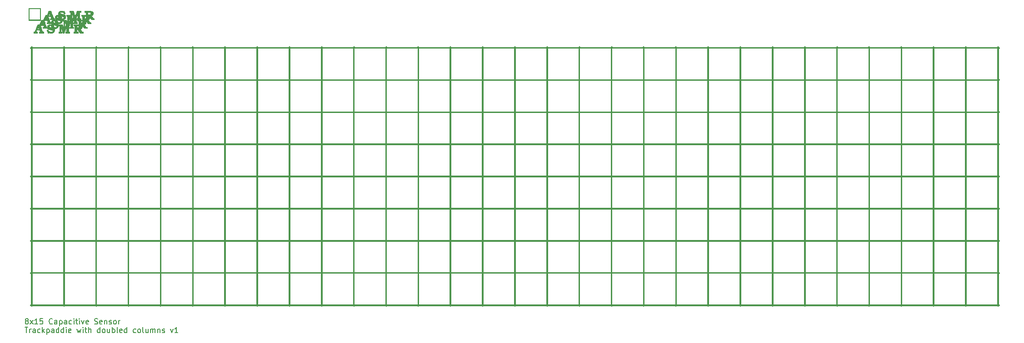
<source format=gto>
G04 #@! TF.GenerationSoftware,KiCad,Pcbnew,6.0.8+dfsg-1~bpo11+1*
G04 #@! TF.CreationDate,2023-03-24T18:51:06-04:00*
G04 #@! TF.ProjectId,06_8x15_diamond_for_trackpad,30365f38-7831-4355-9f64-69616d6f6e64,rev?*
G04 #@! TF.SameCoordinates,Original*
G04 #@! TF.FileFunction,Legend,Top*
G04 #@! TF.FilePolarity,Positive*
%FSLAX46Y46*%
G04 Gerber Fmt 4.6, Leading zero omitted, Abs format (unit mm)*
G04 Created by KiCad (PCBNEW 6.0.8+dfsg-1~bpo11+1) date 2023-03-24 18:51:06*
%MOMM*%
%LPD*%
G01*
G04 APERTURE LIST*
%ADD10C,0.150000*%
%ADD11C,0.010000*%
%ADD12C,0.300000*%
G04 APERTURE END LIST*
D10*
X62428452Y-106925952D02*
X62333214Y-106878333D01*
X62285595Y-106830714D01*
X62237976Y-106735476D01*
X62237976Y-106687857D01*
X62285595Y-106592619D01*
X62333214Y-106545000D01*
X62428452Y-106497380D01*
X62618928Y-106497380D01*
X62714166Y-106545000D01*
X62761785Y-106592619D01*
X62809404Y-106687857D01*
X62809404Y-106735476D01*
X62761785Y-106830714D01*
X62714166Y-106878333D01*
X62618928Y-106925952D01*
X62428452Y-106925952D01*
X62333214Y-106973571D01*
X62285595Y-107021190D01*
X62237976Y-107116428D01*
X62237976Y-107306904D01*
X62285595Y-107402142D01*
X62333214Y-107449761D01*
X62428452Y-107497380D01*
X62618928Y-107497380D01*
X62714166Y-107449761D01*
X62761785Y-107402142D01*
X62809404Y-107306904D01*
X62809404Y-107116428D01*
X62761785Y-107021190D01*
X62714166Y-106973571D01*
X62618928Y-106925952D01*
X63142738Y-107497380D02*
X63666547Y-106830714D01*
X63142738Y-106830714D02*
X63666547Y-107497380D01*
X64571309Y-107497380D02*
X63999880Y-107497380D01*
X64285595Y-107497380D02*
X64285595Y-106497380D01*
X64190357Y-106640238D01*
X64095119Y-106735476D01*
X63999880Y-106783095D01*
X65476071Y-106497380D02*
X64999880Y-106497380D01*
X64952261Y-106973571D01*
X64999880Y-106925952D01*
X65095119Y-106878333D01*
X65333214Y-106878333D01*
X65428452Y-106925952D01*
X65476071Y-106973571D01*
X65523690Y-107068809D01*
X65523690Y-107306904D01*
X65476071Y-107402142D01*
X65428452Y-107449761D01*
X65333214Y-107497380D01*
X65095119Y-107497380D01*
X64999880Y-107449761D01*
X64952261Y-107402142D01*
X67285595Y-107402142D02*
X67237976Y-107449761D01*
X67095119Y-107497380D01*
X66999880Y-107497380D01*
X66857023Y-107449761D01*
X66761785Y-107354523D01*
X66714166Y-107259285D01*
X66666547Y-107068809D01*
X66666547Y-106925952D01*
X66714166Y-106735476D01*
X66761785Y-106640238D01*
X66857023Y-106545000D01*
X66999880Y-106497380D01*
X67095119Y-106497380D01*
X67237976Y-106545000D01*
X67285595Y-106592619D01*
X68142738Y-107497380D02*
X68142738Y-106973571D01*
X68095119Y-106878333D01*
X67999880Y-106830714D01*
X67809404Y-106830714D01*
X67714166Y-106878333D01*
X68142738Y-107449761D02*
X68047500Y-107497380D01*
X67809404Y-107497380D01*
X67714166Y-107449761D01*
X67666547Y-107354523D01*
X67666547Y-107259285D01*
X67714166Y-107164047D01*
X67809404Y-107116428D01*
X68047500Y-107116428D01*
X68142738Y-107068809D01*
X68618928Y-106830714D02*
X68618928Y-107830714D01*
X68618928Y-106878333D02*
X68714166Y-106830714D01*
X68904642Y-106830714D01*
X68999880Y-106878333D01*
X69047500Y-106925952D01*
X69095119Y-107021190D01*
X69095119Y-107306904D01*
X69047500Y-107402142D01*
X68999880Y-107449761D01*
X68904642Y-107497380D01*
X68714166Y-107497380D01*
X68618928Y-107449761D01*
X69952261Y-107497380D02*
X69952261Y-106973571D01*
X69904642Y-106878333D01*
X69809404Y-106830714D01*
X69618928Y-106830714D01*
X69523690Y-106878333D01*
X69952261Y-107449761D02*
X69857023Y-107497380D01*
X69618928Y-107497380D01*
X69523690Y-107449761D01*
X69476071Y-107354523D01*
X69476071Y-107259285D01*
X69523690Y-107164047D01*
X69618928Y-107116428D01*
X69857023Y-107116428D01*
X69952261Y-107068809D01*
X70857023Y-107449761D02*
X70761785Y-107497380D01*
X70571309Y-107497380D01*
X70476071Y-107449761D01*
X70428452Y-107402142D01*
X70380833Y-107306904D01*
X70380833Y-107021190D01*
X70428452Y-106925952D01*
X70476071Y-106878333D01*
X70571309Y-106830714D01*
X70761785Y-106830714D01*
X70857023Y-106878333D01*
X71285595Y-107497380D02*
X71285595Y-106830714D01*
X71285595Y-106497380D02*
X71237976Y-106545000D01*
X71285595Y-106592619D01*
X71333214Y-106545000D01*
X71285595Y-106497380D01*
X71285595Y-106592619D01*
X71618928Y-106830714D02*
X71999880Y-106830714D01*
X71761785Y-106497380D02*
X71761785Y-107354523D01*
X71809404Y-107449761D01*
X71904642Y-107497380D01*
X71999880Y-107497380D01*
X72333214Y-107497380D02*
X72333214Y-106830714D01*
X72333214Y-106497380D02*
X72285595Y-106545000D01*
X72333214Y-106592619D01*
X72380833Y-106545000D01*
X72333214Y-106497380D01*
X72333214Y-106592619D01*
X72714166Y-106830714D02*
X72952261Y-107497380D01*
X73190357Y-106830714D01*
X73952261Y-107449761D02*
X73857023Y-107497380D01*
X73666547Y-107497380D01*
X73571309Y-107449761D01*
X73523690Y-107354523D01*
X73523690Y-106973571D01*
X73571309Y-106878333D01*
X73666547Y-106830714D01*
X73857023Y-106830714D01*
X73952261Y-106878333D01*
X73999880Y-106973571D01*
X73999880Y-107068809D01*
X73523690Y-107164047D01*
X75142738Y-107449761D02*
X75285595Y-107497380D01*
X75523690Y-107497380D01*
X75618928Y-107449761D01*
X75666547Y-107402142D01*
X75714166Y-107306904D01*
X75714166Y-107211666D01*
X75666547Y-107116428D01*
X75618928Y-107068809D01*
X75523690Y-107021190D01*
X75333214Y-106973571D01*
X75237976Y-106925952D01*
X75190357Y-106878333D01*
X75142738Y-106783095D01*
X75142738Y-106687857D01*
X75190357Y-106592619D01*
X75237976Y-106545000D01*
X75333214Y-106497380D01*
X75571309Y-106497380D01*
X75714166Y-106545000D01*
X76523690Y-107449761D02*
X76428452Y-107497380D01*
X76237976Y-107497380D01*
X76142738Y-107449761D01*
X76095119Y-107354523D01*
X76095119Y-106973571D01*
X76142738Y-106878333D01*
X76237976Y-106830714D01*
X76428452Y-106830714D01*
X76523690Y-106878333D01*
X76571309Y-106973571D01*
X76571309Y-107068809D01*
X76095119Y-107164047D01*
X76999880Y-106830714D02*
X76999880Y-107497380D01*
X76999880Y-106925952D02*
X77047500Y-106878333D01*
X77142738Y-106830714D01*
X77285595Y-106830714D01*
X77380833Y-106878333D01*
X77428452Y-106973571D01*
X77428452Y-107497380D01*
X77857023Y-107449761D02*
X77952261Y-107497380D01*
X78142738Y-107497380D01*
X78237976Y-107449761D01*
X78285595Y-107354523D01*
X78285595Y-107306904D01*
X78237976Y-107211666D01*
X78142738Y-107164047D01*
X77999880Y-107164047D01*
X77904642Y-107116428D01*
X77857023Y-107021190D01*
X77857023Y-106973571D01*
X77904642Y-106878333D01*
X77999880Y-106830714D01*
X78142738Y-106830714D01*
X78237976Y-106878333D01*
X78857023Y-107497380D02*
X78761785Y-107449761D01*
X78714166Y-107402142D01*
X78666547Y-107306904D01*
X78666547Y-107021190D01*
X78714166Y-106925952D01*
X78761785Y-106878333D01*
X78857023Y-106830714D01*
X78999880Y-106830714D01*
X79095119Y-106878333D01*
X79142738Y-106925952D01*
X79190357Y-107021190D01*
X79190357Y-107306904D01*
X79142738Y-107402142D01*
X79095119Y-107449761D01*
X78999880Y-107497380D01*
X78857023Y-107497380D01*
X79618928Y-107497380D02*
X79618928Y-106830714D01*
X79618928Y-107021190D02*
X79666547Y-106925952D01*
X79714166Y-106878333D01*
X79809404Y-106830714D01*
X79904642Y-106830714D01*
X62142738Y-108107380D02*
X62714166Y-108107380D01*
X62428452Y-109107380D02*
X62428452Y-108107380D01*
X63047500Y-109107380D02*
X63047500Y-108440714D01*
X63047500Y-108631190D02*
X63095119Y-108535952D01*
X63142738Y-108488333D01*
X63237976Y-108440714D01*
X63333214Y-108440714D01*
X64095119Y-109107380D02*
X64095119Y-108583571D01*
X64047500Y-108488333D01*
X63952261Y-108440714D01*
X63761785Y-108440714D01*
X63666547Y-108488333D01*
X64095119Y-109059761D02*
X63999880Y-109107380D01*
X63761785Y-109107380D01*
X63666547Y-109059761D01*
X63618928Y-108964523D01*
X63618928Y-108869285D01*
X63666547Y-108774047D01*
X63761785Y-108726428D01*
X63999880Y-108726428D01*
X64095119Y-108678809D01*
X64999880Y-109059761D02*
X64904642Y-109107380D01*
X64714166Y-109107380D01*
X64618928Y-109059761D01*
X64571309Y-109012142D01*
X64523690Y-108916904D01*
X64523690Y-108631190D01*
X64571309Y-108535952D01*
X64618928Y-108488333D01*
X64714166Y-108440714D01*
X64904642Y-108440714D01*
X64999880Y-108488333D01*
X65428452Y-109107380D02*
X65428452Y-108107380D01*
X65523690Y-108726428D02*
X65809404Y-109107380D01*
X65809404Y-108440714D02*
X65428452Y-108821666D01*
X66237976Y-108440714D02*
X66237976Y-109440714D01*
X66237976Y-108488333D02*
X66333214Y-108440714D01*
X66523690Y-108440714D01*
X66618928Y-108488333D01*
X66666547Y-108535952D01*
X66714166Y-108631190D01*
X66714166Y-108916904D01*
X66666547Y-109012142D01*
X66618928Y-109059761D01*
X66523690Y-109107380D01*
X66333214Y-109107380D01*
X66237976Y-109059761D01*
X67571309Y-109107380D02*
X67571309Y-108583571D01*
X67523690Y-108488333D01*
X67428452Y-108440714D01*
X67237976Y-108440714D01*
X67142738Y-108488333D01*
X67571309Y-109059761D02*
X67476071Y-109107380D01*
X67237976Y-109107380D01*
X67142738Y-109059761D01*
X67095119Y-108964523D01*
X67095119Y-108869285D01*
X67142738Y-108774047D01*
X67237976Y-108726428D01*
X67476071Y-108726428D01*
X67571309Y-108678809D01*
X68476071Y-109107380D02*
X68476071Y-108107380D01*
X68476071Y-109059761D02*
X68380833Y-109107380D01*
X68190357Y-109107380D01*
X68095119Y-109059761D01*
X68047500Y-109012142D01*
X67999880Y-108916904D01*
X67999880Y-108631190D01*
X68047500Y-108535952D01*
X68095119Y-108488333D01*
X68190357Y-108440714D01*
X68380833Y-108440714D01*
X68476071Y-108488333D01*
X69380833Y-109107380D02*
X69380833Y-108107380D01*
X69380833Y-109059761D02*
X69285595Y-109107380D01*
X69095119Y-109107380D01*
X68999880Y-109059761D01*
X68952261Y-109012142D01*
X68904642Y-108916904D01*
X68904642Y-108631190D01*
X68952261Y-108535952D01*
X68999880Y-108488333D01*
X69095119Y-108440714D01*
X69285595Y-108440714D01*
X69380833Y-108488333D01*
X69857023Y-109107380D02*
X69857023Y-108440714D01*
X69857023Y-108107380D02*
X69809404Y-108155000D01*
X69857023Y-108202619D01*
X69904642Y-108155000D01*
X69857023Y-108107380D01*
X69857023Y-108202619D01*
X70714166Y-109059761D02*
X70618928Y-109107380D01*
X70428452Y-109107380D01*
X70333214Y-109059761D01*
X70285595Y-108964523D01*
X70285595Y-108583571D01*
X70333214Y-108488333D01*
X70428452Y-108440714D01*
X70618928Y-108440714D01*
X70714166Y-108488333D01*
X70761785Y-108583571D01*
X70761785Y-108678809D01*
X70285595Y-108774047D01*
X71857023Y-108440714D02*
X72047500Y-109107380D01*
X72237976Y-108631190D01*
X72428452Y-109107380D01*
X72618928Y-108440714D01*
X72999880Y-109107380D02*
X72999880Y-108440714D01*
X72999880Y-108107380D02*
X72952261Y-108155000D01*
X72999880Y-108202619D01*
X73047500Y-108155000D01*
X72999880Y-108107380D01*
X72999880Y-108202619D01*
X73333214Y-108440714D02*
X73714166Y-108440714D01*
X73476071Y-108107380D02*
X73476071Y-108964523D01*
X73523690Y-109059761D01*
X73618928Y-109107380D01*
X73714166Y-109107380D01*
X74047500Y-109107380D02*
X74047500Y-108107380D01*
X74476071Y-109107380D02*
X74476071Y-108583571D01*
X74428452Y-108488333D01*
X74333214Y-108440714D01*
X74190357Y-108440714D01*
X74095119Y-108488333D01*
X74047500Y-108535952D01*
X76142738Y-109107380D02*
X76142738Y-108107380D01*
X76142738Y-109059761D02*
X76047500Y-109107380D01*
X75857023Y-109107380D01*
X75761785Y-109059761D01*
X75714166Y-109012142D01*
X75666547Y-108916904D01*
X75666547Y-108631190D01*
X75714166Y-108535952D01*
X75761785Y-108488333D01*
X75857023Y-108440714D01*
X76047500Y-108440714D01*
X76142738Y-108488333D01*
X76761785Y-109107380D02*
X76666547Y-109059761D01*
X76618928Y-109012142D01*
X76571309Y-108916904D01*
X76571309Y-108631190D01*
X76618928Y-108535952D01*
X76666547Y-108488333D01*
X76761785Y-108440714D01*
X76904642Y-108440714D01*
X76999880Y-108488333D01*
X77047500Y-108535952D01*
X77095119Y-108631190D01*
X77095119Y-108916904D01*
X77047500Y-109012142D01*
X76999880Y-109059761D01*
X76904642Y-109107380D01*
X76761785Y-109107380D01*
X77952261Y-108440714D02*
X77952261Y-109107380D01*
X77523690Y-108440714D02*
X77523690Y-108964523D01*
X77571309Y-109059761D01*
X77666547Y-109107380D01*
X77809404Y-109107380D01*
X77904642Y-109059761D01*
X77952261Y-109012142D01*
X78428452Y-109107380D02*
X78428452Y-108107380D01*
X78428452Y-108488333D02*
X78523690Y-108440714D01*
X78714166Y-108440714D01*
X78809404Y-108488333D01*
X78857023Y-108535952D01*
X78904642Y-108631190D01*
X78904642Y-108916904D01*
X78857023Y-109012142D01*
X78809404Y-109059761D01*
X78714166Y-109107380D01*
X78523690Y-109107380D01*
X78428452Y-109059761D01*
X79476071Y-109107380D02*
X79380833Y-109059761D01*
X79333214Y-108964523D01*
X79333214Y-108107380D01*
X80237976Y-109059761D02*
X80142738Y-109107380D01*
X79952261Y-109107380D01*
X79857023Y-109059761D01*
X79809404Y-108964523D01*
X79809404Y-108583571D01*
X79857023Y-108488333D01*
X79952261Y-108440714D01*
X80142738Y-108440714D01*
X80237976Y-108488333D01*
X80285595Y-108583571D01*
X80285595Y-108678809D01*
X79809404Y-108774047D01*
X81142738Y-109107380D02*
X81142738Y-108107380D01*
X81142738Y-109059761D02*
X81047500Y-109107380D01*
X80857023Y-109107380D01*
X80761785Y-109059761D01*
X80714166Y-109012142D01*
X80666547Y-108916904D01*
X80666547Y-108631190D01*
X80714166Y-108535952D01*
X80761785Y-108488333D01*
X80857023Y-108440714D01*
X81047500Y-108440714D01*
X81142738Y-108488333D01*
X82809404Y-109059761D02*
X82714166Y-109107380D01*
X82523690Y-109107380D01*
X82428452Y-109059761D01*
X82380833Y-109012142D01*
X82333214Y-108916904D01*
X82333214Y-108631190D01*
X82380833Y-108535952D01*
X82428452Y-108488333D01*
X82523690Y-108440714D01*
X82714166Y-108440714D01*
X82809404Y-108488333D01*
X83380833Y-109107380D02*
X83285595Y-109059761D01*
X83237976Y-109012142D01*
X83190357Y-108916904D01*
X83190357Y-108631190D01*
X83237976Y-108535952D01*
X83285595Y-108488333D01*
X83380833Y-108440714D01*
X83523690Y-108440714D01*
X83618928Y-108488333D01*
X83666547Y-108535952D01*
X83714166Y-108631190D01*
X83714166Y-108916904D01*
X83666547Y-109012142D01*
X83618928Y-109059761D01*
X83523690Y-109107380D01*
X83380833Y-109107380D01*
X84285595Y-109107380D02*
X84190357Y-109059761D01*
X84142738Y-108964523D01*
X84142738Y-108107380D01*
X85095119Y-108440714D02*
X85095119Y-109107380D01*
X84666547Y-108440714D02*
X84666547Y-108964523D01*
X84714166Y-109059761D01*
X84809404Y-109107380D01*
X84952261Y-109107380D01*
X85047500Y-109059761D01*
X85095119Y-109012142D01*
X85571309Y-109107380D02*
X85571309Y-108440714D01*
X85571309Y-108535952D02*
X85618928Y-108488333D01*
X85714166Y-108440714D01*
X85857023Y-108440714D01*
X85952261Y-108488333D01*
X85999880Y-108583571D01*
X85999880Y-109107380D01*
X85999880Y-108583571D02*
X86047499Y-108488333D01*
X86142738Y-108440714D01*
X86285595Y-108440714D01*
X86380833Y-108488333D01*
X86428452Y-108583571D01*
X86428452Y-109107380D01*
X86904642Y-108440714D02*
X86904642Y-109107380D01*
X86904642Y-108535952D02*
X86952261Y-108488333D01*
X87047499Y-108440714D01*
X87190357Y-108440714D01*
X87285595Y-108488333D01*
X87333214Y-108583571D01*
X87333214Y-109107380D01*
X87761785Y-109059761D02*
X87857023Y-109107380D01*
X88047499Y-109107380D01*
X88142738Y-109059761D01*
X88190357Y-108964523D01*
X88190357Y-108916904D01*
X88142738Y-108821666D01*
X88047499Y-108774047D01*
X87904642Y-108774047D01*
X87809404Y-108726428D01*
X87761785Y-108631190D01*
X87761785Y-108583571D01*
X87809404Y-108488333D01*
X87904642Y-108440714D01*
X88047499Y-108440714D01*
X88142738Y-108488333D01*
X89285595Y-108440714D02*
X89523690Y-109107380D01*
X89761785Y-108440714D01*
X90666547Y-109107380D02*
X90095119Y-109107380D01*
X90380833Y-109107380D02*
X90380833Y-108107380D01*
X90285595Y-108250238D01*
X90190357Y-108345476D01*
X90095119Y-108393095D01*
G36*
X67060302Y-51015591D02*
G01*
X67086199Y-50966058D01*
X67109275Y-50931010D01*
X67124439Y-50911955D01*
X67143729Y-50890751D01*
X67165650Y-50868827D01*
X67188705Y-50847615D01*
X67211398Y-50828546D01*
X67232233Y-50813050D01*
X67233495Y-50812196D01*
X67283272Y-50782476D01*
X67337501Y-50757083D01*
X67395322Y-50736313D01*
X67455877Y-50720467D01*
X67518304Y-50709842D01*
X67533005Y-50708151D01*
X67553515Y-50706626D01*
X67578379Y-50705761D01*
X67606108Y-50705518D01*
X67635212Y-50705859D01*
X67664204Y-50706748D01*
X67691593Y-50708148D01*
X67715891Y-50710022D01*
X67735610Y-50712332D01*
X67741787Y-50713352D01*
X67793135Y-50724263D01*
X67841567Y-50737362D01*
X67886290Y-50752363D01*
X67926510Y-50768981D01*
X67961436Y-50786932D01*
X67981152Y-50799338D01*
X67988002Y-50803087D01*
X67992426Y-50803775D01*
X67992702Y-50803583D01*
X67994721Y-50799713D01*
X67998433Y-50791006D01*
X68003248Y-50778886D01*
X68006988Y-50769058D01*
X68008963Y-50763776D01*
X68173435Y-50763776D01*
X68174449Y-50767712D01*
X68177353Y-50777297D01*
X68181940Y-50791906D01*
X68188006Y-50810911D01*
X68195342Y-50833688D01*
X68203744Y-50859609D01*
X68213005Y-50888049D01*
X68222918Y-50918381D01*
X68233278Y-50949980D01*
X68243878Y-50982219D01*
X68254513Y-51014471D01*
X68264975Y-51046112D01*
X68275059Y-51076514D01*
X68284559Y-51105052D01*
X68293268Y-51131099D01*
X68300979Y-51154030D01*
X68307488Y-51173217D01*
X68312587Y-51188035D01*
X68316071Y-51197858D01*
X68317733Y-51202060D01*
X68317812Y-51202166D01*
X68323298Y-51204209D01*
X68333955Y-51206927D01*
X68348353Y-51210048D01*
X68365065Y-51213297D01*
X68382662Y-51216401D01*
X68399718Y-51219085D01*
X68414804Y-51221076D01*
X68418403Y-51221464D01*
X68444225Y-51223047D01*
X68473376Y-51223148D01*
X68503446Y-51221876D01*
X68532027Y-51219337D01*
X68556709Y-51215641D01*
X68559188Y-51215146D01*
X68600727Y-51204125D01*
X68638386Y-51189112D01*
X68671784Y-51170431D01*
X68700543Y-51148403D01*
X68724282Y-51123350D01*
X68742622Y-51095594D01*
X68755184Y-51065456D01*
X68760057Y-51044824D01*
X68762795Y-51016384D01*
X68760725Y-50990851D01*
X68753603Y-50967933D01*
X68741183Y-50947339D01*
X68723217Y-50928779D01*
X68699461Y-50911962D01*
X68669668Y-50896597D01*
X68633593Y-50882394D01*
X68618220Y-50877252D01*
X68609376Y-50874619D01*
X68595336Y-50870702D01*
X68576732Y-50865661D01*
X68554196Y-50859657D01*
X68528360Y-50852853D01*
X68499856Y-50845409D01*
X68469316Y-50837486D01*
X68437371Y-50829245D01*
X68404654Y-50820849D01*
X68371796Y-50812457D01*
X68339430Y-50804232D01*
X68308187Y-50796334D01*
X68278699Y-50788925D01*
X68251599Y-50782165D01*
X68227517Y-50776217D01*
X68207086Y-50771241D01*
X68190938Y-50767398D01*
X68179705Y-50764850D01*
X68174018Y-50763759D01*
X68173435Y-50763776D01*
X68008963Y-50763776D01*
X68019082Y-50736724D01*
X68043766Y-50735627D01*
X68068449Y-50734529D01*
X68028454Y-50720377D01*
X67975458Y-50699109D01*
X67928189Y-50674742D01*
X67886347Y-50647027D01*
X67849633Y-50615717D01*
X67817749Y-50580562D01*
X67790394Y-50541314D01*
X67771632Y-50506927D01*
X67752587Y-50460467D01*
X67739169Y-50411289D01*
X67731349Y-50360202D01*
X67729100Y-50308015D01*
X67732391Y-50255536D01*
X67741195Y-50203574D01*
X67744048Y-50193462D01*
X68095112Y-50193462D01*
X68095433Y-50209479D01*
X68096663Y-50221128D01*
X68099199Y-50230689D01*
X68103287Y-50240122D01*
X68114452Y-50257974D01*
X68129888Y-50274346D01*
X68149949Y-50289417D01*
X68174990Y-50303366D01*
X68205367Y-50316372D01*
X68241434Y-50328615D01*
X68283547Y-50340273D01*
X68318348Y-50348525D01*
X68341420Y-50353632D01*
X68358774Y-50357338D01*
X68371178Y-50359767D01*
X68379401Y-50361048D01*
X68384212Y-50361306D01*
X68386382Y-50360669D01*
X68386741Y-50359778D01*
X68385749Y-50356406D01*
X68382953Y-50347524D01*
X68378621Y-50333958D01*
X68373021Y-50316535D01*
X68366421Y-50296079D01*
X68359090Y-50273417D01*
X68351296Y-50249375D01*
X68343307Y-50224778D01*
X68335391Y-50200453D01*
X68327817Y-50177224D01*
X68320853Y-50155918D01*
X68314767Y-50137361D01*
X68309827Y-50122379D01*
X68306301Y-50111796D01*
X68304459Y-50106440D01*
X68304407Y-50106301D01*
X68307025Y-50103995D01*
X68315708Y-50099941D01*
X68330126Y-50094269D01*
X68349948Y-50087107D01*
X68374843Y-50078584D01*
X68381425Y-50076387D01*
X68402816Y-50069162D01*
X68421795Y-50062529D01*
X68436268Y-50057255D01*
X68490060Y-50057255D01*
X68491907Y-50062211D01*
X68497073Y-50071742D01*
X68505000Y-50085001D01*
X68515126Y-50101144D01*
X68526893Y-50119323D01*
X68539740Y-50138693D01*
X68553108Y-50158408D01*
X68566436Y-50177623D01*
X68579166Y-50195491D01*
X68590736Y-50211167D01*
X68598965Y-50221792D01*
X68644604Y-50274111D01*
X68693143Y-50320479D01*
X68744537Y-50360866D01*
X68798740Y-50395243D01*
X68855708Y-50423581D01*
X68915395Y-50445849D01*
X68966927Y-50459693D01*
X69015720Y-50468367D01*
X69064864Y-50472822D01*
X69112816Y-50473018D01*
X69158035Y-50468915D01*
X69179106Y-50465245D01*
X69220646Y-50454223D01*
X69258305Y-50439211D01*
X69291703Y-50420530D01*
X69320461Y-50398502D01*
X69344201Y-50373449D01*
X69362541Y-50345692D01*
X69375103Y-50315555D01*
X69379976Y-50294922D01*
X69382707Y-50266415D01*
X69380600Y-50240816D01*
X69373412Y-50217839D01*
X69360903Y-50197198D01*
X69342830Y-50178607D01*
X69318951Y-50161781D01*
X69289026Y-50146433D01*
X69252812Y-50132279D01*
X69238295Y-50127455D01*
X69227541Y-50124215D01*
X69212123Y-50119843D01*
X69192830Y-50114541D01*
X69170454Y-50108513D01*
X69145786Y-50101963D01*
X69119615Y-50095094D01*
X69092733Y-50088108D01*
X69065930Y-50081211D01*
X69039996Y-50074605D01*
X69015723Y-50068493D01*
X68993901Y-50063079D01*
X68975320Y-50058566D01*
X68960771Y-50055158D01*
X68951046Y-50053059D01*
X68946933Y-50052471D01*
X68946893Y-50052483D01*
X68947357Y-50055760D01*
X68949700Y-50064691D01*
X68953718Y-50078599D01*
X68959206Y-50096807D01*
X68965958Y-50118637D01*
X68973770Y-50143414D01*
X68982436Y-50170458D01*
X68985562Y-50180117D01*
X68994541Y-50207831D01*
X69002840Y-50233533D01*
X69010242Y-50256540D01*
X69016527Y-50276169D01*
X69021478Y-50291737D01*
X69024875Y-50302562D01*
X69026500Y-50307959D01*
X69026610Y-50308434D01*
X69023629Y-50309972D01*
X69015370Y-50313416D01*
X69002818Y-50318398D01*
X68986960Y-50324546D01*
X68968782Y-50331491D01*
X68949271Y-50338863D01*
X68929413Y-50346293D01*
X68910194Y-50353410D01*
X68892601Y-50359844D01*
X68877620Y-50365226D01*
X68866237Y-50369186D01*
X68859439Y-50371354D01*
X68858034Y-50371649D01*
X68855103Y-50369059D01*
X68849028Y-50362000D01*
X68840568Y-50351411D01*
X68830481Y-50338227D01*
X68825016Y-50330888D01*
X68801656Y-50299587D01*
X68781084Y-50272847D01*
X68762447Y-50249645D01*
X68744891Y-50228959D01*
X68727565Y-50209766D01*
X68709616Y-50191044D01*
X68701970Y-50183358D01*
X68673955Y-50156909D01*
X68647012Y-50134811D01*
X68619043Y-50115550D01*
X68587953Y-50097614D01*
X68571365Y-50089060D01*
X68556161Y-50081765D01*
X68540250Y-50074651D01*
X68524776Y-50068163D01*
X68510879Y-50062749D01*
X68499704Y-50058855D01*
X68492393Y-50056929D01*
X68490060Y-50057255D01*
X68436268Y-50057255D01*
X68437542Y-50056791D01*
X68449241Y-50052254D01*
X68456070Y-50049222D01*
X68457479Y-50048085D01*
X68451811Y-50045605D01*
X68440404Y-50042870D01*
X68424174Y-50040042D01*
X68404033Y-50037284D01*
X68383911Y-50035053D01*
X68342848Y-50033151D01*
X68302145Y-50035457D01*
X68262745Y-50041711D01*
X68225589Y-50051654D01*
X68191618Y-50065029D01*
X68161774Y-50081575D01*
X68136998Y-50101035D01*
X68134282Y-50103682D01*
X68117300Y-50122566D01*
X68105680Y-50140548D01*
X68098664Y-50159366D01*
X68095493Y-50180757D01*
X68095112Y-50193462D01*
X67744048Y-50193462D01*
X67755483Y-50152938D01*
X67775225Y-50104438D01*
X67786754Y-50081929D01*
X67809088Y-50046248D01*
X67836548Y-50010480D01*
X67867776Y-49976094D01*
X67901415Y-49944559D01*
X67936109Y-49917343D01*
X67943402Y-49912314D01*
X67990763Y-49883932D01*
X68042639Y-49859207D01*
X68097631Y-49838714D01*
X68154343Y-49823033D01*
X68165103Y-49820665D01*
X68197796Y-49814442D01*
X68229372Y-49809958D01*
X68261601Y-49807072D01*
X68296252Y-49805641D01*
X68335095Y-49805521D01*
X68349743Y-49805757D01*
X68419175Y-49807159D01*
X68409630Y-49791646D01*
X68389420Y-49753532D01*
X68372783Y-49711281D01*
X68360281Y-49666707D01*
X68352480Y-49621621D01*
X68350682Y-49602115D01*
X68349708Y-49543073D01*
X68354785Y-49486743D01*
X68365969Y-49432927D01*
X68383314Y-49381426D01*
X68406874Y-49332044D01*
X68436704Y-49284583D01*
X68439100Y-49281227D01*
X68454265Y-49262172D01*
X68473555Y-49240967D01*
X68495476Y-49219043D01*
X68518530Y-49197831D01*
X68541223Y-49178762D01*
X68562059Y-49163267D01*
X68563321Y-49162412D01*
X68613098Y-49132693D01*
X68667326Y-49107299D01*
X68725148Y-49086530D01*
X68785702Y-49070683D01*
X68848130Y-49060059D01*
X68862830Y-49058367D01*
X68883340Y-49056843D01*
X68908204Y-49055978D01*
X68935933Y-49055734D01*
X68965038Y-49056076D01*
X68994029Y-49056965D01*
X69021418Y-49058365D01*
X69045717Y-49060238D01*
X69065435Y-49062548D01*
X69071613Y-49063568D01*
X69122961Y-49074480D01*
X69171393Y-49087578D01*
X69216115Y-49102579D01*
X69256336Y-49119197D01*
X69291261Y-49137148D01*
X69310978Y-49149554D01*
X69317828Y-49153304D01*
X69322252Y-49153992D01*
X69322527Y-49153800D01*
X69324547Y-49149930D01*
X69328262Y-49141224D01*
X69333081Y-49129105D01*
X69336825Y-49119274D01*
X69348930Y-49086940D01*
X69494100Y-49086940D01*
X69570337Y-49321818D01*
X69582668Y-49359832D01*
X69594379Y-49395985D01*
X69605311Y-49429779D01*
X69615302Y-49460716D01*
X69624193Y-49488297D01*
X69631823Y-49512026D01*
X69638032Y-49531404D01*
X69642659Y-49545934D01*
X69645545Y-49555117D01*
X69646529Y-49558454D01*
X69643548Y-49560005D01*
X69635289Y-49563462D01*
X69622738Y-49568457D01*
X69606881Y-49574618D01*
X69588704Y-49581574D01*
X69569193Y-49588957D01*
X69549335Y-49596395D01*
X69530116Y-49603518D01*
X69512522Y-49609956D01*
X69497540Y-49615339D01*
X69486155Y-49619296D01*
X69479355Y-49621457D01*
X69477953Y-49621748D01*
X69475021Y-49619157D01*
X69468946Y-49612099D01*
X69460486Y-49601509D01*
X69450400Y-49588325D01*
X69444935Y-49580986D01*
X69407724Y-49532005D01*
X69372859Y-49489089D01*
X69340221Y-49452110D01*
X69309691Y-49420941D01*
X69281150Y-49395454D01*
X69254480Y-49375520D01*
X69252943Y-49374502D01*
X69204881Y-49346062D01*
X69155453Y-49322835D01*
X69105220Y-49304895D01*
X69054743Y-49292311D01*
X69004580Y-49285156D01*
X68955294Y-49283502D01*
X68907445Y-49287419D01*
X68861592Y-49296979D01*
X68818297Y-49312254D01*
X68806773Y-49317534D01*
X68778574Y-49333836D01*
X68754524Y-49353245D01*
X68735492Y-49374954D01*
X68724117Y-49394171D01*
X68719502Y-49405038D01*
X68716750Y-49414954D01*
X68715411Y-49426372D01*
X68715033Y-49441746D01*
X68715031Y-49443560D01*
X68715352Y-49459577D01*
X68716581Y-49471226D01*
X68719118Y-49480787D01*
X68723205Y-49490221D01*
X68733210Y-49506733D01*
X68746547Y-49521824D01*
X68763650Y-49535704D01*
X68784953Y-49548583D01*
X68810890Y-49560672D01*
X68841896Y-49572181D01*
X68878404Y-49583321D01*
X68920849Y-49594303D01*
X68953046Y-49601726D01*
X68984769Y-49608977D01*
X69020669Y-49617580D01*
X69059862Y-49627298D01*
X69101464Y-49637891D01*
X69144593Y-49649119D01*
X69188364Y-49660743D01*
X69231894Y-49672524D01*
X69274300Y-49684223D01*
X69314698Y-49695600D01*
X69352204Y-49706417D01*
X69385935Y-49716433D01*
X69415008Y-49725410D01*
X69438538Y-49733108D01*
X69439936Y-49733587D01*
X69494568Y-49754891D01*
X69543437Y-49779345D01*
X69586713Y-49807062D01*
X69624568Y-49838156D01*
X69657173Y-49872743D01*
X69666852Y-49884999D01*
X69679701Y-49904084D01*
X69693087Y-49927516D01*
X69705962Y-49953166D01*
X69717279Y-49978906D01*
X69725990Y-50002608D01*
X69728016Y-50009270D01*
X69739396Y-50060512D01*
X69745253Y-50114137D01*
X69745611Y-50168830D01*
X69740495Y-50223278D01*
X69729929Y-50276167D01*
X69722605Y-50301632D01*
X69701833Y-50355941D01*
X69675362Y-50407074D01*
X69643457Y-50454834D01*
X69606381Y-50499027D01*
X69564399Y-50539456D01*
X69517774Y-50575925D01*
X69466771Y-50608238D01*
X69411654Y-50636198D01*
X69352687Y-50659611D01*
X69290133Y-50678280D01*
X69224258Y-50692008D01*
X69190095Y-50696966D01*
X69170457Y-50699020D01*
X69149053Y-50700629D01*
X69129135Y-50701573D01*
X69119735Y-50701729D01*
X69087576Y-50701729D01*
X69098562Y-50730977D01*
X69108025Y-50758362D01*
X69115068Y-50784346D01*
X69119968Y-50810657D01*
X69123004Y-50839024D01*
X69124453Y-50871176D01*
X69124677Y-50893370D01*
X69124234Y-50926648D01*
X69122736Y-50955086D01*
X69119935Y-50980463D01*
X69115585Y-51004554D01*
X69109439Y-51029137D01*
X69102709Y-51051461D01*
X69081931Y-51105791D01*
X69055455Y-51156942D01*
X69023545Y-51204717D01*
X68986466Y-51248921D01*
X68944481Y-51289358D01*
X68897853Y-51325833D01*
X68846845Y-51358149D01*
X68791722Y-51386111D01*
X68732746Y-51409524D01*
X68670182Y-51428191D01*
X68604292Y-51441918D01*
X68570177Y-51446868D01*
X68548837Y-51448875D01*
X68522643Y-51450323D01*
X68493382Y-51451201D01*
X68462843Y-51451498D01*
X68432815Y-51451203D01*
X68405086Y-51450304D01*
X68381444Y-51448791D01*
X68374111Y-51448075D01*
X68324549Y-51440986D01*
X68274815Y-51430754D01*
X68226094Y-51417760D01*
X68179569Y-51402384D01*
X68136428Y-51385005D01*
X68097852Y-51366005D01*
X68073833Y-51351704D01*
X68063410Y-51345455D01*
X68055111Y-51341445D01*
X68050457Y-51340389D01*
X68050099Y-51340594D01*
X68047543Y-51345660D01*
X68045576Y-51352116D01*
X68045004Y-51355332D01*
X68045554Y-51357996D01*
X68048064Y-51360541D01*
X68053369Y-51363399D01*
X68062307Y-51367000D01*
X68075714Y-51371779D01*
X68094426Y-51378165D01*
X68099059Y-51379734D01*
X68151582Y-51399402D01*
X68198135Y-51420915D01*
X68239239Y-51444615D01*
X68275418Y-51470842D01*
X68307195Y-51499936D01*
X68335091Y-51532239D01*
X68337027Y-51534782D01*
X68349598Y-51553438D01*
X68362794Y-51576445D01*
X68375574Y-51601699D01*
X68386897Y-51627096D01*
X68395723Y-51650535D01*
X68398141Y-51658270D01*
X68406383Y-51686599D01*
X68406561Y-51645771D01*
X68406738Y-51604943D01*
X69136332Y-51604943D01*
X69171270Y-51712429D01*
X69180598Y-51741139D01*
X69191471Y-51774623D01*
X69203382Y-51811316D01*
X69215820Y-51849649D01*
X69228279Y-51888056D01*
X69240249Y-51924971D01*
X69249913Y-51954784D01*
X69259223Y-51983427D01*
X69267940Y-52010076D01*
X69275844Y-52034069D01*
X69282713Y-52054743D01*
X69288326Y-52071436D01*
X69292463Y-52083483D01*
X69294903Y-52090223D01*
X69295447Y-52091433D01*
X69298424Y-52090096D01*
X69304420Y-52084861D01*
X69311693Y-52077339D01*
X69322262Y-52063571D01*
X69330087Y-52047950D01*
X69335815Y-52028853D01*
X69339824Y-52006557D01*
X69340321Y-51999653D01*
X69340782Y-51986278D01*
X69341206Y-51966626D01*
X69341592Y-51940891D01*
X69341939Y-51909270D01*
X69342245Y-51871955D01*
X69342509Y-51829141D01*
X69342729Y-51781023D01*
X69342905Y-51727796D01*
X69343034Y-51669654D01*
X69343116Y-51606791D01*
X69343149Y-51539402D01*
X69343150Y-51528287D01*
X69343125Y-51460196D01*
X69343051Y-51396601D01*
X69342929Y-51337695D01*
X69342760Y-51283674D01*
X69342547Y-51234731D01*
X69342290Y-51191061D01*
X69341990Y-51152859D01*
X69341650Y-51120320D01*
X69341599Y-51116674D01*
X69573729Y-51116674D01*
X69574532Y-51559949D01*
X69574648Y-51625204D01*
X69574758Y-51684137D01*
X69574875Y-51737096D01*
X69575014Y-51784425D01*
X69575188Y-51826469D01*
X69575411Y-51863573D01*
X69575698Y-51896083D01*
X69576061Y-51924345D01*
X69576516Y-51948702D01*
X69577075Y-51969501D01*
X69577753Y-51987087D01*
X69578564Y-52001805D01*
X69579521Y-52014001D01*
X69580639Y-52024019D01*
X69581932Y-52032205D01*
X69583413Y-52038904D01*
X69585096Y-52044461D01*
X69586995Y-52049223D01*
X69589124Y-52053532D01*
X69591497Y-52057737D01*
X69594129Y-52062180D01*
X69594818Y-52063351D01*
X69600848Y-52072091D01*
X69608256Y-52080784D01*
X69615451Y-52087765D01*
X69620844Y-52091368D01*
X69621750Y-52091546D01*
X69622937Y-52088471D01*
X69626049Y-52079594D01*
X69630908Y-52065439D01*
X69637339Y-52046532D01*
X69645163Y-52023395D01*
X69654204Y-51996554D01*
X69664284Y-51966532D01*
X69675227Y-51933853D01*
X69686855Y-51899042D01*
X69691494Y-51885131D01*
X69760299Y-51678716D01*
X69676288Y-51425632D01*
X70090485Y-51425632D01*
X70090521Y-51425800D01*
X70091869Y-51429963D01*
X70094976Y-51439612D01*
X70099565Y-51453885D01*
X70105360Y-51471922D01*
X70112082Y-51492859D01*
X70119457Y-51515838D01*
X70119976Y-51517455D01*
X70148046Y-51604943D01*
X70224908Y-51604943D01*
X70255415Y-51513289D01*
X70285922Y-51421634D01*
X70187529Y-51421634D01*
X70158241Y-51421691D01*
X70135047Y-51421879D01*
X70117375Y-51422221D01*
X70104654Y-51422743D01*
X70096312Y-51423470D01*
X70091780Y-51424424D01*
X70090485Y-51425632D01*
X69676288Y-51425632D01*
X69573729Y-51116674D01*
X69341599Y-51116674D01*
X69341270Y-51093637D01*
X69340852Y-51073005D01*
X69340396Y-51058619D01*
X69339905Y-51050673D01*
X69339824Y-51050016D01*
X69335425Y-51026053D01*
X69329518Y-51007116D01*
X69321495Y-50991626D01*
X69312985Y-50980475D01*
X69297536Y-50966789D01*
X69277012Y-50955239D01*
X69251084Y-50945708D01*
X69219425Y-50938083D01*
X69181708Y-50932248D01*
X69172471Y-50931183D01*
X69136642Y-50927279D01*
X69136642Y-50735057D01*
X69866208Y-50735057D01*
X69902763Y-50847543D01*
X69913491Y-50880571D01*
X69925539Y-50917683D01*
X69938245Y-50956846D01*
X69950950Y-50996025D01*
X69962995Y-51033186D01*
X69973719Y-51066294D01*
X69974923Y-51070014D01*
X69983339Y-51095866D01*
X69991193Y-51119713D01*
X69998230Y-51140807D01*
X70004199Y-51158404D01*
X70008848Y-51171757D01*
X70011923Y-51180120D01*
X70013094Y-51182731D01*
X70016621Y-51182329D01*
X70022117Y-51177383D01*
X70028527Y-51169293D01*
X70034798Y-51159456D01*
X70039876Y-51149270D01*
X70041439Y-51145109D01*
X70044554Y-51133641D01*
X70047657Y-51119024D01*
X70049731Y-51106675D01*
X70050227Y-51099771D01*
X70050688Y-51086396D01*
X70051113Y-51066744D01*
X70051499Y-51041010D01*
X70051846Y-51009388D01*
X70052152Y-50972073D01*
X70052416Y-50929259D01*
X70052636Y-50881141D01*
X70052812Y-50827914D01*
X70052941Y-50769772D01*
X70053023Y-50706909D01*
X70053032Y-50688461D01*
X70283527Y-50688461D01*
X70283568Y-50743012D01*
X70283658Y-50794997D01*
X70283795Y-50844022D01*
X70283977Y-50889692D01*
X70284201Y-50931614D01*
X70284464Y-50969393D01*
X70284764Y-51002635D01*
X70285099Y-51030946D01*
X70285465Y-51053932D01*
X70285860Y-51071198D01*
X70286282Y-51082350D01*
X70286458Y-51085012D01*
X70289852Y-51114662D01*
X70294846Y-51138651D01*
X70301856Y-51157874D01*
X70311297Y-51173228D01*
X70323583Y-51185610D01*
X70337270Y-51194871D01*
X70346805Y-51200196D01*
X70353837Y-51203855D01*
X70356515Y-51204965D01*
X70357843Y-51201897D01*
X70361078Y-51193049D01*
X70366033Y-51178967D01*
X70372522Y-51160199D01*
X70380357Y-51137291D01*
X70389350Y-51110790D01*
X70399315Y-51081245D01*
X70410064Y-51049202D01*
X70421332Y-51015445D01*
X70484450Y-50825894D01*
X70473745Y-50791308D01*
X70471053Y-50782842D01*
X70466435Y-50768591D01*
X70460070Y-50749094D01*
X70452134Y-50724892D01*
X70442806Y-50696524D01*
X70434637Y-50671732D01*
X70847010Y-50671732D01*
X70857439Y-50703395D01*
X70867868Y-50735057D01*
X70924954Y-50735057D01*
X70935383Y-50703395D01*
X70945813Y-50671732D01*
X70847010Y-50671732D01*
X70434637Y-50671732D01*
X70432263Y-50664531D01*
X70420683Y-50629452D01*
X70408245Y-50591826D01*
X70395125Y-50552195D01*
X70381502Y-50511097D01*
X70373425Y-50486757D01*
X70283812Y-50216792D01*
X70283538Y-50631738D01*
X70283527Y-50688461D01*
X70053032Y-50688461D01*
X70053056Y-50639520D01*
X70053056Y-50628405D01*
X70053031Y-50560314D01*
X70052957Y-50496719D01*
X70052835Y-50437813D01*
X70052667Y-50383792D01*
X70052454Y-50334849D01*
X70052197Y-50291179D01*
X70051897Y-50252977D01*
X70051557Y-50220438D01*
X70051177Y-50193755D01*
X70050758Y-50173123D01*
X70050303Y-50158737D01*
X70049812Y-50150791D01*
X70049731Y-50150134D01*
X70045331Y-50126171D01*
X70039425Y-50107234D01*
X70031401Y-50091744D01*
X70022892Y-50080593D01*
X70007443Y-50066907D01*
X69986918Y-50055357D01*
X69960990Y-50045826D01*
X69929332Y-50038201D01*
X69891615Y-50032366D01*
X69882378Y-50031301D01*
X69846549Y-50027397D01*
X69846549Y-49835176D01*
X70576115Y-49835176D01*
X70613143Y-49949327D01*
X70622239Y-49977335D01*
X70631181Y-50004805D01*
X70639639Y-50030727D01*
X70647282Y-50054088D01*
X70653780Y-50073879D01*
X70658801Y-50089087D01*
X70661375Y-50096808D01*
X70672581Y-50130137D01*
X70672687Y-49938586D01*
X70903451Y-49938586D01*
X70903491Y-49993158D01*
X70903581Y-50045159D01*
X70903718Y-50094194D01*
X70903899Y-50139870D01*
X70904122Y-50181794D01*
X70904385Y-50219570D01*
X70904684Y-50252806D01*
X70905018Y-50281108D01*
X70905384Y-50304082D01*
X70905780Y-50321334D01*
X70906202Y-50332470D01*
X70906377Y-50335110D01*
X70909820Y-50364977D01*
X70914908Y-50389158D01*
X70922027Y-50408515D01*
X70931563Y-50423907D01*
X70943902Y-50436196D01*
X70955183Y-50443867D01*
X70967281Y-50450162D01*
X70981190Y-50456222D01*
X70994734Y-50461210D01*
X71005739Y-50464289D01*
X71009768Y-50464859D01*
X71011548Y-50463161D01*
X71014389Y-50457719D01*
X71018413Y-50448192D01*
X71023744Y-50434242D01*
X71030506Y-50415526D01*
X71038824Y-50391704D01*
X71048821Y-50362437D01*
X71060620Y-50327383D01*
X71069621Y-50300418D01*
X71124437Y-50135743D01*
X71098696Y-50056284D01*
X71093463Y-50040209D01*
X71086354Y-50018497D01*
X71077597Y-49991838D01*
X71067419Y-49960920D01*
X71056048Y-49926433D01*
X71043710Y-49889064D01*
X71030634Y-49849503D01*
X71017046Y-49808438D01*
X71003174Y-49766559D01*
X70989245Y-49724555D01*
X70988350Y-49721857D01*
X70903745Y-49466891D01*
X70903464Y-49881836D01*
X70903451Y-49938586D01*
X70672687Y-49938586D01*
X70672778Y-49776850D01*
X70672778Y-49718139D01*
X70672713Y-49663524D01*
X70672584Y-49613265D01*
X70672394Y-49567626D01*
X70672145Y-49526870D01*
X70671839Y-49491258D01*
X70671478Y-49461053D01*
X70671065Y-49436517D01*
X70670601Y-49417914D01*
X70670090Y-49405504D01*
X70669650Y-49400233D01*
X70665250Y-49376270D01*
X70659343Y-49357332D01*
X70651320Y-49341842D01*
X70642811Y-49330692D01*
X70627362Y-49317006D01*
X70606837Y-49305455D01*
X70580909Y-49295925D01*
X70549250Y-49288299D01*
X70511534Y-49282465D01*
X70502296Y-49281400D01*
X70466468Y-49277495D01*
X70466468Y-49085274D01*
X71196158Y-49085274D01*
X71225088Y-49174429D01*
X71230573Y-49191336D01*
X71237898Y-49213929D01*
X71246852Y-49241555D01*
X71257223Y-49273556D01*
X71268799Y-49309280D01*
X71281367Y-49348070D01*
X71294715Y-49389271D01*
X71308631Y-49432229D01*
X71322903Y-49476289D01*
X71337318Y-49520795D01*
X71346305Y-49548547D01*
X71438591Y-49833509D01*
X71594653Y-49835291D01*
X71719620Y-49460282D01*
X71844587Y-49085274D01*
X72576191Y-49085274D01*
X72576191Y-49277905D01*
X72552027Y-49280177D01*
X72530829Y-49282783D01*
X72507582Y-49286651D01*
X72484366Y-49291355D01*
X72463260Y-49296467D01*
X72446342Y-49301557D01*
X72443883Y-49302445D01*
X72425582Y-49311814D01*
X72408470Y-49325101D01*
X72394658Y-49340490D01*
X72389051Y-49349547D01*
X72386866Y-49353881D01*
X72384886Y-49358117D01*
X72383103Y-49362592D01*
X72381506Y-49367640D01*
X72380085Y-49373597D01*
X72378829Y-49380797D01*
X72377728Y-49389576D01*
X72376772Y-49400269D01*
X72375951Y-49413211D01*
X72375255Y-49428737D01*
X72374673Y-49447181D01*
X72374195Y-49468881D01*
X72373811Y-49494169D01*
X72373510Y-49523382D01*
X72373283Y-49556855D01*
X72373118Y-49594923D01*
X72373007Y-49637920D01*
X72372938Y-49686182D01*
X72372901Y-49740045D01*
X72372887Y-49799842D01*
X72372884Y-49865910D01*
X72372884Y-49878503D01*
X72372886Y-49945736D01*
X72372897Y-50006639D01*
X72372929Y-50061545D01*
X72372991Y-50110792D01*
X72373095Y-50154713D01*
X72373249Y-50193643D01*
X72373464Y-50227919D01*
X72373751Y-50257875D01*
X72374119Y-50283845D01*
X72374580Y-50306166D01*
X72375142Y-50325173D01*
X72375817Y-50341200D01*
X72376615Y-50354582D01*
X72377545Y-50365655D01*
X72378619Y-50374754D01*
X72379846Y-50382214D01*
X72381237Y-50388370D01*
X72382802Y-50393557D01*
X72384551Y-50398110D01*
X72386494Y-50402365D01*
X72388642Y-50406656D01*
X72389051Y-50407459D01*
X72400244Y-50423515D01*
X72416070Y-50438376D01*
X72434520Y-50450328D01*
X72444812Y-50454950D01*
X72461516Y-50460237D01*
X72482840Y-50465499D01*
X72506747Y-50470321D01*
X72531202Y-50474290D01*
X72552027Y-50476792D01*
X72576191Y-50479101D01*
X72576191Y-50671732D01*
X71756298Y-50671732D01*
X71756298Y-50479201D01*
X71778795Y-50476947D01*
X71818899Y-50471942D01*
X71852897Y-50465459D01*
X71881229Y-50457277D01*
X71904336Y-50447176D01*
X71922656Y-50434935D01*
X71936632Y-50420333D01*
X71946702Y-50403149D01*
X71951392Y-50390391D01*
X71953021Y-50384305D01*
X71954492Y-50377307D01*
X71955810Y-50369048D01*
X71956984Y-50359182D01*
X71958023Y-50347361D01*
X71958933Y-50333238D01*
X71959722Y-50316466D01*
X71960399Y-50296697D01*
X71960972Y-50273584D01*
X71961447Y-50246781D01*
X71961833Y-50215938D01*
X71962138Y-50180711D01*
X71962369Y-50140750D01*
X71962535Y-50095709D01*
X71962643Y-50045241D01*
X71962700Y-49988998D01*
X71962716Y-49926632D01*
X71962709Y-49888502D01*
X71962586Y-49480222D01*
X71902871Y-49655199D01*
X71891739Y-49687856D01*
X71881278Y-49718619D01*
X71871683Y-49746912D01*
X71863148Y-49772156D01*
X71855868Y-49793774D01*
X71850037Y-49811189D01*
X71845850Y-49823823D01*
X71843502Y-49831098D01*
X71843055Y-49832676D01*
X71846173Y-49833496D01*
X71854877Y-49834203D01*
X71868087Y-49834750D01*
X71884724Y-49835087D01*
X71899613Y-49835176D01*
X71956272Y-49835176D01*
X71956272Y-50027807D01*
X71932109Y-50030078D01*
X71910910Y-50032684D01*
X71887663Y-50036553D01*
X71864447Y-50041257D01*
X71843341Y-50046368D01*
X71826423Y-50051458D01*
X71823964Y-50052346D01*
X71805663Y-50061716D01*
X71788551Y-50075002D01*
X71774740Y-50090391D01*
X71769133Y-50099449D01*
X71766947Y-50103782D01*
X71764968Y-50108019D01*
X71763184Y-50112494D01*
X71761587Y-50117542D01*
X71760166Y-50123499D01*
X71758910Y-50130699D01*
X71757809Y-50139478D01*
X71756854Y-50150171D01*
X71756033Y-50163112D01*
X71755336Y-50178638D01*
X71754754Y-50197083D01*
X71754276Y-50218782D01*
X71753892Y-50244071D01*
X71753591Y-50273284D01*
X71753364Y-50306757D01*
X71753200Y-50344824D01*
X71753088Y-50387822D01*
X71753019Y-50436084D01*
X71752983Y-50489946D01*
X71752968Y-50549744D01*
X71752965Y-50615812D01*
X71752965Y-50628405D01*
X71752967Y-50695638D01*
X71752979Y-50756540D01*
X71753010Y-50811447D01*
X71753073Y-50860693D01*
X71753176Y-50904614D01*
X71753330Y-50943545D01*
X71753545Y-50977821D01*
X71753832Y-51007776D01*
X71754200Y-51033747D01*
X71754661Y-51056068D01*
X71755223Y-51075074D01*
X71755898Y-51091101D01*
X71756696Y-51104484D01*
X71757627Y-51115557D01*
X71758701Y-51124656D01*
X71759928Y-51132116D01*
X71761319Y-51138272D01*
X71762883Y-51143459D01*
X71764632Y-51148012D01*
X71766575Y-51152267D01*
X71768723Y-51156558D01*
X71769133Y-51157361D01*
X71780325Y-51173417D01*
X71796152Y-51188278D01*
X71814601Y-51200230D01*
X71824893Y-51204852D01*
X71841598Y-51210138D01*
X71862921Y-51215400D01*
X71886828Y-51220223D01*
X71911283Y-51224191D01*
X71932109Y-51226693D01*
X71956272Y-51229003D01*
X71956272Y-51421634D01*
X71136380Y-51421634D01*
X71136380Y-51229103D01*
X71158877Y-51226848D01*
X71199942Y-51221630D01*
X71234802Y-51214779D01*
X71263738Y-51206196D01*
X71287032Y-51195780D01*
X71304966Y-51183431D01*
X71316529Y-51170899D01*
X71321326Y-51163708D01*
X71325512Y-51155939D01*
X71329129Y-51147112D01*
X71332218Y-51136749D01*
X71334818Y-51124370D01*
X71336972Y-51109496D01*
X71338718Y-51091648D01*
X71340098Y-51070348D01*
X71341153Y-51045115D01*
X71341923Y-51015472D01*
X71342449Y-50980939D01*
X71342771Y-50941037D01*
X71342930Y-50895287D01*
X71342967Y-50859208D01*
X71343019Y-50671732D01*
X71301121Y-50671732D01*
X71274576Y-50589556D01*
X71248032Y-50507380D01*
X71209695Y-50620386D01*
X71171358Y-50733391D01*
X71208862Y-50734330D01*
X71246365Y-50735269D01*
X71246365Y-50927451D01*
X71211090Y-50931421D01*
X71190317Y-50934289D01*
X71168480Y-50938211D01*
X71147181Y-50942816D01*
X71128018Y-50947735D01*
X71112593Y-50952596D01*
X71103978Y-50956216D01*
X71100664Y-50958316D01*
X71097603Y-50961470D01*
X71094438Y-50966479D01*
X71090814Y-50974142D01*
X71086372Y-50985262D01*
X71080757Y-51000640D01*
X71073611Y-51021075D01*
X71068578Y-51035695D01*
X71043059Y-51110065D01*
X71043059Y-51552185D01*
X71043061Y-51617713D01*
X71043075Y-51676921D01*
X71043111Y-51730151D01*
X71043181Y-51777750D01*
X71043296Y-51820061D01*
X71043467Y-51857430D01*
X71043704Y-51890201D01*
X71044020Y-51918718D01*
X71044424Y-51943327D01*
X71044928Y-51964371D01*
X71045543Y-51982197D01*
X71046280Y-51997147D01*
X71047150Y-52009567D01*
X71048165Y-52019802D01*
X71049334Y-52028196D01*
X71050669Y-52035093D01*
X71052181Y-52040839D01*
X71053882Y-52045778D01*
X71055782Y-52050255D01*
X71057892Y-52054614D01*
X71059226Y-52057243D01*
X71070418Y-52073299D01*
X71086245Y-52088160D01*
X71104694Y-52100112D01*
X71114986Y-52104734D01*
X71131691Y-52110020D01*
X71153014Y-52115282D01*
X71176921Y-52120105D01*
X71201377Y-52124073D01*
X71222202Y-52126575D01*
X71246365Y-52128885D01*
X71246365Y-52321516D01*
X70426473Y-52321516D01*
X70426473Y-52128985D01*
X70448970Y-52126730D01*
X70489074Y-52121725D01*
X70523072Y-52115242D01*
X70551404Y-52107061D01*
X70574510Y-52096960D01*
X70592831Y-52084718D01*
X70606806Y-52070116D01*
X70616877Y-52052932D01*
X70621566Y-52040174D01*
X70623342Y-52033443D01*
X70624930Y-52025572D01*
X70626340Y-52016180D01*
X70627582Y-52004891D01*
X70628666Y-51991325D01*
X70629602Y-51975104D01*
X70630400Y-51955849D01*
X70631071Y-51933183D01*
X70631625Y-51906727D01*
X70632071Y-51876102D01*
X70632420Y-51840930D01*
X70632682Y-51800833D01*
X70632867Y-51755431D01*
X70632985Y-51704347D01*
X70633046Y-51647203D01*
X70633060Y-51609949D01*
X70633112Y-51273333D01*
X70620893Y-51236665D01*
X70616022Y-51222836D01*
X70611782Y-51212256D01*
X70608627Y-51205961D01*
X70607010Y-51204986D01*
X70607007Y-51204996D01*
X70605663Y-51208966D01*
X70602361Y-51218689D01*
X70597292Y-51233610D01*
X70590644Y-51253170D01*
X70582606Y-51276814D01*
X70573368Y-51303984D01*
X70563120Y-51334123D01*
X70552050Y-51366675D01*
X70540347Y-51401083D01*
X70539237Y-51404347D01*
X70527527Y-51438826D01*
X70516479Y-51471451D01*
X70506277Y-51501671D01*
X70497106Y-51528938D01*
X70489149Y-51552701D01*
X70482591Y-51572411D01*
X70477615Y-51587519D01*
X70474405Y-51597474D01*
X70473145Y-51601728D01*
X70473133Y-51601821D01*
X70476173Y-51603411D01*
X70484126Y-51604536D01*
X70494797Y-51604943D01*
X70516461Y-51604943D01*
X70516461Y-51797337D01*
X70482299Y-51801206D01*
X70464356Y-51803555D01*
X70445582Y-51806530D01*
X70429068Y-51809624D01*
X70423586Y-51810828D01*
X70399036Y-51816582D01*
X70356095Y-51942937D01*
X70313154Y-52069291D01*
X70313154Y-52466742D01*
X70313158Y-52528971D01*
X70313177Y-52584899D01*
X70313225Y-52634891D01*
X70313313Y-52679312D01*
X70313456Y-52718526D01*
X70313666Y-52752899D01*
X70313955Y-52782794D01*
X70314337Y-52808578D01*
X70314824Y-52830613D01*
X70315429Y-52849267D01*
X70316165Y-52864902D01*
X70317045Y-52877885D01*
X70318081Y-52888579D01*
X70319287Y-52897350D01*
X70320675Y-52904562D01*
X70322257Y-52910581D01*
X70324048Y-52915770D01*
X70326059Y-52920496D01*
X70328303Y-52925122D01*
X70329322Y-52927128D01*
X70340514Y-52943185D01*
X70356341Y-52958045D01*
X70374790Y-52969998D01*
X70385082Y-52974620D01*
X70401787Y-52979906D01*
X70423110Y-52985168D01*
X70447017Y-52989991D01*
X70471472Y-52993959D01*
X70492298Y-52996461D01*
X70516461Y-52998770D01*
X70516461Y-53191402D01*
X69696569Y-53191402D01*
X69696569Y-52998870D01*
X69719066Y-52996616D01*
X69759170Y-52991611D01*
X69793168Y-52985128D01*
X69821500Y-52976947D01*
X69844606Y-52966846D01*
X69862927Y-52954604D01*
X69876902Y-52940002D01*
X69886972Y-52922818D01*
X69891662Y-52910060D01*
X69893403Y-52903485D01*
X69894963Y-52895823D01*
X69896351Y-52886704D01*
X69897577Y-52875754D01*
X69898651Y-52862605D01*
X69899583Y-52846883D01*
X69900381Y-52828219D01*
X69901056Y-52806240D01*
X69901617Y-52780576D01*
X69902073Y-52750855D01*
X69902434Y-52716707D01*
X69902711Y-52677759D01*
X69902911Y-52633642D01*
X69903046Y-52583983D01*
X69903124Y-52528411D01*
X69903155Y-52466556D01*
X69903155Y-52464680D01*
X69903208Y-52112908D01*
X69893585Y-52084730D01*
X69888798Y-52071809D01*
X69884970Y-52063665D01*
X69882448Y-52060991D01*
X69881906Y-52061550D01*
X69880633Y-52065185D01*
X69877326Y-52074811D01*
X69872093Y-52090108D01*
X69865043Y-52110755D01*
X69856286Y-52136432D01*
X69845930Y-52166818D01*
X69834086Y-52201593D01*
X69820861Y-52240435D01*
X69806365Y-52283026D01*
X69790707Y-52329044D01*
X69773996Y-52378168D01*
X69756342Y-52430079D01*
X69737853Y-52484455D01*
X69718639Y-52540977D01*
X69698808Y-52599323D01*
X69689015Y-52628142D01*
X69498178Y-53189735D01*
X69369903Y-53190564D01*
X69241628Y-53191392D01*
X69043321Y-52589133D01*
X68956924Y-52326743D01*
X69370626Y-52326743D01*
X69370762Y-52327349D01*
X69373660Y-52337281D01*
X69378114Y-52351693D01*
X69383860Y-52369789D01*
X69390632Y-52390774D01*
X69398165Y-52413852D01*
X69406193Y-52438230D01*
X69414450Y-52463111D01*
X69422672Y-52487701D01*
X69430593Y-52511205D01*
X69437947Y-52532828D01*
X69444469Y-52551775D01*
X69449894Y-52567250D01*
X69453956Y-52578459D01*
X69456390Y-52584608D01*
X69456961Y-52585533D01*
X69458439Y-52581953D01*
X69461776Y-52572718D01*
X69466739Y-52558504D01*
X69473098Y-52539985D01*
X69480622Y-52517837D01*
X69489079Y-52492735D01*
X69498238Y-52465355D01*
X69502573Y-52452332D01*
X69546054Y-52321516D01*
X69457611Y-52321516D01*
X69431031Y-52321541D01*
X69410392Y-52321648D01*
X69394966Y-52321885D01*
X69384027Y-52322303D01*
X69376850Y-52322948D01*
X69372708Y-52323871D01*
X69370875Y-52325119D01*
X69370626Y-52326743D01*
X68956924Y-52326743D01*
X68845014Y-51986873D01*
X68844064Y-52396663D01*
X68843925Y-52463489D01*
X68843839Y-52523993D01*
X68843813Y-52578518D01*
X68843854Y-52627406D01*
X68843969Y-52671001D01*
X68844166Y-52709645D01*
X68844452Y-52743682D01*
X68844833Y-52773455D01*
X68845318Y-52799306D01*
X68845912Y-52821580D01*
X68846625Y-52840618D01*
X68847462Y-52856764D01*
X68848432Y-52870362D01*
X68849541Y-52881753D01*
X68850796Y-52891282D01*
X68852205Y-52899291D01*
X68853775Y-52906123D01*
X68854875Y-52910060D01*
X68862644Y-52929057D01*
X68874020Y-52945325D01*
X68889443Y-52959086D01*
X68909357Y-52970561D01*
X68934202Y-52979972D01*
X68964420Y-52987540D01*
X69000454Y-52993486D01*
X69027490Y-52996616D01*
X69049987Y-52998870D01*
X69049987Y-53191402D01*
X68406738Y-53191402D01*
X68406738Y-52998877D01*
X68432568Y-52996582D01*
X68454608Y-52993972D01*
X68478597Y-52990045D01*
X68502435Y-52985229D01*
X68524019Y-52979953D01*
X68541248Y-52974645D01*
X68542546Y-52974168D01*
X68560815Y-52964663D01*
X68577696Y-52951022D01*
X68591510Y-52934904D01*
X68600577Y-52917967D01*
X68601144Y-52916331D01*
X68604544Y-52903978D01*
X68607842Y-52888695D01*
X68609920Y-52876443D01*
X68610416Y-52869539D01*
X68610877Y-52856164D01*
X68611302Y-52836512D01*
X68611688Y-52810777D01*
X68612035Y-52779155D01*
X68612341Y-52741840D01*
X68612605Y-52699027D01*
X68612825Y-52650909D01*
X68613001Y-52597682D01*
X68613130Y-52539540D01*
X68613212Y-52476677D01*
X68613245Y-52409288D01*
X68613245Y-52398173D01*
X68613220Y-52330082D01*
X68613146Y-52266487D01*
X68613024Y-52207581D01*
X68612856Y-52153560D01*
X68612643Y-52104617D01*
X68612386Y-52060947D01*
X68612086Y-52022745D01*
X68611746Y-51990205D01*
X68611366Y-51963522D01*
X68610947Y-51942891D01*
X68610492Y-51928505D01*
X68610001Y-51920559D01*
X68609920Y-51919902D01*
X68607322Y-51904995D01*
X68603948Y-51889951D01*
X68601144Y-51880014D01*
X68592559Y-51862992D01*
X68578986Y-51846711D01*
X68562047Y-51832761D01*
X68543364Y-51822732D01*
X68542272Y-51822308D01*
X68527008Y-51817406D01*
X68507197Y-51812328D01*
X68484929Y-51807519D01*
X68462295Y-51803424D01*
X68441383Y-51800488D01*
X68438067Y-51800127D01*
X68417736Y-51798033D01*
X68415555Y-51828972D01*
X68409192Y-51882783D01*
X68398012Y-51933783D01*
X68392779Y-51951416D01*
X68372007Y-52005724D01*
X68345536Y-52056857D01*
X68313631Y-52104618D01*
X68276556Y-52148811D01*
X68234573Y-52189239D01*
X68187949Y-52225708D01*
X68136946Y-52258021D01*
X68081829Y-52285982D01*
X68022862Y-52309395D01*
X67960308Y-52328063D01*
X67894432Y-52341791D01*
X67860270Y-52346749D01*
X67838409Y-52348804D01*
X67811703Y-52350265D01*
X67781944Y-52351122D01*
X67750926Y-52351367D01*
X67720443Y-52350989D01*
X67692289Y-52349979D01*
X67668258Y-52348329D01*
X67662800Y-52347782D01*
X67646334Y-52345602D01*
X67625352Y-52342255D01*
X67601826Y-52338105D01*
X67577728Y-52333521D01*
X67555027Y-52328867D01*
X67535697Y-52324510D01*
X67530186Y-52323147D01*
X67525166Y-52322055D01*
X67524932Y-52323070D01*
X67529735Y-52327015D01*
X67531853Y-52328633D01*
X67544867Y-52339514D01*
X67560304Y-52353899D01*
X67576456Y-52370062D01*
X67591614Y-52386276D01*
X67604071Y-52400813D01*
X67607216Y-52404838D01*
X67619955Y-52423735D01*
X67633253Y-52446990D01*
X67646070Y-52472492D01*
X67657366Y-52498127D01*
X67666101Y-52521784D01*
X67668286Y-52528940D01*
X67679666Y-52580182D01*
X67685523Y-52633806D01*
X67685881Y-52688499D01*
X67680765Y-52742947D01*
X67670199Y-52795837D01*
X67662875Y-52821302D01*
X67642103Y-52875610D01*
X67615632Y-52926743D01*
X67583727Y-52974504D01*
X67546651Y-53018696D01*
X67504669Y-53059125D01*
X67458045Y-53095594D01*
X67407042Y-53127907D01*
X67351925Y-53155868D01*
X67292957Y-53179280D01*
X67230404Y-53197949D01*
X67164528Y-53211677D01*
X67130365Y-53216635D01*
X67112054Y-53218331D01*
X67088708Y-53219611D01*
X67061948Y-53220464D01*
X67033391Y-53220883D01*
X67004657Y-53220860D01*
X66977365Y-53220385D01*
X66953135Y-53219450D01*
X66933584Y-53218047D01*
X66930265Y-53217696D01*
X66883692Y-53210846D01*
X66836354Y-53200955D01*
X66789500Y-53188427D01*
X66744377Y-53173670D01*
X66702235Y-53157088D01*
X66664322Y-53139086D01*
X66634021Y-53121472D01*
X66623608Y-53115223D01*
X66615328Y-53111214D01*
X66610700Y-53110157D01*
X66610347Y-53110362D01*
X66608683Y-53114348D01*
X66605621Y-53123626D01*
X66601514Y-53137054D01*
X66596712Y-53153493D01*
X66593298Y-53165567D01*
X66578645Y-53218055D01*
X66437309Y-53218065D01*
X66426926Y-53185569D01*
X66424066Y-53176677D01*
X66419480Y-53162497D01*
X66413350Y-53143585D01*
X66405858Y-53120500D01*
X66397184Y-53093796D01*
X66387510Y-53064033D01*
X66377017Y-53031765D01*
X66365887Y-52997550D01*
X66354300Y-52961946D01*
X66342440Y-52925508D01*
X66330485Y-52888794D01*
X66318619Y-52852360D01*
X66307022Y-52816764D01*
X66295875Y-52782562D01*
X66285361Y-52750311D01*
X66275660Y-52720568D01*
X66266953Y-52693890D01*
X66259423Y-52670833D01*
X66253250Y-52651955D01*
X66248615Y-52637813D01*
X66245701Y-52628962D01*
X66244703Y-52625994D01*
X66247340Y-52623750D01*
X66256031Y-52619727D01*
X66270445Y-52614053D01*
X66290249Y-52606856D01*
X66315109Y-52598264D01*
X66329290Y-52593498D01*
X66352103Y-52585938D01*
X66372919Y-52579125D01*
X66390880Y-52573332D01*
X66405126Y-52568834D01*
X66414801Y-52565905D01*
X66419046Y-52564819D01*
X66419086Y-52564817D01*
X66422189Y-52567538D01*
X66427661Y-52574898D01*
X66434660Y-52585693D01*
X66440595Y-52595647D01*
X66454433Y-52618728D01*
X66470805Y-52644520D01*
X66488564Y-52671327D01*
X66506565Y-52697453D01*
X66523659Y-52721202D01*
X66538702Y-52740879D01*
X66539168Y-52741461D01*
X66584887Y-52793746D01*
X66633453Y-52840095D01*
X66684778Y-52880459D01*
X66738774Y-52914788D01*
X66795355Y-52943034D01*
X66854432Y-52965148D01*
X66915919Y-52981082D01*
X66979728Y-52990786D01*
X66987822Y-52991555D01*
X67034807Y-52993499D01*
X67079781Y-52990986D01*
X67122302Y-52984251D01*
X67161930Y-52973528D01*
X67198227Y-52959052D01*
X67230753Y-52941055D01*
X67259066Y-52919773D01*
X67282729Y-52895439D01*
X67301301Y-52868287D01*
X67314342Y-52838552D01*
X67320246Y-52814591D01*
X67322810Y-52783793D01*
X67319527Y-52756107D01*
X67310330Y-52731407D01*
X67295154Y-52709571D01*
X67273930Y-52690475D01*
X67246592Y-52673993D01*
X67243557Y-52672502D01*
X67233432Y-52667777D01*
X67222858Y-52663222D01*
X67211332Y-52658691D01*
X67198348Y-52654038D01*
X67183404Y-52649116D01*
X67165994Y-52643779D01*
X67145615Y-52637882D01*
X67121761Y-52631277D01*
X67093930Y-52623820D01*
X67061616Y-52615364D01*
X67024315Y-52605763D01*
X66981523Y-52594871D01*
X66935081Y-52583133D01*
X66881763Y-52569666D01*
X66834457Y-52557663D01*
X66792700Y-52547000D01*
X66756031Y-52537552D01*
X66723987Y-52529196D01*
X66696106Y-52521807D01*
X66671926Y-52515262D01*
X66650985Y-52509435D01*
X66632820Y-52504202D01*
X66616970Y-52499441D01*
X66602972Y-52495026D01*
X66590365Y-52490833D01*
X66586178Y-52489389D01*
X66539613Y-52470745D01*
X66495790Y-52448365D01*
X66455527Y-52422809D01*
X66419638Y-52394631D01*
X66388940Y-52364391D01*
X66371213Y-52342614D01*
X66355721Y-52321516D01*
X65507118Y-52321516D01*
X65507118Y-52239305D01*
X67341322Y-52239305D01*
X67341780Y-52241286D01*
X67343544Y-52241526D01*
X67346287Y-52240307D01*
X67345766Y-52239305D01*
X67341811Y-52238906D01*
X67341322Y-52239305D01*
X65507118Y-52239305D01*
X65507118Y-52128830D01*
X65539614Y-52126595D01*
X65578911Y-52123183D01*
X65611974Y-52118685D01*
X65639172Y-52112932D01*
X65660874Y-52105752D01*
X65677450Y-52096976D01*
X65689268Y-52086433D01*
X65696696Y-52073955D01*
X65700105Y-52059370D01*
X65700426Y-52052478D01*
X65700183Y-52045652D01*
X65699332Y-52038123D01*
X65697690Y-52029284D01*
X65695073Y-52018525D01*
X65691298Y-52005240D01*
X65686183Y-51988820D01*
X65679545Y-51968658D01*
X65671199Y-51944144D01*
X65660963Y-51914672D01*
X65648654Y-51879632D01*
X65646694Y-51874075D01*
X65605827Y-51758257D01*
X65108837Y-51758313D01*
X65041047Y-51941269D01*
X65108837Y-52111287D01*
X65124483Y-52114673D01*
X65133987Y-52116450D01*
X65148158Y-52118756D01*
X65165048Y-52121286D01*
X65181975Y-52123640D01*
X65223822Y-52129220D01*
X65223822Y-52321516D01*
X65208468Y-52321516D01*
X65198714Y-52322095D01*
X65194802Y-52323984D01*
X65194884Y-52325682D01*
X65196373Y-52329356D01*
X65200155Y-52338746D01*
X65206040Y-52353381D01*
X65213839Y-52372789D01*
X65223363Y-52396500D01*
X65234422Y-52424043D01*
X65246828Y-52454947D01*
X65260392Y-52488740D01*
X65274924Y-52524952D01*
X65290235Y-52563111D01*
X65296937Y-52579815D01*
X65317696Y-52631482D01*
X65336201Y-52677345D01*
X65352627Y-52717805D01*
X65367152Y-52753264D01*
X65379954Y-52784124D01*
X65391209Y-52810787D01*
X65401095Y-52833655D01*
X65409788Y-52853129D01*
X65417466Y-52869611D01*
X65424307Y-52883503D01*
X65430486Y-52895206D01*
X65436181Y-52905123D01*
X65441569Y-52913656D01*
X65446828Y-52921205D01*
X65448325Y-52923229D01*
X65464780Y-52942080D01*
X65483826Y-52957689D01*
X65506250Y-52970428D01*
X65532839Y-52980665D01*
X65564380Y-52988770D01*
X65601273Y-52995058D01*
X65630436Y-52999104D01*
X65630436Y-53191402D01*
X64777214Y-53191402D01*
X64777214Y-52998716D01*
X64809710Y-52996481D01*
X64849007Y-52993069D01*
X64882070Y-52988571D01*
X64909268Y-52982817D01*
X64930970Y-52975637D01*
X64947546Y-52966861D01*
X64959363Y-52956319D01*
X64966792Y-52943841D01*
X64970201Y-52929256D01*
X64970522Y-52922364D01*
X64970279Y-52915538D01*
X64969428Y-52908009D01*
X64967786Y-52899170D01*
X64965169Y-52888411D01*
X64961394Y-52875126D01*
X64956279Y-52858706D01*
X64949640Y-52838543D01*
X64941295Y-52814030D01*
X64931059Y-52784557D01*
X64918750Y-52749518D01*
X64916790Y-52743961D01*
X64875923Y-52628142D01*
X64627428Y-52628167D01*
X64378933Y-52628191D01*
X64337316Y-52740545D01*
X64324413Y-52775541D01*
X64313723Y-52804957D01*
X64305047Y-52829430D01*
X64298188Y-52849593D01*
X64292950Y-52866083D01*
X64289135Y-52879536D01*
X64286545Y-52890585D01*
X64284983Y-52899868D01*
X64284252Y-52908019D01*
X64284138Y-52911779D01*
X64286186Y-52926602D01*
X64292912Y-52939795D01*
X64304599Y-52951501D01*
X64321532Y-52961863D01*
X64343993Y-52971026D01*
X64372267Y-52979131D01*
X64406636Y-52986323D01*
X64443091Y-52992145D01*
X64493918Y-52999347D01*
X64493918Y-53191402D01*
X63770680Y-53191402D01*
X63770680Y-52999495D01*
X63805752Y-52993932D01*
X63841327Y-52986779D01*
X63873275Y-52976921D01*
X63902151Y-52963875D01*
X63928511Y-52947160D01*
X63952909Y-52926295D01*
X63975899Y-52900798D01*
X63998036Y-52870188D01*
X64019875Y-52833983D01*
X64041971Y-52791702D01*
X64044354Y-52786838D01*
X64048125Y-52778651D01*
X64054309Y-52764649D01*
X64062763Y-52745170D01*
X64073343Y-52720555D01*
X64085906Y-52691144D01*
X64100308Y-52657277D01*
X64116405Y-52619293D01*
X64134054Y-52577534D01*
X64153111Y-52532337D01*
X64173433Y-52484045D01*
X64194877Y-52432995D01*
X64196900Y-52428169D01*
X64454705Y-52428169D01*
X64626183Y-52428169D01*
X64664405Y-52428158D01*
X64696487Y-52428116D01*
X64722958Y-52428022D01*
X64744344Y-52427860D01*
X64761173Y-52427611D01*
X64773970Y-52427257D01*
X64783263Y-52426780D01*
X64789579Y-52426161D01*
X64793446Y-52425384D01*
X64795389Y-52424428D01*
X64795936Y-52423277D01*
X64795767Y-52422336D01*
X64793959Y-52417260D01*
X64790256Y-52407217D01*
X64785130Y-52393472D01*
X64779050Y-52377291D01*
X64776240Y-52369843D01*
X64758605Y-52323182D01*
X64630600Y-52322309D01*
X64596904Y-52321995D01*
X64567581Y-52321551D01*
X64543041Y-52320989D01*
X64523690Y-52320322D01*
X64509936Y-52319564D01*
X64502188Y-52318727D01*
X64500579Y-52318175D01*
X64498810Y-52320065D01*
X64495110Y-52327290D01*
X64489886Y-52338943D01*
X64483545Y-52354117D01*
X64476634Y-52371541D01*
X64454705Y-52428169D01*
X64196900Y-52428169D01*
X64217297Y-52379530D01*
X64240552Y-52323987D01*
X64264498Y-52266708D01*
X64288990Y-52208032D01*
X64303885Y-52172306D01*
X64328288Y-52113745D01*
X64577890Y-52113745D01*
X64580823Y-52114519D01*
X64587865Y-52112908D01*
X64599867Y-52108788D01*
X64605316Y-52106761D01*
X64622040Y-52099696D01*
X64637130Y-52091906D01*
X64649557Y-52084074D01*
X64658292Y-52076886D01*
X64662304Y-52071025D01*
X64662256Y-52068899D01*
X64660272Y-52063779D01*
X64656506Y-52054005D01*
X64651564Y-52041148D01*
X64646047Y-52026780D01*
X64640559Y-52012472D01*
X64635703Y-51999794D01*
X64632082Y-51990318D01*
X64630860Y-51987106D01*
X64629162Y-51987039D01*
X64625898Y-51992095D01*
X64620929Y-52002564D01*
X64614120Y-52018736D01*
X64605334Y-52040902D01*
X64604224Y-52043765D01*
X64596735Y-52063090D01*
X64590011Y-52080422D01*
X64584445Y-52094751D01*
X64580429Y-52105069D01*
X64578356Y-52110364D01*
X64578217Y-52110710D01*
X64577890Y-52113745D01*
X64328288Y-52113745D01*
X64539622Y-51606610D01*
X64724033Y-51604943D01*
X64908444Y-51603277D01*
X64927191Y-51558283D01*
X65184295Y-51558283D01*
X65355705Y-51558283D01*
X65388804Y-51558256D01*
X65419798Y-51558180D01*
X65448068Y-51558060D01*
X65472989Y-51557901D01*
X65493940Y-51557707D01*
X65510299Y-51557484D01*
X65521443Y-51557238D01*
X65526751Y-51556972D01*
X65527116Y-51556880D01*
X65525986Y-51553488D01*
X65522827Y-51544799D01*
X65517986Y-51531748D01*
X65511809Y-51515266D01*
X65504644Y-51496286D01*
X65502119Y-51489628D01*
X65494706Y-51470052D01*
X65488167Y-51452690D01*
X65482848Y-51438469D01*
X65479094Y-51428316D01*
X65477252Y-51423156D01*
X65477122Y-51422706D01*
X65473914Y-51422460D01*
X65464784Y-51422233D01*
X65450477Y-51422034D01*
X65431739Y-51421867D01*
X65409314Y-51421741D01*
X65383946Y-51421661D01*
X65357450Y-51421634D01*
X65237777Y-51421634D01*
X65218688Y-51470794D01*
X65211428Y-51489454D01*
X65204349Y-51507589D01*
X65198101Y-51523532D01*
X65193337Y-51535619D01*
X65191946Y-51539119D01*
X65184295Y-51558283D01*
X64927191Y-51558283D01*
X65076922Y-51198925D01*
X65324365Y-51198925D01*
X65325066Y-51201598D01*
X65330614Y-51200440D01*
X65340522Y-51195623D01*
X65350036Y-51190011D01*
X65363608Y-51181637D01*
X65372347Y-51175590D01*
X65376852Y-51170334D01*
X65377723Y-51164329D01*
X65375557Y-51156039D01*
X65370954Y-51143927D01*
X65369478Y-51140083D01*
X65358394Y-51110969D01*
X65341935Y-51153579D01*
X65335843Y-51169340D01*
X65330601Y-51182882D01*
X65326685Y-51192982D01*
X65324567Y-51198416D01*
X65324365Y-51198925D01*
X65076922Y-51198925D01*
X65088975Y-51170000D01*
X65146776Y-51031276D01*
X65754711Y-51031276D01*
X65791236Y-51122302D01*
X65800503Y-51145365D01*
X65808950Y-51166328D01*
X65816265Y-51184421D01*
X65822135Y-51198871D01*
X65826247Y-51208905D01*
X65828286Y-51213752D01*
X65828447Y-51214078D01*
X65831805Y-51214774D01*
X65840636Y-51216209D01*
X65853810Y-51218210D01*
X65870197Y-51220605D01*
X65881431Y-51222204D01*
X65933729Y-51229579D01*
X65933729Y-51421232D01*
X65911999Y-51423300D01*
X66020952Y-51694836D01*
X66037580Y-51736185D01*
X66053818Y-51776384D01*
X66069452Y-51814916D01*
X66084270Y-51851262D01*
X66098056Y-51884904D01*
X66110598Y-51915324D01*
X66121683Y-51942003D01*
X66131096Y-51964424D01*
X66138625Y-51982068D01*
X66144056Y-51994417D01*
X66146577Y-51999796D01*
X66162732Y-52029626D01*
X66178796Y-52053691D01*
X66195537Y-52072840D01*
X66213722Y-52087918D01*
X66234119Y-52099773D01*
X66239451Y-52102243D01*
X66250717Y-52106762D01*
X66263940Y-52111392D01*
X66276588Y-52115308D01*
X66286131Y-52117686D01*
X66287499Y-52117911D01*
X66288318Y-52114901D01*
X66289032Y-52106455D01*
X66289572Y-52093804D01*
X66289869Y-52078177D01*
X66289891Y-52075155D01*
X66293252Y-52018867D01*
X66302748Y-51965082D01*
X66303312Y-51963230D01*
X66655301Y-51963230D01*
X66655622Y-51979246D01*
X66656852Y-51990896D01*
X66659388Y-52000457D01*
X66663476Y-52009890D01*
X66673350Y-52026247D01*
X66686460Y-52041192D01*
X66703243Y-52054938D01*
X66724141Y-52067698D01*
X66749594Y-52079684D01*
X66780041Y-52091109D01*
X66815922Y-52102186D01*
X66857679Y-52113127D01*
X66894973Y-52121784D01*
X66921979Y-52127946D01*
X66952111Y-52135111D01*
X66982916Y-52142679D01*
X67011940Y-52150047D01*
X67035251Y-52156211D01*
X67059232Y-52162701D01*
X67077539Y-52167578D01*
X67090919Y-52171011D01*
X67100122Y-52173171D01*
X67105896Y-52174227D01*
X67108989Y-52174350D01*
X67110150Y-52173709D01*
X67110241Y-52173235D01*
X67109208Y-52169701D01*
X67106127Y-52159916D01*
X67101023Y-52143963D01*
X67093926Y-52121924D01*
X67084860Y-52093884D01*
X67073854Y-52059924D01*
X67060934Y-52020128D01*
X67046126Y-51974579D01*
X67029459Y-51923360D01*
X67010958Y-51866554D01*
X67001513Y-51837567D01*
X66996176Y-51823182D01*
X66991259Y-51813748D01*
X66987535Y-51810181D01*
X66982072Y-51809178D01*
X66971569Y-51807769D01*
X66957626Y-51806155D01*
X66944430Y-51804789D01*
X66903066Y-51802921D01*
X66862155Y-51805260D01*
X66822624Y-51811551D01*
X66785399Y-51821539D01*
X66751408Y-51834969D01*
X66721578Y-51851587D01*
X66696835Y-51871138D01*
X66694471Y-51873449D01*
X66677489Y-51892334D01*
X66665869Y-51910316D01*
X66658853Y-51929133D01*
X66655682Y-51950525D01*
X66655301Y-51963230D01*
X66303312Y-51963230D01*
X66318477Y-51913506D01*
X66340534Y-51863842D01*
X66369016Y-51815795D01*
X66379371Y-51800896D01*
X66394535Y-51781841D01*
X66413825Y-51760636D01*
X66435746Y-51738713D01*
X66458801Y-51717501D01*
X66481494Y-51698432D01*
X66502329Y-51682936D01*
X66503591Y-51682081D01*
X66553368Y-51652362D01*
X66607597Y-51626968D01*
X66665418Y-51606199D01*
X66725972Y-51590353D01*
X66788400Y-51579728D01*
X66803100Y-51578037D01*
X66823611Y-51576512D01*
X66848475Y-51575647D01*
X66876203Y-51575403D01*
X66905308Y-51575745D01*
X66934299Y-51576634D01*
X66961689Y-51578034D01*
X66985987Y-51579907D01*
X67005706Y-51582217D01*
X67011883Y-51583238D01*
X67063305Y-51594166D01*
X67111792Y-51607285D01*
X67156556Y-51622311D01*
X67196805Y-51638960D01*
X67231751Y-51656948D01*
X67251313Y-51669270D01*
X67258262Y-51672853D01*
X67262930Y-51673127D01*
X67263269Y-51672844D01*
X67265535Y-51668575D01*
X67269153Y-51660044D01*
X67269583Y-51658945D01*
X67450731Y-51658945D01*
X67455092Y-51671305D01*
X67457369Y-51678016D01*
X67461354Y-51690049D01*
X67466839Y-51706751D01*
X67473611Y-51727475D01*
X67481461Y-51751569D01*
X67490179Y-51778384D01*
X67499554Y-51807269D01*
X67509377Y-51837575D01*
X67519437Y-51868652D01*
X67529524Y-51899849D01*
X67539429Y-51930516D01*
X67548939Y-51960004D01*
X67557846Y-51987663D01*
X67565940Y-52012842D01*
X67573009Y-52034891D01*
X67578845Y-52053161D01*
X67583236Y-52067001D01*
X67585973Y-52075761D01*
X67586849Y-52078783D01*
X67583981Y-52080975D01*
X67577064Y-52083166D01*
X67576847Y-52083214D01*
X67569854Y-52085491D01*
X67566850Y-52087938D01*
X67566848Y-52087993D01*
X67569960Y-52090643D01*
X67578590Y-52094130D01*
X67591679Y-52098204D01*
X67608170Y-52102614D01*
X67627003Y-52107108D01*
X67647121Y-52111438D01*
X67667465Y-52115352D01*
X67686976Y-52118599D01*
X67704596Y-52120929D01*
X67707073Y-52121191D01*
X67733851Y-52122862D01*
X67763747Y-52122999D01*
X67794367Y-52121707D01*
X67823319Y-52119088D01*
X67848209Y-52115246D01*
X67849281Y-52115028D01*
X67890820Y-52104006D01*
X67928479Y-52088994D01*
X67961878Y-52070313D01*
X67990636Y-52048285D01*
X68014375Y-52023232D01*
X68032715Y-51995476D01*
X68045277Y-51965338D01*
X68050151Y-51944706D01*
X68052714Y-51913908D01*
X68049431Y-51886221D01*
X68040235Y-51861522D01*
X68025058Y-51839686D01*
X68003834Y-51820589D01*
X67976496Y-51804107D01*
X67973461Y-51802616D01*
X67963443Y-51797940D01*
X67952982Y-51793428D01*
X67941580Y-51788938D01*
X67928739Y-51784323D01*
X67913959Y-51779440D01*
X67896742Y-51774145D01*
X67876590Y-51768292D01*
X67853004Y-51761738D01*
X67825485Y-51754338D01*
X67793535Y-51745947D01*
X67756655Y-51736421D01*
X67714347Y-51725616D01*
X67666111Y-51713387D01*
X67660982Y-51712090D01*
X67450731Y-51658945D01*
X67269583Y-51658945D01*
X67273522Y-51648889D01*
X67278038Y-51636746D01*
X67282098Y-51625250D01*
X67285099Y-51616039D01*
X67286439Y-51610749D01*
X67286386Y-51610107D01*
X67283103Y-51608274D01*
X67275134Y-51604145D01*
X67263771Y-51598383D01*
X67253556Y-51593267D01*
X67209419Y-51568914D01*
X67171078Y-51542784D01*
X67143472Y-51519495D01*
X67127370Y-51503135D01*
X67110878Y-51484247D01*
X67095451Y-51464655D01*
X67082541Y-51446180D01*
X67075321Y-51434033D01*
X67068731Y-51421634D01*
X66217025Y-51421634D01*
X66217025Y-51228948D01*
X66249521Y-51226713D01*
X66288818Y-51223301D01*
X66321881Y-51218804D01*
X66349079Y-51213050D01*
X66370781Y-51205870D01*
X66387357Y-51197094D01*
X66399175Y-51186551D01*
X66406603Y-51174073D01*
X66410012Y-51159488D01*
X66410333Y-51152596D01*
X66410090Y-51145770D01*
X66409239Y-51138241D01*
X66407597Y-51129402D01*
X66404980Y-51118643D01*
X66401205Y-51105358D01*
X66396090Y-51088938D01*
X66389451Y-51068776D01*
X66381106Y-51044262D01*
X66370870Y-51014790D01*
X66358561Y-50979750D01*
X66356601Y-50974193D01*
X66315734Y-50858375D01*
X65818744Y-50858431D01*
X65786728Y-50944853D01*
X65754711Y-51031276D01*
X65146776Y-51031276D01*
X65269505Y-50736724D01*
X65605439Y-50734924D01*
X65733767Y-50426739D01*
X65984896Y-50426739D01*
X65985338Y-50429062D01*
X65989511Y-50427341D01*
X65996495Y-50422306D01*
X66005367Y-50414685D01*
X66015207Y-50405207D01*
X66024076Y-50395751D01*
X66034411Y-50383046D01*
X66046631Y-50366339D01*
X66059480Y-50347507D01*
X66071702Y-50328427D01*
X66082040Y-50310976D01*
X66086961Y-50301781D01*
X66096194Y-50283450D01*
X66068374Y-50211524D01*
X66027889Y-50315811D01*
X66018141Y-50340926D01*
X66009088Y-50364262D01*
X66001031Y-50385038D01*
X65994274Y-50402474D01*
X65989119Y-50415790D01*
X65985868Y-50424207D01*
X65984896Y-50426739D01*
X65733767Y-50426739D01*
X65949562Y-49908499D01*
X66514338Y-49908499D01*
X66685640Y-49908499D01*
X66718727Y-49908473D01*
X66749711Y-49908397D01*
X66777969Y-49908277D01*
X66802878Y-49908117D01*
X66823817Y-49907923D01*
X66840162Y-49907701D01*
X66851291Y-49907454D01*
X66856582Y-49907188D01*
X66856941Y-49907097D01*
X66855794Y-49903898D01*
X66852497Y-49895037D01*
X66847266Y-49881083D01*
X66840316Y-49862607D01*
X66831862Y-49840179D01*
X66822120Y-49814367D01*
X66811306Y-49785742D01*
X66799636Y-49754873D01*
X66787324Y-49722331D01*
X66774587Y-49688685D01*
X66761640Y-49654505D01*
X66748699Y-49620360D01*
X66735979Y-49586821D01*
X66723695Y-49554457D01*
X66712064Y-49523838D01*
X66701301Y-49495534D01*
X66691621Y-49470114D01*
X66690650Y-49467568D01*
X66688978Y-49468848D01*
X66685192Y-49476006D01*
X66679269Y-49489103D01*
X66671181Y-49508198D01*
X66660904Y-49533352D01*
X66648413Y-49564626D01*
X66633682Y-49602081D01*
X66626998Y-49619214D01*
X66613956Y-49652714D01*
X66600766Y-49686593D01*
X66587799Y-49719895D01*
X66575430Y-49751662D01*
X66564030Y-49780936D01*
X66553973Y-49806760D01*
X66545631Y-49828177D01*
X66539984Y-49842675D01*
X66514338Y-49908499D01*
X65949562Y-49908499D01*
X65979401Y-49836842D01*
X66133832Y-49835176D01*
X66288263Y-49833509D01*
X66443797Y-49460225D01*
X66599330Y-49086940D01*
X66782402Y-49086079D01*
X66965475Y-49085218D01*
X67211920Y-49699332D01*
X67236723Y-49761092D01*
X67261025Y-49821514D01*
X67284697Y-49880280D01*
X67307609Y-49937074D01*
X67329633Y-49991576D01*
X67350638Y-50043469D01*
X67370496Y-50092435D01*
X67389076Y-50138156D01*
X67406250Y-50180314D01*
X67421887Y-50218590D01*
X67435860Y-50252668D01*
X67448037Y-50282228D01*
X67458291Y-50306954D01*
X67466491Y-50326526D01*
X67472508Y-50340628D01*
X67476212Y-50348941D01*
X67476778Y-50350111D01*
X67493004Y-50379952D01*
X67509460Y-50404505D01*
X67527066Y-50424398D01*
X67546745Y-50440257D01*
X67569418Y-50452708D01*
X67596006Y-50462378D01*
X67627431Y-50469894D01*
X67661002Y-50475389D01*
X67690165Y-50479435D01*
X67690165Y-50671732D01*
X66836944Y-50671732D01*
X66836944Y-50479047D01*
X66869440Y-50476812D01*
X66908736Y-50473400D01*
X66941799Y-50468902D01*
X66968997Y-50463148D01*
X66990700Y-50455968D01*
X67007276Y-50447192D01*
X67019093Y-50436650D01*
X67026522Y-50424171D01*
X67029930Y-50409587D01*
X67030252Y-50402694D01*
X67030009Y-50395868D01*
X67029158Y-50388340D01*
X67027515Y-50379500D01*
X67024898Y-50368742D01*
X67021124Y-50355457D01*
X67016009Y-50339037D01*
X67009370Y-50318874D01*
X67001024Y-50294361D01*
X66990788Y-50264888D01*
X66978480Y-50229849D01*
X66976519Y-50224291D01*
X66935652Y-50108473D01*
X66696323Y-50108473D01*
X66657044Y-50108500D01*
X66619773Y-50108579D01*
X66585036Y-50108705D01*
X66553360Y-50108874D01*
X66525272Y-50109081D01*
X66501298Y-50109322D01*
X66481964Y-50109592D01*
X66467798Y-50109888D01*
X66459325Y-50110204D01*
X66456994Y-50110484D01*
X66458221Y-50114161D01*
X66461796Y-50123611D01*
X66467554Y-50138428D01*
X66475333Y-50158209D01*
X66484970Y-50182552D01*
X66496303Y-50211051D01*
X66509167Y-50243304D01*
X66523401Y-50278907D01*
X66538842Y-50317456D01*
X66555326Y-50358547D01*
X66572691Y-50401778D01*
X66590773Y-50446743D01*
X66609411Y-50493040D01*
X66628440Y-50540266D01*
X66647699Y-50588015D01*
X66667024Y-50635885D01*
X66686253Y-50683473D01*
X66705222Y-50730373D01*
X66723768Y-50776184D01*
X66741730Y-50820500D01*
X66758943Y-50862919D01*
X66775245Y-50903037D01*
X66790473Y-50940450D01*
X66804464Y-50974755D01*
X66817056Y-51005547D01*
X66828085Y-51032424D01*
X66837389Y-51054981D01*
X66844804Y-51072815D01*
X66850168Y-51085523D01*
X66853317Y-51092700D01*
X66853622Y-51093344D01*
X66869700Y-51124221D01*
X66885522Y-51149329D01*
X66901968Y-51169465D01*
X66919920Y-51185427D01*
X66940261Y-51198014D01*
X66963873Y-51208024D01*
X66988591Y-51215474D01*
X67003995Y-51219287D01*
X67013779Y-51221176D01*
X67018679Y-51221231D01*
X67019430Y-51219539D01*
X67019243Y-51219161D01*
X67018906Y-51215043D01*
X67019020Y-51205660D01*
X67019545Y-51192391D01*
X67020442Y-51176619D01*
X67020473Y-51176139D01*
X67027355Y-51120863D01*
X67034186Y-51093344D01*
X67385205Y-51093344D01*
X67385526Y-51109361D01*
X67386756Y-51121010D01*
X67389293Y-51130571D01*
X67393380Y-51140004D01*
X67403257Y-51156364D01*
X67416369Y-51171311D01*
X67433157Y-51185059D01*
X67454061Y-51197820D01*
X67479519Y-51209807D01*
X67509974Y-51221233D01*
X67545864Y-51232310D01*
X67587629Y-51243251D01*
X67624877Y-51251895D01*
X67651180Y-51257884D01*
X67679953Y-51264703D01*
X67708944Y-51271803D01*
X67735904Y-51278632D01*
X67758490Y-51284613D01*
X67777789Y-51289828D01*
X67795111Y-51294394D01*
X67809337Y-51298024D01*
X67819348Y-51300433D01*
X67823972Y-51301332D01*
X67825708Y-51300524D01*
X67826119Y-51297296D01*
X67825030Y-51290852D01*
X67822262Y-51280392D01*
X67817639Y-51265120D01*
X67812032Y-51247490D01*
X67806667Y-51230847D01*
X67800099Y-51210517D01*
X67792564Y-51187223D01*
X67784295Y-51161688D01*
X67775527Y-51134633D01*
X67766494Y-51106781D01*
X67757431Y-51078853D01*
X67748573Y-51051572D01*
X67740154Y-51025661D01*
X67732408Y-51001841D01*
X67725570Y-50980834D01*
X67719874Y-50963363D01*
X67715556Y-50950149D01*
X67712848Y-50941916D01*
X67711984Y-50939362D01*
X67708729Y-50938786D01*
X67700180Y-50937728D01*
X67687677Y-50936344D01*
X67674221Y-50934957D01*
X67633053Y-50933044D01*
X67592275Y-50935342D01*
X67552823Y-50941594D01*
X67515634Y-50951543D01*
X67481643Y-50964932D01*
X67451788Y-50981503D01*
X67427004Y-51000999D01*
X67424375Y-51003564D01*
X67407393Y-51022448D01*
X67395774Y-51040430D01*
X67388757Y-51059248D01*
X67385586Y-51080639D01*
X67385205Y-51093344D01*
X67034186Y-51093344D01*
X67040660Y-51067270D01*
X67060302Y-51015591D01*
G37*
D11*
X67060302Y-51015591D02*
X67086199Y-50966058D01*
X67109275Y-50931010D01*
X67124439Y-50911955D01*
X67143729Y-50890751D01*
X67165650Y-50868827D01*
X67188705Y-50847615D01*
X67211398Y-50828546D01*
X67232233Y-50813050D01*
X67233495Y-50812196D01*
X67283272Y-50782476D01*
X67337501Y-50757083D01*
X67395322Y-50736313D01*
X67455877Y-50720467D01*
X67518304Y-50709842D01*
X67533005Y-50708151D01*
X67553515Y-50706626D01*
X67578379Y-50705761D01*
X67606108Y-50705518D01*
X67635212Y-50705859D01*
X67664204Y-50706748D01*
X67691593Y-50708148D01*
X67715891Y-50710022D01*
X67735610Y-50712332D01*
X67741787Y-50713352D01*
X67793135Y-50724263D01*
X67841567Y-50737362D01*
X67886290Y-50752363D01*
X67926510Y-50768981D01*
X67961436Y-50786932D01*
X67981152Y-50799338D01*
X67988002Y-50803087D01*
X67992426Y-50803775D01*
X67992702Y-50803583D01*
X67994721Y-50799713D01*
X67998433Y-50791006D01*
X68003248Y-50778886D01*
X68006988Y-50769058D01*
X68008963Y-50763776D01*
X68173435Y-50763776D01*
X68174449Y-50767712D01*
X68177353Y-50777297D01*
X68181940Y-50791906D01*
X68188006Y-50810911D01*
X68195342Y-50833688D01*
X68203744Y-50859609D01*
X68213005Y-50888049D01*
X68222918Y-50918381D01*
X68233278Y-50949980D01*
X68243878Y-50982219D01*
X68254513Y-51014471D01*
X68264975Y-51046112D01*
X68275059Y-51076514D01*
X68284559Y-51105052D01*
X68293268Y-51131099D01*
X68300979Y-51154030D01*
X68307488Y-51173217D01*
X68312587Y-51188035D01*
X68316071Y-51197858D01*
X68317733Y-51202060D01*
X68317812Y-51202166D01*
X68323298Y-51204209D01*
X68333955Y-51206927D01*
X68348353Y-51210048D01*
X68365065Y-51213297D01*
X68382662Y-51216401D01*
X68399718Y-51219085D01*
X68414804Y-51221076D01*
X68418403Y-51221464D01*
X68444225Y-51223047D01*
X68473376Y-51223148D01*
X68503446Y-51221876D01*
X68532027Y-51219337D01*
X68556709Y-51215641D01*
X68559188Y-51215146D01*
X68600727Y-51204125D01*
X68638386Y-51189112D01*
X68671784Y-51170431D01*
X68700543Y-51148403D01*
X68724282Y-51123350D01*
X68742622Y-51095594D01*
X68755184Y-51065456D01*
X68760057Y-51044824D01*
X68762795Y-51016384D01*
X68760725Y-50990851D01*
X68753603Y-50967933D01*
X68741183Y-50947339D01*
X68723217Y-50928779D01*
X68699461Y-50911962D01*
X68669668Y-50896597D01*
X68633593Y-50882394D01*
X68618220Y-50877252D01*
X68609376Y-50874619D01*
X68595336Y-50870702D01*
X68576732Y-50865661D01*
X68554196Y-50859657D01*
X68528360Y-50852853D01*
X68499856Y-50845409D01*
X68469316Y-50837486D01*
X68437371Y-50829245D01*
X68404654Y-50820849D01*
X68371796Y-50812457D01*
X68339430Y-50804232D01*
X68308187Y-50796334D01*
X68278699Y-50788925D01*
X68251599Y-50782165D01*
X68227517Y-50776217D01*
X68207086Y-50771241D01*
X68190938Y-50767398D01*
X68179705Y-50764850D01*
X68174018Y-50763759D01*
X68173435Y-50763776D01*
X68008963Y-50763776D01*
X68019082Y-50736724D01*
X68043766Y-50735627D01*
X68068449Y-50734529D01*
X68028454Y-50720377D01*
X67975458Y-50699109D01*
X67928189Y-50674742D01*
X67886347Y-50647027D01*
X67849633Y-50615717D01*
X67817749Y-50580562D01*
X67790394Y-50541314D01*
X67771632Y-50506927D01*
X67752587Y-50460467D01*
X67739169Y-50411289D01*
X67731349Y-50360202D01*
X67729100Y-50308015D01*
X67732391Y-50255536D01*
X67741195Y-50203574D01*
X67744048Y-50193462D01*
X68095112Y-50193462D01*
X68095433Y-50209479D01*
X68096663Y-50221128D01*
X68099199Y-50230689D01*
X68103287Y-50240122D01*
X68114452Y-50257974D01*
X68129888Y-50274346D01*
X68149949Y-50289417D01*
X68174990Y-50303366D01*
X68205367Y-50316372D01*
X68241434Y-50328615D01*
X68283547Y-50340273D01*
X68318348Y-50348525D01*
X68341420Y-50353632D01*
X68358774Y-50357338D01*
X68371178Y-50359767D01*
X68379401Y-50361048D01*
X68384212Y-50361306D01*
X68386382Y-50360669D01*
X68386741Y-50359778D01*
X68385749Y-50356406D01*
X68382953Y-50347524D01*
X68378621Y-50333958D01*
X68373021Y-50316535D01*
X68366421Y-50296079D01*
X68359090Y-50273417D01*
X68351296Y-50249375D01*
X68343307Y-50224778D01*
X68335391Y-50200453D01*
X68327817Y-50177224D01*
X68320853Y-50155918D01*
X68314767Y-50137361D01*
X68309827Y-50122379D01*
X68306301Y-50111796D01*
X68304459Y-50106440D01*
X68304407Y-50106301D01*
X68307025Y-50103995D01*
X68315708Y-50099941D01*
X68330126Y-50094269D01*
X68349948Y-50087107D01*
X68374843Y-50078584D01*
X68381425Y-50076387D01*
X68402816Y-50069162D01*
X68421795Y-50062529D01*
X68436268Y-50057255D01*
X68490060Y-50057255D01*
X68491907Y-50062211D01*
X68497073Y-50071742D01*
X68505000Y-50085001D01*
X68515126Y-50101144D01*
X68526893Y-50119323D01*
X68539740Y-50138693D01*
X68553108Y-50158408D01*
X68566436Y-50177623D01*
X68579166Y-50195491D01*
X68590736Y-50211167D01*
X68598965Y-50221792D01*
X68644604Y-50274111D01*
X68693143Y-50320479D01*
X68744537Y-50360866D01*
X68798740Y-50395243D01*
X68855708Y-50423581D01*
X68915395Y-50445849D01*
X68966927Y-50459693D01*
X69015720Y-50468367D01*
X69064864Y-50472822D01*
X69112816Y-50473018D01*
X69158035Y-50468915D01*
X69179106Y-50465245D01*
X69220646Y-50454223D01*
X69258305Y-50439211D01*
X69291703Y-50420530D01*
X69320461Y-50398502D01*
X69344201Y-50373449D01*
X69362541Y-50345692D01*
X69375103Y-50315555D01*
X69379976Y-50294922D01*
X69382707Y-50266415D01*
X69380600Y-50240816D01*
X69373412Y-50217839D01*
X69360903Y-50197198D01*
X69342830Y-50178607D01*
X69318951Y-50161781D01*
X69289026Y-50146433D01*
X69252812Y-50132279D01*
X69238295Y-50127455D01*
X69227541Y-50124215D01*
X69212123Y-50119843D01*
X69192830Y-50114541D01*
X69170454Y-50108513D01*
X69145786Y-50101963D01*
X69119615Y-50095094D01*
X69092733Y-50088108D01*
X69065930Y-50081211D01*
X69039996Y-50074605D01*
X69015723Y-50068493D01*
X68993901Y-50063079D01*
X68975320Y-50058566D01*
X68960771Y-50055158D01*
X68951046Y-50053059D01*
X68946933Y-50052471D01*
X68946893Y-50052483D01*
X68947357Y-50055760D01*
X68949700Y-50064691D01*
X68953718Y-50078599D01*
X68959206Y-50096807D01*
X68965958Y-50118637D01*
X68973770Y-50143414D01*
X68982436Y-50170458D01*
X68985562Y-50180117D01*
X68994541Y-50207831D01*
X69002840Y-50233533D01*
X69010242Y-50256540D01*
X69016527Y-50276169D01*
X69021478Y-50291737D01*
X69024875Y-50302562D01*
X69026500Y-50307959D01*
X69026610Y-50308434D01*
X69023629Y-50309972D01*
X69015370Y-50313416D01*
X69002818Y-50318398D01*
X68986960Y-50324546D01*
X68968782Y-50331491D01*
X68949271Y-50338863D01*
X68929413Y-50346293D01*
X68910194Y-50353410D01*
X68892601Y-50359844D01*
X68877620Y-50365226D01*
X68866237Y-50369186D01*
X68859439Y-50371354D01*
X68858034Y-50371649D01*
X68855103Y-50369059D01*
X68849028Y-50362000D01*
X68840568Y-50351411D01*
X68830481Y-50338227D01*
X68825016Y-50330888D01*
X68801656Y-50299587D01*
X68781084Y-50272847D01*
X68762447Y-50249645D01*
X68744891Y-50228959D01*
X68727565Y-50209766D01*
X68709616Y-50191044D01*
X68701970Y-50183358D01*
X68673955Y-50156909D01*
X68647012Y-50134811D01*
X68619043Y-50115550D01*
X68587953Y-50097614D01*
X68571365Y-50089060D01*
X68556161Y-50081765D01*
X68540250Y-50074651D01*
X68524776Y-50068163D01*
X68510879Y-50062749D01*
X68499704Y-50058855D01*
X68492393Y-50056929D01*
X68490060Y-50057255D01*
X68436268Y-50057255D01*
X68437542Y-50056791D01*
X68449241Y-50052254D01*
X68456070Y-50049222D01*
X68457479Y-50048085D01*
X68451811Y-50045605D01*
X68440404Y-50042870D01*
X68424174Y-50040042D01*
X68404033Y-50037284D01*
X68383911Y-50035053D01*
X68342848Y-50033151D01*
X68302145Y-50035457D01*
X68262745Y-50041711D01*
X68225589Y-50051654D01*
X68191618Y-50065029D01*
X68161774Y-50081575D01*
X68136998Y-50101035D01*
X68134282Y-50103682D01*
X68117300Y-50122566D01*
X68105680Y-50140548D01*
X68098664Y-50159366D01*
X68095493Y-50180757D01*
X68095112Y-50193462D01*
X67744048Y-50193462D01*
X67755483Y-50152938D01*
X67775225Y-50104438D01*
X67786754Y-50081929D01*
X67809088Y-50046248D01*
X67836548Y-50010480D01*
X67867776Y-49976094D01*
X67901415Y-49944559D01*
X67936109Y-49917343D01*
X67943402Y-49912314D01*
X67990763Y-49883932D01*
X68042639Y-49859207D01*
X68097631Y-49838714D01*
X68154343Y-49823033D01*
X68165103Y-49820665D01*
X68197796Y-49814442D01*
X68229372Y-49809958D01*
X68261601Y-49807072D01*
X68296252Y-49805641D01*
X68335095Y-49805521D01*
X68349743Y-49805757D01*
X68419175Y-49807159D01*
X68409630Y-49791646D01*
X68389420Y-49753532D01*
X68372783Y-49711281D01*
X68360281Y-49666707D01*
X68352480Y-49621621D01*
X68350682Y-49602115D01*
X68349708Y-49543073D01*
X68354785Y-49486743D01*
X68365969Y-49432927D01*
X68383314Y-49381426D01*
X68406874Y-49332044D01*
X68436704Y-49284583D01*
X68439100Y-49281227D01*
X68454265Y-49262172D01*
X68473555Y-49240967D01*
X68495476Y-49219043D01*
X68518530Y-49197831D01*
X68541223Y-49178762D01*
X68562059Y-49163267D01*
X68563321Y-49162412D01*
X68613098Y-49132693D01*
X68667326Y-49107299D01*
X68725148Y-49086530D01*
X68785702Y-49070683D01*
X68848130Y-49060059D01*
X68862830Y-49058367D01*
X68883340Y-49056843D01*
X68908204Y-49055978D01*
X68935933Y-49055734D01*
X68965038Y-49056076D01*
X68994029Y-49056965D01*
X69021418Y-49058365D01*
X69045717Y-49060238D01*
X69065435Y-49062548D01*
X69071613Y-49063568D01*
X69122961Y-49074480D01*
X69171393Y-49087578D01*
X69216115Y-49102579D01*
X69256336Y-49119197D01*
X69291261Y-49137148D01*
X69310978Y-49149554D01*
X69317828Y-49153304D01*
X69322252Y-49153992D01*
X69322527Y-49153800D01*
X69324547Y-49149930D01*
X69328262Y-49141224D01*
X69333081Y-49129105D01*
X69336825Y-49119274D01*
X69348930Y-49086940D01*
X69494100Y-49086940D01*
X69570337Y-49321818D01*
X69582668Y-49359832D01*
X69594379Y-49395985D01*
X69605311Y-49429779D01*
X69615302Y-49460716D01*
X69624193Y-49488297D01*
X69631823Y-49512026D01*
X69638032Y-49531404D01*
X69642659Y-49545934D01*
X69645545Y-49555117D01*
X69646529Y-49558454D01*
X69643548Y-49560005D01*
X69635289Y-49563462D01*
X69622738Y-49568457D01*
X69606881Y-49574618D01*
X69588704Y-49581574D01*
X69569193Y-49588957D01*
X69549335Y-49596395D01*
X69530116Y-49603518D01*
X69512522Y-49609956D01*
X69497540Y-49615339D01*
X69486155Y-49619296D01*
X69479355Y-49621457D01*
X69477953Y-49621748D01*
X69475021Y-49619157D01*
X69468946Y-49612099D01*
X69460486Y-49601509D01*
X69450400Y-49588325D01*
X69444935Y-49580986D01*
X69407724Y-49532005D01*
X69372859Y-49489089D01*
X69340221Y-49452110D01*
X69309691Y-49420941D01*
X69281150Y-49395454D01*
X69254480Y-49375520D01*
X69252943Y-49374502D01*
X69204881Y-49346062D01*
X69155453Y-49322835D01*
X69105220Y-49304895D01*
X69054743Y-49292311D01*
X69004580Y-49285156D01*
X68955294Y-49283502D01*
X68907445Y-49287419D01*
X68861592Y-49296979D01*
X68818297Y-49312254D01*
X68806773Y-49317534D01*
X68778574Y-49333836D01*
X68754524Y-49353245D01*
X68735492Y-49374954D01*
X68724117Y-49394171D01*
X68719502Y-49405038D01*
X68716750Y-49414954D01*
X68715411Y-49426372D01*
X68715033Y-49441746D01*
X68715031Y-49443560D01*
X68715352Y-49459577D01*
X68716581Y-49471226D01*
X68719118Y-49480787D01*
X68723205Y-49490221D01*
X68733210Y-49506733D01*
X68746547Y-49521824D01*
X68763650Y-49535704D01*
X68784953Y-49548583D01*
X68810890Y-49560672D01*
X68841896Y-49572181D01*
X68878404Y-49583321D01*
X68920849Y-49594303D01*
X68953046Y-49601726D01*
X68984769Y-49608977D01*
X69020669Y-49617580D01*
X69059862Y-49627298D01*
X69101464Y-49637891D01*
X69144593Y-49649119D01*
X69188364Y-49660743D01*
X69231894Y-49672524D01*
X69274300Y-49684223D01*
X69314698Y-49695600D01*
X69352204Y-49706417D01*
X69385935Y-49716433D01*
X69415008Y-49725410D01*
X69438538Y-49733108D01*
X69439936Y-49733587D01*
X69494568Y-49754891D01*
X69543437Y-49779345D01*
X69586713Y-49807062D01*
X69624568Y-49838156D01*
X69657173Y-49872743D01*
X69666852Y-49884999D01*
X69679701Y-49904084D01*
X69693087Y-49927516D01*
X69705962Y-49953166D01*
X69717279Y-49978906D01*
X69725990Y-50002608D01*
X69728016Y-50009270D01*
X69739396Y-50060512D01*
X69745253Y-50114137D01*
X69745611Y-50168830D01*
X69740495Y-50223278D01*
X69729929Y-50276167D01*
X69722605Y-50301632D01*
X69701833Y-50355941D01*
X69675362Y-50407074D01*
X69643457Y-50454834D01*
X69606381Y-50499027D01*
X69564399Y-50539456D01*
X69517774Y-50575925D01*
X69466771Y-50608238D01*
X69411654Y-50636198D01*
X69352687Y-50659611D01*
X69290133Y-50678280D01*
X69224258Y-50692008D01*
X69190095Y-50696966D01*
X69170457Y-50699020D01*
X69149053Y-50700629D01*
X69129135Y-50701573D01*
X69119735Y-50701729D01*
X69087576Y-50701729D01*
X69098562Y-50730977D01*
X69108025Y-50758362D01*
X69115068Y-50784346D01*
X69119968Y-50810657D01*
X69123004Y-50839024D01*
X69124453Y-50871176D01*
X69124677Y-50893370D01*
X69124234Y-50926648D01*
X69122736Y-50955086D01*
X69119935Y-50980463D01*
X69115585Y-51004554D01*
X69109439Y-51029137D01*
X69102709Y-51051461D01*
X69081931Y-51105791D01*
X69055455Y-51156942D01*
X69023545Y-51204717D01*
X68986466Y-51248921D01*
X68944481Y-51289358D01*
X68897853Y-51325833D01*
X68846845Y-51358149D01*
X68791722Y-51386111D01*
X68732746Y-51409524D01*
X68670182Y-51428191D01*
X68604292Y-51441918D01*
X68570177Y-51446868D01*
X68548837Y-51448875D01*
X68522643Y-51450323D01*
X68493382Y-51451201D01*
X68462843Y-51451498D01*
X68432815Y-51451203D01*
X68405086Y-51450304D01*
X68381444Y-51448791D01*
X68374111Y-51448075D01*
X68324549Y-51440986D01*
X68274815Y-51430754D01*
X68226094Y-51417760D01*
X68179569Y-51402384D01*
X68136428Y-51385005D01*
X68097852Y-51366005D01*
X68073833Y-51351704D01*
X68063410Y-51345455D01*
X68055111Y-51341445D01*
X68050457Y-51340389D01*
X68050099Y-51340594D01*
X68047543Y-51345660D01*
X68045576Y-51352116D01*
X68045004Y-51355332D01*
X68045554Y-51357996D01*
X68048064Y-51360541D01*
X68053369Y-51363399D01*
X68062307Y-51367000D01*
X68075714Y-51371779D01*
X68094426Y-51378165D01*
X68099059Y-51379734D01*
X68151582Y-51399402D01*
X68198135Y-51420915D01*
X68239239Y-51444615D01*
X68275418Y-51470842D01*
X68307195Y-51499936D01*
X68335091Y-51532239D01*
X68337027Y-51534782D01*
X68349598Y-51553438D01*
X68362794Y-51576445D01*
X68375574Y-51601699D01*
X68386897Y-51627096D01*
X68395723Y-51650535D01*
X68398141Y-51658270D01*
X68406383Y-51686599D01*
X68406561Y-51645771D01*
X68406738Y-51604943D01*
X69136332Y-51604943D01*
X69171270Y-51712429D01*
X69180598Y-51741139D01*
X69191471Y-51774623D01*
X69203382Y-51811316D01*
X69215820Y-51849649D01*
X69228279Y-51888056D01*
X69240249Y-51924971D01*
X69249913Y-51954784D01*
X69259223Y-51983427D01*
X69267940Y-52010076D01*
X69275844Y-52034069D01*
X69282713Y-52054743D01*
X69288326Y-52071436D01*
X69292463Y-52083483D01*
X69294903Y-52090223D01*
X69295447Y-52091433D01*
X69298424Y-52090096D01*
X69304420Y-52084861D01*
X69311693Y-52077339D01*
X69322262Y-52063571D01*
X69330087Y-52047950D01*
X69335815Y-52028853D01*
X69339824Y-52006557D01*
X69340321Y-51999653D01*
X69340782Y-51986278D01*
X69341206Y-51966626D01*
X69341592Y-51940891D01*
X69341939Y-51909270D01*
X69342245Y-51871955D01*
X69342509Y-51829141D01*
X69342729Y-51781023D01*
X69342905Y-51727796D01*
X69343034Y-51669654D01*
X69343116Y-51606791D01*
X69343149Y-51539402D01*
X69343150Y-51528287D01*
X69343125Y-51460196D01*
X69343051Y-51396601D01*
X69342929Y-51337695D01*
X69342760Y-51283674D01*
X69342547Y-51234731D01*
X69342290Y-51191061D01*
X69341990Y-51152859D01*
X69341650Y-51120320D01*
X69341599Y-51116674D01*
X69573729Y-51116674D01*
X69574532Y-51559949D01*
X69574648Y-51625204D01*
X69574758Y-51684137D01*
X69574875Y-51737096D01*
X69575014Y-51784425D01*
X69575188Y-51826469D01*
X69575411Y-51863573D01*
X69575698Y-51896083D01*
X69576061Y-51924345D01*
X69576516Y-51948702D01*
X69577075Y-51969501D01*
X69577753Y-51987087D01*
X69578564Y-52001805D01*
X69579521Y-52014001D01*
X69580639Y-52024019D01*
X69581932Y-52032205D01*
X69583413Y-52038904D01*
X69585096Y-52044461D01*
X69586995Y-52049223D01*
X69589124Y-52053532D01*
X69591497Y-52057737D01*
X69594129Y-52062180D01*
X69594818Y-52063351D01*
X69600848Y-52072091D01*
X69608256Y-52080784D01*
X69615451Y-52087765D01*
X69620844Y-52091368D01*
X69621750Y-52091546D01*
X69622937Y-52088471D01*
X69626049Y-52079594D01*
X69630908Y-52065439D01*
X69637339Y-52046532D01*
X69645163Y-52023395D01*
X69654204Y-51996554D01*
X69664284Y-51966532D01*
X69675227Y-51933853D01*
X69686855Y-51899042D01*
X69691494Y-51885131D01*
X69760299Y-51678716D01*
X69676288Y-51425632D01*
X70090485Y-51425632D01*
X70090521Y-51425800D01*
X70091869Y-51429963D01*
X70094976Y-51439612D01*
X70099565Y-51453885D01*
X70105360Y-51471922D01*
X70112082Y-51492859D01*
X70119457Y-51515838D01*
X70119976Y-51517455D01*
X70148046Y-51604943D01*
X70224908Y-51604943D01*
X70255415Y-51513289D01*
X70285922Y-51421634D01*
X70187529Y-51421634D01*
X70158241Y-51421691D01*
X70135047Y-51421879D01*
X70117375Y-51422221D01*
X70104654Y-51422743D01*
X70096312Y-51423470D01*
X70091780Y-51424424D01*
X70090485Y-51425632D01*
X69676288Y-51425632D01*
X69573729Y-51116674D01*
X69341599Y-51116674D01*
X69341270Y-51093637D01*
X69340852Y-51073005D01*
X69340396Y-51058619D01*
X69339905Y-51050673D01*
X69339824Y-51050016D01*
X69335425Y-51026053D01*
X69329518Y-51007116D01*
X69321495Y-50991626D01*
X69312985Y-50980475D01*
X69297536Y-50966789D01*
X69277012Y-50955239D01*
X69251084Y-50945708D01*
X69219425Y-50938083D01*
X69181708Y-50932248D01*
X69172471Y-50931183D01*
X69136642Y-50927279D01*
X69136642Y-50735057D01*
X69866208Y-50735057D01*
X69902763Y-50847543D01*
X69913491Y-50880571D01*
X69925539Y-50917683D01*
X69938245Y-50956846D01*
X69950950Y-50996025D01*
X69962995Y-51033186D01*
X69973719Y-51066294D01*
X69974923Y-51070014D01*
X69983339Y-51095866D01*
X69991193Y-51119713D01*
X69998230Y-51140807D01*
X70004199Y-51158404D01*
X70008848Y-51171757D01*
X70011923Y-51180120D01*
X70013094Y-51182731D01*
X70016621Y-51182329D01*
X70022117Y-51177383D01*
X70028527Y-51169293D01*
X70034798Y-51159456D01*
X70039876Y-51149270D01*
X70041439Y-51145109D01*
X70044554Y-51133641D01*
X70047657Y-51119024D01*
X70049731Y-51106675D01*
X70050227Y-51099771D01*
X70050688Y-51086396D01*
X70051113Y-51066744D01*
X70051499Y-51041010D01*
X70051846Y-51009388D01*
X70052152Y-50972073D01*
X70052416Y-50929259D01*
X70052636Y-50881141D01*
X70052812Y-50827914D01*
X70052941Y-50769772D01*
X70053023Y-50706909D01*
X70053032Y-50688461D01*
X70283527Y-50688461D01*
X70283568Y-50743012D01*
X70283658Y-50794997D01*
X70283795Y-50844022D01*
X70283977Y-50889692D01*
X70284201Y-50931614D01*
X70284464Y-50969393D01*
X70284764Y-51002635D01*
X70285099Y-51030946D01*
X70285465Y-51053932D01*
X70285860Y-51071198D01*
X70286282Y-51082350D01*
X70286458Y-51085012D01*
X70289852Y-51114662D01*
X70294846Y-51138651D01*
X70301856Y-51157874D01*
X70311297Y-51173228D01*
X70323583Y-51185610D01*
X70337270Y-51194871D01*
X70346805Y-51200196D01*
X70353837Y-51203855D01*
X70356515Y-51204965D01*
X70357843Y-51201897D01*
X70361078Y-51193049D01*
X70366033Y-51178967D01*
X70372522Y-51160199D01*
X70380357Y-51137291D01*
X70389350Y-51110790D01*
X70399315Y-51081245D01*
X70410064Y-51049202D01*
X70421332Y-51015445D01*
X70484450Y-50825894D01*
X70473745Y-50791308D01*
X70471053Y-50782842D01*
X70466435Y-50768591D01*
X70460070Y-50749094D01*
X70452134Y-50724892D01*
X70442806Y-50696524D01*
X70434637Y-50671732D01*
X70847010Y-50671732D01*
X70857439Y-50703395D01*
X70867868Y-50735057D01*
X70924954Y-50735057D01*
X70935383Y-50703395D01*
X70945813Y-50671732D01*
X70847010Y-50671732D01*
X70434637Y-50671732D01*
X70432263Y-50664531D01*
X70420683Y-50629452D01*
X70408245Y-50591826D01*
X70395125Y-50552195D01*
X70381502Y-50511097D01*
X70373425Y-50486757D01*
X70283812Y-50216792D01*
X70283538Y-50631738D01*
X70283527Y-50688461D01*
X70053032Y-50688461D01*
X70053056Y-50639520D01*
X70053056Y-50628405D01*
X70053031Y-50560314D01*
X70052957Y-50496719D01*
X70052835Y-50437813D01*
X70052667Y-50383792D01*
X70052454Y-50334849D01*
X70052197Y-50291179D01*
X70051897Y-50252977D01*
X70051557Y-50220438D01*
X70051177Y-50193755D01*
X70050758Y-50173123D01*
X70050303Y-50158737D01*
X70049812Y-50150791D01*
X70049731Y-50150134D01*
X70045331Y-50126171D01*
X70039425Y-50107234D01*
X70031401Y-50091744D01*
X70022892Y-50080593D01*
X70007443Y-50066907D01*
X69986918Y-50055357D01*
X69960990Y-50045826D01*
X69929332Y-50038201D01*
X69891615Y-50032366D01*
X69882378Y-50031301D01*
X69846549Y-50027397D01*
X69846549Y-49835176D01*
X70576115Y-49835176D01*
X70613143Y-49949327D01*
X70622239Y-49977335D01*
X70631181Y-50004805D01*
X70639639Y-50030727D01*
X70647282Y-50054088D01*
X70653780Y-50073879D01*
X70658801Y-50089087D01*
X70661375Y-50096808D01*
X70672581Y-50130137D01*
X70672687Y-49938586D01*
X70903451Y-49938586D01*
X70903491Y-49993158D01*
X70903581Y-50045159D01*
X70903718Y-50094194D01*
X70903899Y-50139870D01*
X70904122Y-50181794D01*
X70904385Y-50219570D01*
X70904684Y-50252806D01*
X70905018Y-50281108D01*
X70905384Y-50304082D01*
X70905780Y-50321334D01*
X70906202Y-50332470D01*
X70906377Y-50335110D01*
X70909820Y-50364977D01*
X70914908Y-50389158D01*
X70922027Y-50408515D01*
X70931563Y-50423907D01*
X70943902Y-50436196D01*
X70955183Y-50443867D01*
X70967281Y-50450162D01*
X70981190Y-50456222D01*
X70994734Y-50461210D01*
X71005739Y-50464289D01*
X71009768Y-50464859D01*
X71011548Y-50463161D01*
X71014389Y-50457719D01*
X71018413Y-50448192D01*
X71023744Y-50434242D01*
X71030506Y-50415526D01*
X71038824Y-50391704D01*
X71048821Y-50362437D01*
X71060620Y-50327383D01*
X71069621Y-50300418D01*
X71124437Y-50135743D01*
X71098696Y-50056284D01*
X71093463Y-50040209D01*
X71086354Y-50018497D01*
X71077597Y-49991838D01*
X71067419Y-49960920D01*
X71056048Y-49926433D01*
X71043710Y-49889064D01*
X71030634Y-49849503D01*
X71017046Y-49808438D01*
X71003174Y-49766559D01*
X70989245Y-49724555D01*
X70988350Y-49721857D01*
X70903745Y-49466891D01*
X70903464Y-49881836D01*
X70903451Y-49938586D01*
X70672687Y-49938586D01*
X70672778Y-49776850D01*
X70672778Y-49718139D01*
X70672713Y-49663524D01*
X70672584Y-49613265D01*
X70672394Y-49567626D01*
X70672145Y-49526870D01*
X70671839Y-49491258D01*
X70671478Y-49461053D01*
X70671065Y-49436517D01*
X70670601Y-49417914D01*
X70670090Y-49405504D01*
X70669650Y-49400233D01*
X70665250Y-49376270D01*
X70659343Y-49357332D01*
X70651320Y-49341842D01*
X70642811Y-49330692D01*
X70627362Y-49317006D01*
X70606837Y-49305455D01*
X70580909Y-49295925D01*
X70549250Y-49288299D01*
X70511534Y-49282465D01*
X70502296Y-49281400D01*
X70466468Y-49277495D01*
X70466468Y-49085274D01*
X71196158Y-49085274D01*
X71225088Y-49174429D01*
X71230573Y-49191336D01*
X71237898Y-49213929D01*
X71246852Y-49241555D01*
X71257223Y-49273556D01*
X71268799Y-49309280D01*
X71281367Y-49348070D01*
X71294715Y-49389271D01*
X71308631Y-49432229D01*
X71322903Y-49476289D01*
X71337318Y-49520795D01*
X71346305Y-49548547D01*
X71438591Y-49833509D01*
X71594653Y-49835291D01*
X71719620Y-49460282D01*
X71844587Y-49085274D01*
X72576191Y-49085274D01*
X72576191Y-49277905D01*
X72552027Y-49280177D01*
X72530829Y-49282783D01*
X72507582Y-49286651D01*
X72484366Y-49291355D01*
X72463260Y-49296467D01*
X72446342Y-49301557D01*
X72443883Y-49302445D01*
X72425582Y-49311814D01*
X72408470Y-49325101D01*
X72394658Y-49340490D01*
X72389051Y-49349547D01*
X72386866Y-49353881D01*
X72384886Y-49358117D01*
X72383103Y-49362592D01*
X72381506Y-49367640D01*
X72380085Y-49373597D01*
X72378829Y-49380797D01*
X72377728Y-49389576D01*
X72376772Y-49400269D01*
X72375951Y-49413211D01*
X72375255Y-49428737D01*
X72374673Y-49447181D01*
X72374195Y-49468881D01*
X72373811Y-49494169D01*
X72373510Y-49523382D01*
X72373283Y-49556855D01*
X72373118Y-49594923D01*
X72373007Y-49637920D01*
X72372938Y-49686182D01*
X72372901Y-49740045D01*
X72372887Y-49799842D01*
X72372884Y-49865910D01*
X72372884Y-49878503D01*
X72372886Y-49945736D01*
X72372897Y-50006639D01*
X72372929Y-50061545D01*
X72372991Y-50110792D01*
X72373095Y-50154713D01*
X72373249Y-50193643D01*
X72373464Y-50227919D01*
X72373751Y-50257875D01*
X72374119Y-50283845D01*
X72374580Y-50306166D01*
X72375142Y-50325173D01*
X72375817Y-50341200D01*
X72376615Y-50354582D01*
X72377545Y-50365655D01*
X72378619Y-50374754D01*
X72379846Y-50382214D01*
X72381237Y-50388370D01*
X72382802Y-50393557D01*
X72384551Y-50398110D01*
X72386494Y-50402365D01*
X72388642Y-50406656D01*
X72389051Y-50407459D01*
X72400244Y-50423515D01*
X72416070Y-50438376D01*
X72434520Y-50450328D01*
X72444812Y-50454950D01*
X72461516Y-50460237D01*
X72482840Y-50465499D01*
X72506747Y-50470321D01*
X72531202Y-50474290D01*
X72552027Y-50476792D01*
X72576191Y-50479101D01*
X72576191Y-50671732D01*
X71756298Y-50671732D01*
X71756298Y-50479201D01*
X71778795Y-50476947D01*
X71818899Y-50471942D01*
X71852897Y-50465459D01*
X71881229Y-50457277D01*
X71904336Y-50447176D01*
X71922656Y-50434935D01*
X71936632Y-50420333D01*
X71946702Y-50403149D01*
X71951392Y-50390391D01*
X71953021Y-50384305D01*
X71954492Y-50377307D01*
X71955810Y-50369048D01*
X71956984Y-50359182D01*
X71958023Y-50347361D01*
X71958933Y-50333238D01*
X71959722Y-50316466D01*
X71960399Y-50296697D01*
X71960972Y-50273584D01*
X71961447Y-50246781D01*
X71961833Y-50215938D01*
X71962138Y-50180711D01*
X71962369Y-50140750D01*
X71962535Y-50095709D01*
X71962643Y-50045241D01*
X71962700Y-49988998D01*
X71962716Y-49926632D01*
X71962709Y-49888502D01*
X71962586Y-49480222D01*
X71902871Y-49655199D01*
X71891739Y-49687856D01*
X71881278Y-49718619D01*
X71871683Y-49746912D01*
X71863148Y-49772156D01*
X71855868Y-49793774D01*
X71850037Y-49811189D01*
X71845850Y-49823823D01*
X71843502Y-49831098D01*
X71843055Y-49832676D01*
X71846173Y-49833496D01*
X71854877Y-49834203D01*
X71868087Y-49834750D01*
X71884724Y-49835087D01*
X71899613Y-49835176D01*
X71956272Y-49835176D01*
X71956272Y-50027807D01*
X71932109Y-50030078D01*
X71910910Y-50032684D01*
X71887663Y-50036553D01*
X71864447Y-50041257D01*
X71843341Y-50046368D01*
X71826423Y-50051458D01*
X71823964Y-50052346D01*
X71805663Y-50061716D01*
X71788551Y-50075002D01*
X71774740Y-50090391D01*
X71769133Y-50099449D01*
X71766947Y-50103782D01*
X71764968Y-50108019D01*
X71763184Y-50112494D01*
X71761587Y-50117542D01*
X71760166Y-50123499D01*
X71758910Y-50130699D01*
X71757809Y-50139478D01*
X71756854Y-50150171D01*
X71756033Y-50163112D01*
X71755336Y-50178638D01*
X71754754Y-50197083D01*
X71754276Y-50218782D01*
X71753892Y-50244071D01*
X71753591Y-50273284D01*
X71753364Y-50306757D01*
X71753200Y-50344824D01*
X71753088Y-50387822D01*
X71753019Y-50436084D01*
X71752983Y-50489946D01*
X71752968Y-50549744D01*
X71752965Y-50615812D01*
X71752965Y-50628405D01*
X71752967Y-50695638D01*
X71752979Y-50756540D01*
X71753010Y-50811447D01*
X71753073Y-50860693D01*
X71753176Y-50904614D01*
X71753330Y-50943545D01*
X71753545Y-50977821D01*
X71753832Y-51007776D01*
X71754200Y-51033747D01*
X71754661Y-51056068D01*
X71755223Y-51075074D01*
X71755898Y-51091101D01*
X71756696Y-51104484D01*
X71757627Y-51115557D01*
X71758701Y-51124656D01*
X71759928Y-51132116D01*
X71761319Y-51138272D01*
X71762883Y-51143459D01*
X71764632Y-51148012D01*
X71766575Y-51152267D01*
X71768723Y-51156558D01*
X71769133Y-51157361D01*
X71780325Y-51173417D01*
X71796152Y-51188278D01*
X71814601Y-51200230D01*
X71824893Y-51204852D01*
X71841598Y-51210138D01*
X71862921Y-51215400D01*
X71886828Y-51220223D01*
X71911283Y-51224191D01*
X71932109Y-51226693D01*
X71956272Y-51229003D01*
X71956272Y-51421634D01*
X71136380Y-51421634D01*
X71136380Y-51229103D01*
X71158877Y-51226848D01*
X71199942Y-51221630D01*
X71234802Y-51214779D01*
X71263738Y-51206196D01*
X71287032Y-51195780D01*
X71304966Y-51183431D01*
X71316529Y-51170899D01*
X71321326Y-51163708D01*
X71325512Y-51155939D01*
X71329129Y-51147112D01*
X71332218Y-51136749D01*
X71334818Y-51124370D01*
X71336972Y-51109496D01*
X71338718Y-51091648D01*
X71340098Y-51070348D01*
X71341153Y-51045115D01*
X71341923Y-51015472D01*
X71342449Y-50980939D01*
X71342771Y-50941037D01*
X71342930Y-50895287D01*
X71342967Y-50859208D01*
X71343019Y-50671732D01*
X71301121Y-50671732D01*
X71274576Y-50589556D01*
X71248032Y-50507380D01*
X71209695Y-50620386D01*
X71171358Y-50733391D01*
X71208862Y-50734330D01*
X71246365Y-50735269D01*
X71246365Y-50927451D01*
X71211090Y-50931421D01*
X71190317Y-50934289D01*
X71168480Y-50938211D01*
X71147181Y-50942816D01*
X71128018Y-50947735D01*
X71112593Y-50952596D01*
X71103978Y-50956216D01*
X71100664Y-50958316D01*
X71097603Y-50961470D01*
X71094438Y-50966479D01*
X71090814Y-50974142D01*
X71086372Y-50985262D01*
X71080757Y-51000640D01*
X71073611Y-51021075D01*
X71068578Y-51035695D01*
X71043059Y-51110065D01*
X71043059Y-51552185D01*
X71043061Y-51617713D01*
X71043075Y-51676921D01*
X71043111Y-51730151D01*
X71043181Y-51777750D01*
X71043296Y-51820061D01*
X71043467Y-51857430D01*
X71043704Y-51890201D01*
X71044020Y-51918718D01*
X71044424Y-51943327D01*
X71044928Y-51964371D01*
X71045543Y-51982197D01*
X71046280Y-51997147D01*
X71047150Y-52009567D01*
X71048165Y-52019802D01*
X71049334Y-52028196D01*
X71050669Y-52035093D01*
X71052181Y-52040839D01*
X71053882Y-52045778D01*
X71055782Y-52050255D01*
X71057892Y-52054614D01*
X71059226Y-52057243D01*
X71070418Y-52073299D01*
X71086245Y-52088160D01*
X71104694Y-52100112D01*
X71114986Y-52104734D01*
X71131691Y-52110020D01*
X71153014Y-52115282D01*
X71176921Y-52120105D01*
X71201377Y-52124073D01*
X71222202Y-52126575D01*
X71246365Y-52128885D01*
X71246365Y-52321516D01*
X70426473Y-52321516D01*
X70426473Y-52128985D01*
X70448970Y-52126730D01*
X70489074Y-52121725D01*
X70523072Y-52115242D01*
X70551404Y-52107061D01*
X70574510Y-52096960D01*
X70592831Y-52084718D01*
X70606806Y-52070116D01*
X70616877Y-52052932D01*
X70621566Y-52040174D01*
X70623342Y-52033443D01*
X70624930Y-52025572D01*
X70626340Y-52016180D01*
X70627582Y-52004891D01*
X70628666Y-51991325D01*
X70629602Y-51975104D01*
X70630400Y-51955849D01*
X70631071Y-51933183D01*
X70631625Y-51906727D01*
X70632071Y-51876102D01*
X70632420Y-51840930D01*
X70632682Y-51800833D01*
X70632867Y-51755431D01*
X70632985Y-51704347D01*
X70633046Y-51647203D01*
X70633060Y-51609949D01*
X70633112Y-51273333D01*
X70620893Y-51236665D01*
X70616022Y-51222836D01*
X70611782Y-51212256D01*
X70608627Y-51205961D01*
X70607010Y-51204986D01*
X70607007Y-51204996D01*
X70605663Y-51208966D01*
X70602361Y-51218689D01*
X70597292Y-51233610D01*
X70590644Y-51253170D01*
X70582606Y-51276814D01*
X70573368Y-51303984D01*
X70563120Y-51334123D01*
X70552050Y-51366675D01*
X70540347Y-51401083D01*
X70539237Y-51404347D01*
X70527527Y-51438826D01*
X70516479Y-51471451D01*
X70506277Y-51501671D01*
X70497106Y-51528938D01*
X70489149Y-51552701D01*
X70482591Y-51572411D01*
X70477615Y-51587519D01*
X70474405Y-51597474D01*
X70473145Y-51601728D01*
X70473133Y-51601821D01*
X70476173Y-51603411D01*
X70484126Y-51604536D01*
X70494797Y-51604943D01*
X70516461Y-51604943D01*
X70516461Y-51797337D01*
X70482299Y-51801206D01*
X70464356Y-51803555D01*
X70445582Y-51806530D01*
X70429068Y-51809624D01*
X70423586Y-51810828D01*
X70399036Y-51816582D01*
X70356095Y-51942937D01*
X70313154Y-52069291D01*
X70313154Y-52466742D01*
X70313158Y-52528971D01*
X70313177Y-52584899D01*
X70313225Y-52634891D01*
X70313313Y-52679312D01*
X70313456Y-52718526D01*
X70313666Y-52752899D01*
X70313955Y-52782794D01*
X70314337Y-52808578D01*
X70314824Y-52830613D01*
X70315429Y-52849267D01*
X70316165Y-52864902D01*
X70317045Y-52877885D01*
X70318081Y-52888579D01*
X70319287Y-52897350D01*
X70320675Y-52904562D01*
X70322257Y-52910581D01*
X70324048Y-52915770D01*
X70326059Y-52920496D01*
X70328303Y-52925122D01*
X70329322Y-52927128D01*
X70340514Y-52943185D01*
X70356341Y-52958045D01*
X70374790Y-52969998D01*
X70385082Y-52974620D01*
X70401787Y-52979906D01*
X70423110Y-52985168D01*
X70447017Y-52989991D01*
X70471472Y-52993959D01*
X70492298Y-52996461D01*
X70516461Y-52998770D01*
X70516461Y-53191402D01*
X69696569Y-53191402D01*
X69696569Y-52998870D01*
X69719066Y-52996616D01*
X69759170Y-52991611D01*
X69793168Y-52985128D01*
X69821500Y-52976947D01*
X69844606Y-52966846D01*
X69862927Y-52954604D01*
X69876902Y-52940002D01*
X69886972Y-52922818D01*
X69891662Y-52910060D01*
X69893403Y-52903485D01*
X69894963Y-52895823D01*
X69896351Y-52886704D01*
X69897577Y-52875754D01*
X69898651Y-52862605D01*
X69899583Y-52846883D01*
X69900381Y-52828219D01*
X69901056Y-52806240D01*
X69901617Y-52780576D01*
X69902073Y-52750855D01*
X69902434Y-52716707D01*
X69902711Y-52677759D01*
X69902911Y-52633642D01*
X69903046Y-52583983D01*
X69903124Y-52528411D01*
X69903155Y-52466556D01*
X69903155Y-52464680D01*
X69903208Y-52112908D01*
X69893585Y-52084730D01*
X69888798Y-52071809D01*
X69884970Y-52063665D01*
X69882448Y-52060991D01*
X69881906Y-52061550D01*
X69880633Y-52065185D01*
X69877326Y-52074811D01*
X69872093Y-52090108D01*
X69865043Y-52110755D01*
X69856286Y-52136432D01*
X69845930Y-52166818D01*
X69834086Y-52201593D01*
X69820861Y-52240435D01*
X69806365Y-52283026D01*
X69790707Y-52329044D01*
X69773996Y-52378168D01*
X69756342Y-52430079D01*
X69737853Y-52484455D01*
X69718639Y-52540977D01*
X69698808Y-52599323D01*
X69689015Y-52628142D01*
X69498178Y-53189735D01*
X69369903Y-53190564D01*
X69241628Y-53191392D01*
X69043321Y-52589133D01*
X68956924Y-52326743D01*
X69370626Y-52326743D01*
X69370762Y-52327349D01*
X69373660Y-52337281D01*
X69378114Y-52351693D01*
X69383860Y-52369789D01*
X69390632Y-52390774D01*
X69398165Y-52413852D01*
X69406193Y-52438230D01*
X69414450Y-52463111D01*
X69422672Y-52487701D01*
X69430593Y-52511205D01*
X69437947Y-52532828D01*
X69444469Y-52551775D01*
X69449894Y-52567250D01*
X69453956Y-52578459D01*
X69456390Y-52584608D01*
X69456961Y-52585533D01*
X69458439Y-52581953D01*
X69461776Y-52572718D01*
X69466739Y-52558504D01*
X69473098Y-52539985D01*
X69480622Y-52517837D01*
X69489079Y-52492735D01*
X69498238Y-52465355D01*
X69502573Y-52452332D01*
X69546054Y-52321516D01*
X69457611Y-52321516D01*
X69431031Y-52321541D01*
X69410392Y-52321648D01*
X69394966Y-52321885D01*
X69384027Y-52322303D01*
X69376850Y-52322948D01*
X69372708Y-52323871D01*
X69370875Y-52325119D01*
X69370626Y-52326743D01*
X68956924Y-52326743D01*
X68845014Y-51986873D01*
X68844064Y-52396663D01*
X68843925Y-52463489D01*
X68843839Y-52523993D01*
X68843813Y-52578518D01*
X68843854Y-52627406D01*
X68843969Y-52671001D01*
X68844166Y-52709645D01*
X68844452Y-52743682D01*
X68844833Y-52773455D01*
X68845318Y-52799306D01*
X68845912Y-52821580D01*
X68846625Y-52840618D01*
X68847462Y-52856764D01*
X68848432Y-52870362D01*
X68849541Y-52881753D01*
X68850796Y-52891282D01*
X68852205Y-52899291D01*
X68853775Y-52906123D01*
X68854875Y-52910060D01*
X68862644Y-52929057D01*
X68874020Y-52945325D01*
X68889443Y-52959086D01*
X68909357Y-52970561D01*
X68934202Y-52979972D01*
X68964420Y-52987540D01*
X69000454Y-52993486D01*
X69027490Y-52996616D01*
X69049987Y-52998870D01*
X69049987Y-53191402D01*
X68406738Y-53191402D01*
X68406738Y-52998877D01*
X68432568Y-52996582D01*
X68454608Y-52993972D01*
X68478597Y-52990045D01*
X68502435Y-52985229D01*
X68524019Y-52979953D01*
X68541248Y-52974645D01*
X68542546Y-52974168D01*
X68560815Y-52964663D01*
X68577696Y-52951022D01*
X68591510Y-52934904D01*
X68600577Y-52917967D01*
X68601144Y-52916331D01*
X68604544Y-52903978D01*
X68607842Y-52888695D01*
X68609920Y-52876443D01*
X68610416Y-52869539D01*
X68610877Y-52856164D01*
X68611302Y-52836512D01*
X68611688Y-52810777D01*
X68612035Y-52779155D01*
X68612341Y-52741840D01*
X68612605Y-52699027D01*
X68612825Y-52650909D01*
X68613001Y-52597682D01*
X68613130Y-52539540D01*
X68613212Y-52476677D01*
X68613245Y-52409288D01*
X68613245Y-52398173D01*
X68613220Y-52330082D01*
X68613146Y-52266487D01*
X68613024Y-52207581D01*
X68612856Y-52153560D01*
X68612643Y-52104617D01*
X68612386Y-52060947D01*
X68612086Y-52022745D01*
X68611746Y-51990205D01*
X68611366Y-51963522D01*
X68610947Y-51942891D01*
X68610492Y-51928505D01*
X68610001Y-51920559D01*
X68609920Y-51919902D01*
X68607322Y-51904995D01*
X68603948Y-51889951D01*
X68601144Y-51880014D01*
X68592559Y-51862992D01*
X68578986Y-51846711D01*
X68562047Y-51832761D01*
X68543364Y-51822732D01*
X68542272Y-51822308D01*
X68527008Y-51817406D01*
X68507197Y-51812328D01*
X68484929Y-51807519D01*
X68462295Y-51803424D01*
X68441383Y-51800488D01*
X68438067Y-51800127D01*
X68417736Y-51798033D01*
X68415555Y-51828972D01*
X68409192Y-51882783D01*
X68398012Y-51933783D01*
X68392779Y-51951416D01*
X68372007Y-52005724D01*
X68345536Y-52056857D01*
X68313631Y-52104618D01*
X68276556Y-52148811D01*
X68234573Y-52189239D01*
X68187949Y-52225708D01*
X68136946Y-52258021D01*
X68081829Y-52285982D01*
X68022862Y-52309395D01*
X67960308Y-52328063D01*
X67894432Y-52341791D01*
X67860270Y-52346749D01*
X67838409Y-52348804D01*
X67811703Y-52350265D01*
X67781944Y-52351122D01*
X67750926Y-52351367D01*
X67720443Y-52350989D01*
X67692289Y-52349979D01*
X67668258Y-52348329D01*
X67662800Y-52347782D01*
X67646334Y-52345602D01*
X67625352Y-52342255D01*
X67601826Y-52338105D01*
X67577728Y-52333521D01*
X67555027Y-52328867D01*
X67535697Y-52324510D01*
X67530186Y-52323147D01*
X67525166Y-52322055D01*
X67524932Y-52323070D01*
X67529735Y-52327015D01*
X67531853Y-52328633D01*
X67544867Y-52339514D01*
X67560304Y-52353899D01*
X67576456Y-52370062D01*
X67591614Y-52386276D01*
X67604071Y-52400813D01*
X67607216Y-52404838D01*
X67619955Y-52423735D01*
X67633253Y-52446990D01*
X67646070Y-52472492D01*
X67657366Y-52498127D01*
X67666101Y-52521784D01*
X67668286Y-52528940D01*
X67679666Y-52580182D01*
X67685523Y-52633806D01*
X67685881Y-52688499D01*
X67680765Y-52742947D01*
X67670199Y-52795837D01*
X67662875Y-52821302D01*
X67642103Y-52875610D01*
X67615632Y-52926743D01*
X67583727Y-52974504D01*
X67546651Y-53018696D01*
X67504669Y-53059125D01*
X67458045Y-53095594D01*
X67407042Y-53127907D01*
X67351925Y-53155868D01*
X67292957Y-53179280D01*
X67230404Y-53197949D01*
X67164528Y-53211677D01*
X67130365Y-53216635D01*
X67112054Y-53218331D01*
X67088708Y-53219611D01*
X67061948Y-53220464D01*
X67033391Y-53220883D01*
X67004657Y-53220860D01*
X66977365Y-53220385D01*
X66953135Y-53219450D01*
X66933584Y-53218047D01*
X66930265Y-53217696D01*
X66883692Y-53210846D01*
X66836354Y-53200955D01*
X66789500Y-53188427D01*
X66744377Y-53173670D01*
X66702235Y-53157088D01*
X66664322Y-53139086D01*
X66634021Y-53121472D01*
X66623608Y-53115223D01*
X66615328Y-53111214D01*
X66610700Y-53110157D01*
X66610347Y-53110362D01*
X66608683Y-53114348D01*
X66605621Y-53123626D01*
X66601514Y-53137054D01*
X66596712Y-53153493D01*
X66593298Y-53165567D01*
X66578645Y-53218055D01*
X66437309Y-53218065D01*
X66426926Y-53185569D01*
X66424066Y-53176677D01*
X66419480Y-53162497D01*
X66413350Y-53143585D01*
X66405858Y-53120500D01*
X66397184Y-53093796D01*
X66387510Y-53064033D01*
X66377017Y-53031765D01*
X66365887Y-52997550D01*
X66354300Y-52961946D01*
X66342440Y-52925508D01*
X66330485Y-52888794D01*
X66318619Y-52852360D01*
X66307022Y-52816764D01*
X66295875Y-52782562D01*
X66285361Y-52750311D01*
X66275660Y-52720568D01*
X66266953Y-52693890D01*
X66259423Y-52670833D01*
X66253250Y-52651955D01*
X66248615Y-52637813D01*
X66245701Y-52628962D01*
X66244703Y-52625994D01*
X66247340Y-52623750D01*
X66256031Y-52619727D01*
X66270445Y-52614053D01*
X66290249Y-52606856D01*
X66315109Y-52598264D01*
X66329290Y-52593498D01*
X66352103Y-52585938D01*
X66372919Y-52579125D01*
X66390880Y-52573332D01*
X66405126Y-52568834D01*
X66414801Y-52565905D01*
X66419046Y-52564819D01*
X66419086Y-52564817D01*
X66422189Y-52567538D01*
X66427661Y-52574898D01*
X66434660Y-52585693D01*
X66440595Y-52595647D01*
X66454433Y-52618728D01*
X66470805Y-52644520D01*
X66488564Y-52671327D01*
X66506565Y-52697453D01*
X66523659Y-52721202D01*
X66538702Y-52740879D01*
X66539168Y-52741461D01*
X66584887Y-52793746D01*
X66633453Y-52840095D01*
X66684778Y-52880459D01*
X66738774Y-52914788D01*
X66795355Y-52943034D01*
X66854432Y-52965148D01*
X66915919Y-52981082D01*
X66979728Y-52990786D01*
X66987822Y-52991555D01*
X67034807Y-52993499D01*
X67079781Y-52990986D01*
X67122302Y-52984251D01*
X67161930Y-52973528D01*
X67198227Y-52959052D01*
X67230753Y-52941055D01*
X67259066Y-52919773D01*
X67282729Y-52895439D01*
X67301301Y-52868287D01*
X67314342Y-52838552D01*
X67320246Y-52814591D01*
X67322810Y-52783793D01*
X67319527Y-52756107D01*
X67310330Y-52731407D01*
X67295154Y-52709571D01*
X67273930Y-52690475D01*
X67246592Y-52673993D01*
X67243557Y-52672502D01*
X67233432Y-52667777D01*
X67222858Y-52663222D01*
X67211332Y-52658691D01*
X67198348Y-52654038D01*
X67183404Y-52649116D01*
X67165994Y-52643779D01*
X67145615Y-52637882D01*
X67121761Y-52631277D01*
X67093930Y-52623820D01*
X67061616Y-52615364D01*
X67024315Y-52605763D01*
X66981523Y-52594871D01*
X66935081Y-52583133D01*
X66881763Y-52569666D01*
X66834457Y-52557663D01*
X66792700Y-52547000D01*
X66756031Y-52537552D01*
X66723987Y-52529196D01*
X66696106Y-52521807D01*
X66671926Y-52515262D01*
X66650985Y-52509435D01*
X66632820Y-52504202D01*
X66616970Y-52499441D01*
X66602972Y-52495026D01*
X66590365Y-52490833D01*
X66586178Y-52489389D01*
X66539613Y-52470745D01*
X66495790Y-52448365D01*
X66455527Y-52422809D01*
X66419638Y-52394631D01*
X66388940Y-52364391D01*
X66371213Y-52342614D01*
X66355721Y-52321516D01*
X65507118Y-52321516D01*
X65507118Y-52239305D01*
X67341322Y-52239305D01*
X67341780Y-52241286D01*
X67343544Y-52241526D01*
X67346287Y-52240307D01*
X67345766Y-52239305D01*
X67341811Y-52238906D01*
X67341322Y-52239305D01*
X65507118Y-52239305D01*
X65507118Y-52128830D01*
X65539614Y-52126595D01*
X65578911Y-52123183D01*
X65611974Y-52118685D01*
X65639172Y-52112932D01*
X65660874Y-52105752D01*
X65677450Y-52096976D01*
X65689268Y-52086433D01*
X65696696Y-52073955D01*
X65700105Y-52059370D01*
X65700426Y-52052478D01*
X65700183Y-52045652D01*
X65699332Y-52038123D01*
X65697690Y-52029284D01*
X65695073Y-52018525D01*
X65691298Y-52005240D01*
X65686183Y-51988820D01*
X65679545Y-51968658D01*
X65671199Y-51944144D01*
X65660963Y-51914672D01*
X65648654Y-51879632D01*
X65646694Y-51874075D01*
X65605827Y-51758257D01*
X65108837Y-51758313D01*
X65041047Y-51941269D01*
X65108837Y-52111287D01*
X65124483Y-52114673D01*
X65133987Y-52116450D01*
X65148158Y-52118756D01*
X65165048Y-52121286D01*
X65181975Y-52123640D01*
X65223822Y-52129220D01*
X65223822Y-52321516D01*
X65208468Y-52321516D01*
X65198714Y-52322095D01*
X65194802Y-52323984D01*
X65194884Y-52325682D01*
X65196373Y-52329356D01*
X65200155Y-52338746D01*
X65206040Y-52353381D01*
X65213839Y-52372789D01*
X65223363Y-52396500D01*
X65234422Y-52424043D01*
X65246828Y-52454947D01*
X65260392Y-52488740D01*
X65274924Y-52524952D01*
X65290235Y-52563111D01*
X65296937Y-52579815D01*
X65317696Y-52631482D01*
X65336201Y-52677345D01*
X65352627Y-52717805D01*
X65367152Y-52753264D01*
X65379954Y-52784124D01*
X65391209Y-52810787D01*
X65401095Y-52833655D01*
X65409788Y-52853129D01*
X65417466Y-52869611D01*
X65424307Y-52883503D01*
X65430486Y-52895206D01*
X65436181Y-52905123D01*
X65441569Y-52913656D01*
X65446828Y-52921205D01*
X65448325Y-52923229D01*
X65464780Y-52942080D01*
X65483826Y-52957689D01*
X65506250Y-52970428D01*
X65532839Y-52980665D01*
X65564380Y-52988770D01*
X65601273Y-52995058D01*
X65630436Y-52999104D01*
X65630436Y-53191402D01*
X64777214Y-53191402D01*
X64777214Y-52998716D01*
X64809710Y-52996481D01*
X64849007Y-52993069D01*
X64882070Y-52988571D01*
X64909268Y-52982817D01*
X64930970Y-52975637D01*
X64947546Y-52966861D01*
X64959363Y-52956319D01*
X64966792Y-52943841D01*
X64970201Y-52929256D01*
X64970522Y-52922364D01*
X64970279Y-52915538D01*
X64969428Y-52908009D01*
X64967786Y-52899170D01*
X64965169Y-52888411D01*
X64961394Y-52875126D01*
X64956279Y-52858706D01*
X64949640Y-52838543D01*
X64941295Y-52814030D01*
X64931059Y-52784557D01*
X64918750Y-52749518D01*
X64916790Y-52743961D01*
X64875923Y-52628142D01*
X64627428Y-52628167D01*
X64378933Y-52628191D01*
X64337316Y-52740545D01*
X64324413Y-52775541D01*
X64313723Y-52804957D01*
X64305047Y-52829430D01*
X64298188Y-52849593D01*
X64292950Y-52866083D01*
X64289135Y-52879536D01*
X64286545Y-52890585D01*
X64284983Y-52899868D01*
X64284252Y-52908019D01*
X64284138Y-52911779D01*
X64286186Y-52926602D01*
X64292912Y-52939795D01*
X64304599Y-52951501D01*
X64321532Y-52961863D01*
X64343993Y-52971026D01*
X64372267Y-52979131D01*
X64406636Y-52986323D01*
X64443091Y-52992145D01*
X64493918Y-52999347D01*
X64493918Y-53191402D01*
X63770680Y-53191402D01*
X63770680Y-52999495D01*
X63805752Y-52993932D01*
X63841327Y-52986779D01*
X63873275Y-52976921D01*
X63902151Y-52963875D01*
X63928511Y-52947160D01*
X63952909Y-52926295D01*
X63975899Y-52900798D01*
X63998036Y-52870188D01*
X64019875Y-52833983D01*
X64041971Y-52791702D01*
X64044354Y-52786838D01*
X64048125Y-52778651D01*
X64054309Y-52764649D01*
X64062763Y-52745170D01*
X64073343Y-52720555D01*
X64085906Y-52691144D01*
X64100308Y-52657277D01*
X64116405Y-52619293D01*
X64134054Y-52577534D01*
X64153111Y-52532337D01*
X64173433Y-52484045D01*
X64194877Y-52432995D01*
X64196900Y-52428169D01*
X64454705Y-52428169D01*
X64626183Y-52428169D01*
X64664405Y-52428158D01*
X64696487Y-52428116D01*
X64722958Y-52428022D01*
X64744344Y-52427860D01*
X64761173Y-52427611D01*
X64773970Y-52427257D01*
X64783263Y-52426780D01*
X64789579Y-52426161D01*
X64793446Y-52425384D01*
X64795389Y-52424428D01*
X64795936Y-52423277D01*
X64795767Y-52422336D01*
X64793959Y-52417260D01*
X64790256Y-52407217D01*
X64785130Y-52393472D01*
X64779050Y-52377291D01*
X64776240Y-52369843D01*
X64758605Y-52323182D01*
X64630600Y-52322309D01*
X64596904Y-52321995D01*
X64567581Y-52321551D01*
X64543041Y-52320989D01*
X64523690Y-52320322D01*
X64509936Y-52319564D01*
X64502188Y-52318727D01*
X64500579Y-52318175D01*
X64498810Y-52320065D01*
X64495110Y-52327290D01*
X64489886Y-52338943D01*
X64483545Y-52354117D01*
X64476634Y-52371541D01*
X64454705Y-52428169D01*
X64196900Y-52428169D01*
X64217297Y-52379530D01*
X64240552Y-52323987D01*
X64264498Y-52266708D01*
X64288990Y-52208032D01*
X64303885Y-52172306D01*
X64328288Y-52113745D01*
X64577890Y-52113745D01*
X64580823Y-52114519D01*
X64587865Y-52112908D01*
X64599867Y-52108788D01*
X64605316Y-52106761D01*
X64622040Y-52099696D01*
X64637130Y-52091906D01*
X64649557Y-52084074D01*
X64658292Y-52076886D01*
X64662304Y-52071025D01*
X64662256Y-52068899D01*
X64660272Y-52063779D01*
X64656506Y-52054005D01*
X64651564Y-52041148D01*
X64646047Y-52026780D01*
X64640559Y-52012472D01*
X64635703Y-51999794D01*
X64632082Y-51990318D01*
X64630860Y-51987106D01*
X64629162Y-51987039D01*
X64625898Y-51992095D01*
X64620929Y-52002564D01*
X64614120Y-52018736D01*
X64605334Y-52040902D01*
X64604224Y-52043765D01*
X64596735Y-52063090D01*
X64590011Y-52080422D01*
X64584445Y-52094751D01*
X64580429Y-52105069D01*
X64578356Y-52110364D01*
X64578217Y-52110710D01*
X64577890Y-52113745D01*
X64328288Y-52113745D01*
X64539622Y-51606610D01*
X64724033Y-51604943D01*
X64908444Y-51603277D01*
X64927191Y-51558283D01*
X65184295Y-51558283D01*
X65355705Y-51558283D01*
X65388804Y-51558256D01*
X65419798Y-51558180D01*
X65448068Y-51558060D01*
X65472989Y-51557901D01*
X65493940Y-51557707D01*
X65510299Y-51557484D01*
X65521443Y-51557238D01*
X65526751Y-51556972D01*
X65527116Y-51556880D01*
X65525986Y-51553488D01*
X65522827Y-51544799D01*
X65517986Y-51531748D01*
X65511809Y-51515266D01*
X65504644Y-51496286D01*
X65502119Y-51489628D01*
X65494706Y-51470052D01*
X65488167Y-51452690D01*
X65482848Y-51438469D01*
X65479094Y-51428316D01*
X65477252Y-51423156D01*
X65477122Y-51422706D01*
X65473914Y-51422460D01*
X65464784Y-51422233D01*
X65450477Y-51422034D01*
X65431739Y-51421867D01*
X65409314Y-51421741D01*
X65383946Y-51421661D01*
X65357450Y-51421634D01*
X65237777Y-51421634D01*
X65218688Y-51470794D01*
X65211428Y-51489454D01*
X65204349Y-51507589D01*
X65198101Y-51523532D01*
X65193337Y-51535619D01*
X65191946Y-51539119D01*
X65184295Y-51558283D01*
X64927191Y-51558283D01*
X65076922Y-51198925D01*
X65324365Y-51198925D01*
X65325066Y-51201598D01*
X65330614Y-51200440D01*
X65340522Y-51195623D01*
X65350036Y-51190011D01*
X65363608Y-51181637D01*
X65372347Y-51175590D01*
X65376852Y-51170334D01*
X65377723Y-51164329D01*
X65375557Y-51156039D01*
X65370954Y-51143927D01*
X65369478Y-51140083D01*
X65358394Y-51110969D01*
X65341935Y-51153579D01*
X65335843Y-51169340D01*
X65330601Y-51182882D01*
X65326685Y-51192982D01*
X65324567Y-51198416D01*
X65324365Y-51198925D01*
X65076922Y-51198925D01*
X65088975Y-51170000D01*
X65146776Y-51031276D01*
X65754711Y-51031276D01*
X65791236Y-51122302D01*
X65800503Y-51145365D01*
X65808950Y-51166328D01*
X65816265Y-51184421D01*
X65822135Y-51198871D01*
X65826247Y-51208905D01*
X65828286Y-51213752D01*
X65828447Y-51214078D01*
X65831805Y-51214774D01*
X65840636Y-51216209D01*
X65853810Y-51218210D01*
X65870197Y-51220605D01*
X65881431Y-51222204D01*
X65933729Y-51229579D01*
X65933729Y-51421232D01*
X65911999Y-51423300D01*
X66020952Y-51694836D01*
X66037580Y-51736185D01*
X66053818Y-51776384D01*
X66069452Y-51814916D01*
X66084270Y-51851262D01*
X66098056Y-51884904D01*
X66110598Y-51915324D01*
X66121683Y-51942003D01*
X66131096Y-51964424D01*
X66138625Y-51982068D01*
X66144056Y-51994417D01*
X66146577Y-51999796D01*
X66162732Y-52029626D01*
X66178796Y-52053691D01*
X66195537Y-52072840D01*
X66213722Y-52087918D01*
X66234119Y-52099773D01*
X66239451Y-52102243D01*
X66250717Y-52106762D01*
X66263940Y-52111392D01*
X66276588Y-52115308D01*
X66286131Y-52117686D01*
X66287499Y-52117911D01*
X66288318Y-52114901D01*
X66289032Y-52106455D01*
X66289572Y-52093804D01*
X66289869Y-52078177D01*
X66289891Y-52075155D01*
X66293252Y-52018867D01*
X66302748Y-51965082D01*
X66303312Y-51963230D01*
X66655301Y-51963230D01*
X66655622Y-51979246D01*
X66656852Y-51990896D01*
X66659388Y-52000457D01*
X66663476Y-52009890D01*
X66673350Y-52026247D01*
X66686460Y-52041192D01*
X66703243Y-52054938D01*
X66724141Y-52067698D01*
X66749594Y-52079684D01*
X66780041Y-52091109D01*
X66815922Y-52102186D01*
X66857679Y-52113127D01*
X66894973Y-52121784D01*
X66921979Y-52127946D01*
X66952111Y-52135111D01*
X66982916Y-52142679D01*
X67011940Y-52150047D01*
X67035251Y-52156211D01*
X67059232Y-52162701D01*
X67077539Y-52167578D01*
X67090919Y-52171011D01*
X67100122Y-52173171D01*
X67105896Y-52174227D01*
X67108989Y-52174350D01*
X67110150Y-52173709D01*
X67110241Y-52173235D01*
X67109208Y-52169701D01*
X67106127Y-52159916D01*
X67101023Y-52143963D01*
X67093926Y-52121924D01*
X67084860Y-52093884D01*
X67073854Y-52059924D01*
X67060934Y-52020128D01*
X67046126Y-51974579D01*
X67029459Y-51923360D01*
X67010958Y-51866554D01*
X67001513Y-51837567D01*
X66996176Y-51823182D01*
X66991259Y-51813748D01*
X66987535Y-51810181D01*
X66982072Y-51809178D01*
X66971569Y-51807769D01*
X66957626Y-51806155D01*
X66944430Y-51804789D01*
X66903066Y-51802921D01*
X66862155Y-51805260D01*
X66822624Y-51811551D01*
X66785399Y-51821539D01*
X66751408Y-51834969D01*
X66721578Y-51851587D01*
X66696835Y-51871138D01*
X66694471Y-51873449D01*
X66677489Y-51892334D01*
X66665869Y-51910316D01*
X66658853Y-51929133D01*
X66655682Y-51950525D01*
X66655301Y-51963230D01*
X66303312Y-51963230D01*
X66318477Y-51913506D01*
X66340534Y-51863842D01*
X66369016Y-51815795D01*
X66379371Y-51800896D01*
X66394535Y-51781841D01*
X66413825Y-51760636D01*
X66435746Y-51738713D01*
X66458801Y-51717501D01*
X66481494Y-51698432D01*
X66502329Y-51682936D01*
X66503591Y-51682081D01*
X66553368Y-51652362D01*
X66607597Y-51626968D01*
X66665418Y-51606199D01*
X66725972Y-51590353D01*
X66788400Y-51579728D01*
X66803100Y-51578037D01*
X66823611Y-51576512D01*
X66848475Y-51575647D01*
X66876203Y-51575403D01*
X66905308Y-51575745D01*
X66934299Y-51576634D01*
X66961689Y-51578034D01*
X66985987Y-51579907D01*
X67005706Y-51582217D01*
X67011883Y-51583238D01*
X67063305Y-51594166D01*
X67111792Y-51607285D01*
X67156556Y-51622311D01*
X67196805Y-51638960D01*
X67231751Y-51656948D01*
X67251313Y-51669270D01*
X67258262Y-51672853D01*
X67262930Y-51673127D01*
X67263269Y-51672844D01*
X67265535Y-51668575D01*
X67269153Y-51660044D01*
X67269583Y-51658945D01*
X67450731Y-51658945D01*
X67455092Y-51671305D01*
X67457369Y-51678016D01*
X67461354Y-51690049D01*
X67466839Y-51706751D01*
X67473611Y-51727475D01*
X67481461Y-51751569D01*
X67490179Y-51778384D01*
X67499554Y-51807269D01*
X67509377Y-51837575D01*
X67519437Y-51868652D01*
X67529524Y-51899849D01*
X67539429Y-51930516D01*
X67548939Y-51960004D01*
X67557846Y-51987663D01*
X67565940Y-52012842D01*
X67573009Y-52034891D01*
X67578845Y-52053161D01*
X67583236Y-52067001D01*
X67585973Y-52075761D01*
X67586849Y-52078783D01*
X67583981Y-52080975D01*
X67577064Y-52083166D01*
X67576847Y-52083214D01*
X67569854Y-52085491D01*
X67566850Y-52087938D01*
X67566848Y-52087993D01*
X67569960Y-52090643D01*
X67578590Y-52094130D01*
X67591679Y-52098204D01*
X67608170Y-52102614D01*
X67627003Y-52107108D01*
X67647121Y-52111438D01*
X67667465Y-52115352D01*
X67686976Y-52118599D01*
X67704596Y-52120929D01*
X67707073Y-52121191D01*
X67733851Y-52122862D01*
X67763747Y-52122999D01*
X67794367Y-52121707D01*
X67823319Y-52119088D01*
X67848209Y-52115246D01*
X67849281Y-52115028D01*
X67890820Y-52104006D01*
X67928479Y-52088994D01*
X67961878Y-52070313D01*
X67990636Y-52048285D01*
X68014375Y-52023232D01*
X68032715Y-51995476D01*
X68045277Y-51965338D01*
X68050151Y-51944706D01*
X68052714Y-51913908D01*
X68049431Y-51886221D01*
X68040235Y-51861522D01*
X68025058Y-51839686D01*
X68003834Y-51820589D01*
X67976496Y-51804107D01*
X67973461Y-51802616D01*
X67963443Y-51797940D01*
X67952982Y-51793428D01*
X67941580Y-51788938D01*
X67928739Y-51784323D01*
X67913959Y-51779440D01*
X67896742Y-51774145D01*
X67876590Y-51768292D01*
X67853004Y-51761738D01*
X67825485Y-51754338D01*
X67793535Y-51745947D01*
X67756655Y-51736421D01*
X67714347Y-51725616D01*
X67666111Y-51713387D01*
X67660982Y-51712090D01*
X67450731Y-51658945D01*
X67269583Y-51658945D01*
X67273522Y-51648889D01*
X67278038Y-51636746D01*
X67282098Y-51625250D01*
X67285099Y-51616039D01*
X67286439Y-51610749D01*
X67286386Y-51610107D01*
X67283103Y-51608274D01*
X67275134Y-51604145D01*
X67263771Y-51598383D01*
X67253556Y-51593267D01*
X67209419Y-51568914D01*
X67171078Y-51542784D01*
X67143472Y-51519495D01*
X67127370Y-51503135D01*
X67110878Y-51484247D01*
X67095451Y-51464655D01*
X67082541Y-51446180D01*
X67075321Y-51434033D01*
X67068731Y-51421634D01*
X66217025Y-51421634D01*
X66217025Y-51228948D01*
X66249521Y-51226713D01*
X66288818Y-51223301D01*
X66321881Y-51218804D01*
X66349079Y-51213050D01*
X66370781Y-51205870D01*
X66387357Y-51197094D01*
X66399175Y-51186551D01*
X66406603Y-51174073D01*
X66410012Y-51159488D01*
X66410333Y-51152596D01*
X66410090Y-51145770D01*
X66409239Y-51138241D01*
X66407597Y-51129402D01*
X66404980Y-51118643D01*
X66401205Y-51105358D01*
X66396090Y-51088938D01*
X66389451Y-51068776D01*
X66381106Y-51044262D01*
X66370870Y-51014790D01*
X66358561Y-50979750D01*
X66356601Y-50974193D01*
X66315734Y-50858375D01*
X65818744Y-50858431D01*
X65786728Y-50944853D01*
X65754711Y-51031276D01*
X65146776Y-51031276D01*
X65269505Y-50736724D01*
X65605439Y-50734924D01*
X65733767Y-50426739D01*
X65984896Y-50426739D01*
X65985338Y-50429062D01*
X65989511Y-50427341D01*
X65996495Y-50422306D01*
X66005367Y-50414685D01*
X66015207Y-50405207D01*
X66024076Y-50395751D01*
X66034411Y-50383046D01*
X66046631Y-50366339D01*
X66059480Y-50347507D01*
X66071702Y-50328427D01*
X66082040Y-50310976D01*
X66086961Y-50301781D01*
X66096194Y-50283450D01*
X66068374Y-50211524D01*
X66027889Y-50315811D01*
X66018141Y-50340926D01*
X66009088Y-50364262D01*
X66001031Y-50385038D01*
X65994274Y-50402474D01*
X65989119Y-50415790D01*
X65985868Y-50424207D01*
X65984896Y-50426739D01*
X65733767Y-50426739D01*
X65949562Y-49908499D01*
X66514338Y-49908499D01*
X66685640Y-49908499D01*
X66718727Y-49908473D01*
X66749711Y-49908397D01*
X66777969Y-49908277D01*
X66802878Y-49908117D01*
X66823817Y-49907923D01*
X66840162Y-49907701D01*
X66851291Y-49907454D01*
X66856582Y-49907188D01*
X66856941Y-49907097D01*
X66855794Y-49903898D01*
X66852497Y-49895037D01*
X66847266Y-49881083D01*
X66840316Y-49862607D01*
X66831862Y-49840179D01*
X66822120Y-49814367D01*
X66811306Y-49785742D01*
X66799636Y-49754873D01*
X66787324Y-49722331D01*
X66774587Y-49688685D01*
X66761640Y-49654505D01*
X66748699Y-49620360D01*
X66735979Y-49586821D01*
X66723695Y-49554457D01*
X66712064Y-49523838D01*
X66701301Y-49495534D01*
X66691621Y-49470114D01*
X66690650Y-49467568D01*
X66688978Y-49468848D01*
X66685192Y-49476006D01*
X66679269Y-49489103D01*
X66671181Y-49508198D01*
X66660904Y-49533352D01*
X66648413Y-49564626D01*
X66633682Y-49602081D01*
X66626998Y-49619214D01*
X66613956Y-49652714D01*
X66600766Y-49686593D01*
X66587799Y-49719895D01*
X66575430Y-49751662D01*
X66564030Y-49780936D01*
X66553973Y-49806760D01*
X66545631Y-49828177D01*
X66539984Y-49842675D01*
X66514338Y-49908499D01*
X65949562Y-49908499D01*
X65979401Y-49836842D01*
X66133832Y-49835176D01*
X66288263Y-49833509D01*
X66443797Y-49460225D01*
X66599330Y-49086940D01*
X66782402Y-49086079D01*
X66965475Y-49085218D01*
X67211920Y-49699332D01*
X67236723Y-49761092D01*
X67261025Y-49821514D01*
X67284697Y-49880280D01*
X67307609Y-49937074D01*
X67329633Y-49991576D01*
X67350638Y-50043469D01*
X67370496Y-50092435D01*
X67389076Y-50138156D01*
X67406250Y-50180314D01*
X67421887Y-50218590D01*
X67435860Y-50252668D01*
X67448037Y-50282228D01*
X67458291Y-50306954D01*
X67466491Y-50326526D01*
X67472508Y-50340628D01*
X67476212Y-50348941D01*
X67476778Y-50350111D01*
X67493004Y-50379952D01*
X67509460Y-50404505D01*
X67527066Y-50424398D01*
X67546745Y-50440257D01*
X67569418Y-50452708D01*
X67596006Y-50462378D01*
X67627431Y-50469894D01*
X67661002Y-50475389D01*
X67690165Y-50479435D01*
X67690165Y-50671732D01*
X66836944Y-50671732D01*
X66836944Y-50479047D01*
X66869440Y-50476812D01*
X66908736Y-50473400D01*
X66941799Y-50468902D01*
X66968997Y-50463148D01*
X66990700Y-50455968D01*
X67007276Y-50447192D01*
X67019093Y-50436650D01*
X67026522Y-50424171D01*
X67029930Y-50409587D01*
X67030252Y-50402694D01*
X67030009Y-50395868D01*
X67029158Y-50388340D01*
X67027515Y-50379500D01*
X67024898Y-50368742D01*
X67021124Y-50355457D01*
X67016009Y-50339037D01*
X67009370Y-50318874D01*
X67001024Y-50294361D01*
X66990788Y-50264888D01*
X66978480Y-50229849D01*
X66976519Y-50224291D01*
X66935652Y-50108473D01*
X66696323Y-50108473D01*
X66657044Y-50108500D01*
X66619773Y-50108579D01*
X66585036Y-50108705D01*
X66553360Y-50108874D01*
X66525272Y-50109081D01*
X66501298Y-50109322D01*
X66481964Y-50109592D01*
X66467798Y-50109888D01*
X66459325Y-50110204D01*
X66456994Y-50110484D01*
X66458221Y-50114161D01*
X66461796Y-50123611D01*
X66467554Y-50138428D01*
X66475333Y-50158209D01*
X66484970Y-50182552D01*
X66496303Y-50211051D01*
X66509167Y-50243304D01*
X66523401Y-50278907D01*
X66538842Y-50317456D01*
X66555326Y-50358547D01*
X66572691Y-50401778D01*
X66590773Y-50446743D01*
X66609411Y-50493040D01*
X66628440Y-50540266D01*
X66647699Y-50588015D01*
X66667024Y-50635885D01*
X66686253Y-50683473D01*
X66705222Y-50730373D01*
X66723768Y-50776184D01*
X66741730Y-50820500D01*
X66758943Y-50862919D01*
X66775245Y-50903037D01*
X66790473Y-50940450D01*
X66804464Y-50974755D01*
X66817056Y-51005547D01*
X66828085Y-51032424D01*
X66837389Y-51054981D01*
X66844804Y-51072815D01*
X66850168Y-51085523D01*
X66853317Y-51092700D01*
X66853622Y-51093344D01*
X66869700Y-51124221D01*
X66885522Y-51149329D01*
X66901968Y-51169465D01*
X66919920Y-51185427D01*
X66940261Y-51198014D01*
X66963873Y-51208024D01*
X66988591Y-51215474D01*
X67003995Y-51219287D01*
X67013779Y-51221176D01*
X67018679Y-51221231D01*
X67019430Y-51219539D01*
X67019243Y-51219161D01*
X67018906Y-51215043D01*
X67019020Y-51205660D01*
X67019545Y-51192391D01*
X67020442Y-51176619D01*
X67020473Y-51176139D01*
X67027355Y-51120863D01*
X67034186Y-51093344D01*
X67385205Y-51093344D01*
X67385526Y-51109361D01*
X67386756Y-51121010D01*
X67389293Y-51130571D01*
X67393380Y-51140004D01*
X67403257Y-51156364D01*
X67416369Y-51171311D01*
X67433157Y-51185059D01*
X67454061Y-51197820D01*
X67479519Y-51209807D01*
X67509974Y-51221233D01*
X67545864Y-51232310D01*
X67587629Y-51243251D01*
X67624877Y-51251895D01*
X67651180Y-51257884D01*
X67679953Y-51264703D01*
X67708944Y-51271803D01*
X67735904Y-51278632D01*
X67758490Y-51284613D01*
X67777789Y-51289828D01*
X67795111Y-51294394D01*
X67809337Y-51298024D01*
X67819348Y-51300433D01*
X67823972Y-51301332D01*
X67825708Y-51300524D01*
X67826119Y-51297296D01*
X67825030Y-51290852D01*
X67822262Y-51280392D01*
X67817639Y-51265120D01*
X67812032Y-51247490D01*
X67806667Y-51230847D01*
X67800099Y-51210517D01*
X67792564Y-51187223D01*
X67784295Y-51161688D01*
X67775527Y-51134633D01*
X67766494Y-51106781D01*
X67757431Y-51078853D01*
X67748573Y-51051572D01*
X67740154Y-51025661D01*
X67732408Y-51001841D01*
X67725570Y-50980834D01*
X67719874Y-50963363D01*
X67715556Y-50950149D01*
X67712848Y-50941916D01*
X67711984Y-50939362D01*
X67708729Y-50938786D01*
X67700180Y-50937728D01*
X67687677Y-50936344D01*
X67674221Y-50934957D01*
X67633053Y-50933044D01*
X67592275Y-50935342D01*
X67552823Y-50941594D01*
X67515634Y-50951543D01*
X67481643Y-50964932D01*
X67451788Y-50981503D01*
X67427004Y-51000999D01*
X67424375Y-51003564D01*
X67407393Y-51022448D01*
X67395774Y-51040430D01*
X67388757Y-51059248D01*
X67385586Y-51080639D01*
X67385205Y-51093344D01*
X67034186Y-51093344D01*
X67040660Y-51067270D01*
X67060302Y-51015591D01*
G36*
X71432640Y-52200513D02*
G01*
X71432480Y-52155731D01*
X71432285Y-52113379D01*
X71432056Y-52073935D01*
X71431791Y-52037878D01*
X71431492Y-52005686D01*
X71431159Y-51977839D01*
X71430790Y-51954815D01*
X71430387Y-51937093D01*
X71429949Y-51925151D01*
X71429550Y-51919902D01*
X71425150Y-51895939D01*
X71419244Y-51877002D01*
X71411220Y-51861511D01*
X71402711Y-51850361D01*
X71387262Y-51836675D01*
X71366737Y-51825124D01*
X71340809Y-51815594D01*
X71309151Y-51807969D01*
X71271434Y-51802134D01*
X71262197Y-51801069D01*
X71226368Y-51797165D01*
X71226368Y-51604943D01*
X72162912Y-51604943D01*
X72162865Y-51414968D01*
X72572858Y-51414968D01*
X72666179Y-51414968D01*
X72666179Y-51229240D01*
X72702008Y-51225291D01*
X72740970Y-51219860D01*
X72773771Y-51212785D01*
X72800738Y-51203952D01*
X72822197Y-51193249D01*
X72838474Y-51180563D01*
X72841874Y-51176952D01*
X72850707Y-51165358D01*
X72857800Y-51152209D01*
X72863311Y-51136711D01*
X72867397Y-51118070D01*
X72870216Y-51095491D01*
X72871925Y-51068180D01*
X72872682Y-51035342D01*
X72872752Y-51021164D01*
X72872818Y-50958984D01*
X72841537Y-50956638D01*
X72822770Y-50955646D01*
X72800492Y-50955137D01*
X72775893Y-50955073D01*
X72750162Y-50955415D01*
X72724490Y-50956127D01*
X72700065Y-50957170D01*
X72678078Y-50958507D01*
X72659717Y-50960101D01*
X72646172Y-50961912D01*
X72641182Y-50962995D01*
X72617679Y-50970746D01*
X72600097Y-50979616D01*
X72587713Y-50990209D01*
X72579800Y-51003128D01*
X72575892Y-51017315D01*
X72575401Y-51023576D01*
X72574933Y-51035846D01*
X72574496Y-51053467D01*
X72574100Y-51075780D01*
X72573754Y-51102128D01*
X72573467Y-51131854D01*
X72573248Y-51164301D01*
X72573106Y-51198809D01*
X72573057Y-51224160D01*
X72572858Y-51414968D01*
X72162865Y-51414968D01*
X72162846Y-51339145D01*
X72162791Y-51291079D01*
X72162655Y-51246152D01*
X72162442Y-51204771D01*
X72162158Y-51167348D01*
X72161806Y-51134291D01*
X72161393Y-51106010D01*
X72160921Y-51082915D01*
X72160398Y-51065415D01*
X72159826Y-51053919D01*
X72159454Y-51050016D01*
X72155055Y-51026053D01*
X72149148Y-51007116D01*
X72141125Y-50991626D01*
X72132615Y-50980475D01*
X72117166Y-50966789D01*
X72096642Y-50955239D01*
X72070714Y-50945708D01*
X72039055Y-50938083D01*
X72001338Y-50932248D01*
X71992101Y-50931183D01*
X71956272Y-50927279D01*
X71956272Y-50735057D01*
X72872818Y-50735057D01*
X72872752Y-50454261D01*
X72872700Y-50404372D01*
X72872571Y-50357781D01*
X72872368Y-50314871D01*
X72872258Y-50299019D01*
X73283559Y-50299019D01*
X73283594Y-50325111D01*
X73283691Y-50359489D01*
X73283822Y-50391264D01*
X73283979Y-50419925D01*
X73284160Y-50444956D01*
X73284358Y-50465843D01*
X73284570Y-50482072D01*
X73284790Y-50493129D01*
X73285013Y-50498500D01*
X73285215Y-50498028D01*
X73286404Y-50479304D01*
X73322079Y-50475372D01*
X73360259Y-50470192D01*
X73392380Y-50463530D01*
X73418957Y-50455022D01*
X73440504Y-50444304D01*
X73457534Y-50431010D01*
X73470561Y-50414778D01*
X73480097Y-50395242D01*
X73486658Y-50372038D01*
X73489300Y-50356774D01*
X73490020Y-50348365D01*
X73490689Y-50334142D01*
X73491289Y-50314958D01*
X73491803Y-50291663D01*
X73492214Y-50265110D01*
X73492504Y-50236151D01*
X73492654Y-50205637D01*
X73492671Y-50193888D01*
X73492737Y-50054332D01*
X73431912Y-50056026D01*
X73403242Y-50057137D01*
X73380005Y-50058841D01*
X73360977Y-50061351D01*
X73344936Y-50064879D01*
X73330659Y-50069637D01*
X73316923Y-50075838D01*
X73316438Y-50076083D01*
X73301087Y-50086388D01*
X73291245Y-50099491D01*
X73285917Y-50116735D01*
X73285799Y-50117433D01*
X73285320Y-50123688D01*
X73284883Y-50135953D01*
X73284497Y-50153572D01*
X73284168Y-50175889D01*
X73283902Y-50202248D01*
X73283708Y-50231993D01*
X73283591Y-50264469D01*
X73283559Y-50299019D01*
X72872258Y-50299019D01*
X72872097Y-50276021D01*
X72871761Y-50241612D01*
X72871365Y-50212026D01*
X72870912Y-50187644D01*
X72870408Y-50168847D01*
X72869857Y-50156015D01*
X72869361Y-50150134D01*
X72864961Y-50126171D01*
X72859055Y-50107234D01*
X72851031Y-50091744D01*
X72842522Y-50080593D01*
X72827073Y-50066907D01*
X72806548Y-50055357D01*
X72780620Y-50045826D01*
X72748962Y-50038201D01*
X72711245Y-50032366D01*
X72702008Y-50031301D01*
X72666179Y-50027397D01*
X72666179Y-49835176D01*
X73492737Y-49835176D01*
X73492715Y-49765185D01*
X73902683Y-49765185D01*
X74010872Y-49765185D01*
X74038988Y-49765067D01*
X74066634Y-49764735D01*
X74092657Y-49764218D01*
X74115907Y-49763545D01*
X74135233Y-49762747D01*
X74149485Y-49761853D01*
X74153353Y-49761492D01*
X74200478Y-49754096D01*
X74243495Y-49742359D01*
X74283630Y-49725944D01*
X74285966Y-49724806D01*
X74319542Y-49704959D01*
X74348313Y-49680936D01*
X74371953Y-49653139D01*
X74390135Y-49621966D01*
X74402531Y-49587819D01*
X74404474Y-49579838D01*
X74409276Y-49544139D01*
X74408175Y-49508400D01*
X74401546Y-49473443D01*
X74389760Y-49440090D01*
X74373190Y-49409163D01*
X74352209Y-49381484D01*
X74327188Y-49357875D01*
X74298502Y-49339158D01*
X74294445Y-49337088D01*
X74273253Y-49327735D01*
X74250824Y-49320204D01*
X74226325Y-49314378D01*
X74198926Y-49310142D01*
X74167794Y-49307380D01*
X74132098Y-49305976D01*
X74091005Y-49305814D01*
X74071904Y-49306090D01*
X74041877Y-49306803D01*
X74017501Y-49307788D01*
X73997764Y-49309194D01*
X73981653Y-49311172D01*
X73968154Y-49313872D01*
X73956254Y-49317444D01*
X73944940Y-49322038D01*
X73936357Y-49326181D01*
X73921006Y-49336486D01*
X73911164Y-49349589D01*
X73905835Y-49366834D01*
X73905718Y-49367531D01*
X73905227Y-49373793D01*
X73904758Y-49386063D01*
X73904322Y-49403683D01*
X73903926Y-49425996D01*
X73903580Y-49452345D01*
X73903293Y-49482071D01*
X73903074Y-49514517D01*
X73902931Y-49549026D01*
X73902882Y-49574376D01*
X73902683Y-49765185D01*
X73492715Y-49765185D01*
X73492671Y-49629369D01*
X73492622Y-49580885D01*
X73492476Y-49538575D01*
X73492182Y-49501948D01*
X73491691Y-49470513D01*
X73490953Y-49443778D01*
X73489918Y-49421254D01*
X73488538Y-49402447D01*
X73486761Y-49386868D01*
X73484538Y-49374024D01*
X73481821Y-49363425D01*
X73478558Y-49354579D01*
X73474700Y-49346996D01*
X73470197Y-49340183D01*
X73465000Y-49333650D01*
X73462441Y-49330692D01*
X73446992Y-49317006D01*
X73426467Y-49305455D01*
X73400539Y-49295925D01*
X73368880Y-49288299D01*
X73331164Y-49282465D01*
X73321926Y-49281400D01*
X73286098Y-49277495D01*
X73286098Y-49085274D01*
X73796864Y-49085288D01*
X73868061Y-49085313D01*
X73935413Y-49085383D01*
X73998683Y-49085498D01*
X74057634Y-49085655D01*
X74112029Y-49085853D01*
X74161633Y-49086091D01*
X74206208Y-49086366D01*
X74245518Y-49086679D01*
X74279327Y-49087027D01*
X74307396Y-49087409D01*
X74329491Y-49087823D01*
X74345374Y-49088268D01*
X74354291Y-49088703D01*
X74425168Y-49095471D01*
X74490160Y-49105050D01*
X74549456Y-49117506D01*
X74603245Y-49132908D01*
X74651718Y-49151323D01*
X74695065Y-49172819D01*
X74733474Y-49197463D01*
X74767137Y-49225324D01*
X74783450Y-49241776D01*
X74815404Y-49281114D01*
X74841698Y-49323573D01*
X74862253Y-49368627D01*
X74876988Y-49415750D01*
X74885822Y-49464415D01*
X74888677Y-49514096D01*
X74885473Y-49564267D01*
X74876128Y-49614402D01*
X74860562Y-49663974D01*
X74851157Y-49686746D01*
X74833949Y-49719263D01*
X74811491Y-49752250D01*
X74784948Y-49784365D01*
X74755486Y-49814265D01*
X74724268Y-49840609D01*
X74706686Y-49853154D01*
X74680241Y-49869444D01*
X74650620Y-49885447D01*
X74619327Y-49900505D01*
X74587871Y-49913960D01*
X74557757Y-49925152D01*
X74530493Y-49933424D01*
X74515103Y-49936906D01*
X74507106Y-49938677D01*
X74502829Y-49940169D01*
X74502605Y-49940437D01*
X74504590Y-49943306D01*
X74510299Y-49950955D01*
X74519360Y-49962906D01*
X74531401Y-49978677D01*
X74546053Y-49997791D01*
X74562943Y-50019766D01*
X74581701Y-50044125D01*
X74601955Y-50070387D01*
X74623335Y-50098072D01*
X74645468Y-50126701D01*
X74667984Y-50155796D01*
X74690512Y-50184875D01*
X74712680Y-50213460D01*
X74734118Y-50241070D01*
X74754454Y-50267227D01*
X74773317Y-50291451D01*
X74790335Y-50313263D01*
X74805139Y-50332182D01*
X74817355Y-50347729D01*
X74826614Y-50359425D01*
X74832545Y-50366790D01*
X74833395Y-50367817D01*
X74861004Y-50397640D01*
X74889305Y-50421674D01*
X74919369Y-50440785D01*
X74930882Y-50446652D01*
X74953070Y-50456386D01*
X74974808Y-50463809D01*
X74998200Y-50469495D01*
X75025348Y-50474016D01*
X75037058Y-50475543D01*
X75069197Y-50479493D01*
X75069197Y-50671732D01*
X74523614Y-50671732D01*
X74396080Y-50498422D01*
X74373970Y-50468436D01*
X74352985Y-50440094D01*
X74333463Y-50413844D01*
X74315743Y-50390135D01*
X74300160Y-50369415D01*
X74287055Y-50352133D01*
X74276763Y-50338737D01*
X74269622Y-50329675D01*
X74265971Y-50325397D01*
X74265591Y-50325111D01*
X74263264Y-50327940D01*
X74262585Y-50332610D01*
X74261396Y-50342566D01*
X74258243Y-50357041D01*
X74253597Y-50374351D01*
X74247934Y-50392809D01*
X74241724Y-50410732D01*
X74237824Y-50420797D01*
X74221581Y-50454829D01*
X74200971Y-50488858D01*
X74177272Y-50521099D01*
X74151762Y-50549771D01*
X74132737Y-50567416D01*
X74109769Y-50586744D01*
X74109546Y-50629128D01*
X74109323Y-50671513D01*
X74025167Y-50672469D01*
X73998724Y-50672811D01*
X73977885Y-50673224D01*
X73961589Y-50673793D01*
X73948775Y-50674602D01*
X73938382Y-50675738D01*
X73929348Y-50677284D01*
X73920611Y-50679327D01*
X73912682Y-50681502D01*
X73899942Y-50685180D01*
X73889920Y-50688158D01*
X73884133Y-50689981D01*
X73883319Y-50690300D01*
X73885101Y-50692993D01*
X73890608Y-50700469D01*
X73899471Y-50712252D01*
X73911323Y-50727866D01*
X73925794Y-50746832D01*
X73942516Y-50768674D01*
X73961121Y-50792916D01*
X73981240Y-50819079D01*
X74002505Y-50846687D01*
X74024547Y-50875264D01*
X74046999Y-50904331D01*
X74069491Y-50933413D01*
X74091655Y-50962032D01*
X74113122Y-50989711D01*
X74133525Y-51015973D01*
X74152494Y-51040342D01*
X74169662Y-51062339D01*
X74184660Y-51081489D01*
X74197119Y-51097314D01*
X74206671Y-51109338D01*
X74212947Y-51117082D01*
X74213477Y-51117718D01*
X74241085Y-51147541D01*
X74269386Y-51171575D01*
X74299450Y-51190687D01*
X74310963Y-51196554D01*
X74333151Y-51206287D01*
X74354890Y-51213711D01*
X74378282Y-51219397D01*
X74405429Y-51223917D01*
X74417139Y-51225445D01*
X74449278Y-51229395D01*
X74449278Y-51421634D01*
X73903755Y-51421634D01*
X73401083Y-50738548D01*
X73282473Y-50738390D01*
X73283452Y-50762046D01*
X73284431Y-50785701D01*
X73311094Y-50796506D01*
X73338838Y-50808418D01*
X73362195Y-50820086D01*
X73383292Y-50832675D01*
X73404260Y-50847347D01*
X73404547Y-50847561D01*
X73441634Y-50879306D01*
X73474102Y-50915465D01*
X73501702Y-50955419D01*
X73524187Y-50998548D01*
X73541308Y-51044235D01*
X73552818Y-51091860D01*
X73558468Y-51140805D01*
X73558011Y-51190450D01*
X73554499Y-51221660D01*
X73544314Y-51271415D01*
X73529766Y-51316565D01*
X73510944Y-51356853D01*
X73502879Y-51370532D01*
X73495138Y-51383975D01*
X73490933Y-51394570D01*
X73489447Y-51404515D01*
X73489404Y-51406829D01*
X73489101Y-51415976D01*
X73487381Y-51420280D01*
X73483034Y-51421560D01*
X73479535Y-51421634D01*
X73474326Y-51422536D01*
X73468219Y-51425720D01*
X73460248Y-51431908D01*
X73449448Y-51441818D01*
X73439701Y-51451343D01*
X73402453Y-51483996D01*
X73359502Y-51513713D01*
X73310658Y-51540620D01*
X73302542Y-51544551D01*
X73277630Y-51555725D01*
X73251704Y-51566149D01*
X73226485Y-51575203D01*
X73203692Y-51582270D01*
X73185277Y-51586689D01*
X73177281Y-51588461D01*
X73173003Y-51589953D01*
X73172779Y-51590221D01*
X73174765Y-51593090D01*
X73180473Y-51600739D01*
X73189534Y-51612689D01*
X73201576Y-51628461D01*
X73216228Y-51647574D01*
X73233118Y-51669550D01*
X73251876Y-51693908D01*
X73272130Y-51720170D01*
X73293509Y-51747855D01*
X73315643Y-51776485D01*
X73338159Y-51805579D01*
X73360687Y-51834658D01*
X73382855Y-51863243D01*
X73404292Y-51890854D01*
X73424628Y-51917011D01*
X73443491Y-51941235D01*
X73460510Y-51963046D01*
X73475313Y-51981965D01*
X73487530Y-51997512D01*
X73496789Y-52009208D01*
X73502719Y-52016574D01*
X73503570Y-52017600D01*
X73531179Y-52047423D01*
X73559479Y-52071457D01*
X73589543Y-52090569D01*
X73601056Y-52096436D01*
X73623244Y-52106169D01*
X73644983Y-52113593D01*
X73668375Y-52119279D01*
X73695522Y-52123799D01*
X73707232Y-52125327D01*
X73739371Y-52129277D01*
X73739371Y-52321516D01*
X73193848Y-52321516D01*
X72691176Y-51638430D01*
X72572858Y-51638272D01*
X72572858Y-51651604D01*
X72573831Y-51661021D01*
X72576567Y-51664927D01*
X72577024Y-51664983D01*
X72581570Y-51666386D01*
X72590683Y-51670150D01*
X72602958Y-51675671D01*
X72614519Y-51681142D01*
X72657021Y-51705233D01*
X72695244Y-51734067D01*
X72729019Y-51767139D01*
X72758177Y-51803943D01*
X72782550Y-51843975D01*
X72801968Y-51886729D01*
X72816263Y-51931700D01*
X72825265Y-51978384D01*
X72828806Y-52026274D01*
X72826716Y-52074867D01*
X72818827Y-52123656D01*
X72804970Y-52172136D01*
X72790654Y-52207780D01*
X72786131Y-52218016D01*
X72783032Y-52226370D01*
X72781088Y-52234510D01*
X72780030Y-52244104D01*
X72779590Y-52256820D01*
X72779498Y-52274325D01*
X72779497Y-52276938D01*
X72779497Y-52321516D01*
X72711925Y-52321516D01*
X72689885Y-52340404D01*
X72662702Y-52361495D01*
X72631167Y-52382259D01*
X72596745Y-52401970D01*
X72560900Y-52419902D01*
X72525097Y-52435329D01*
X72490801Y-52447528D01*
X72459476Y-52455771D01*
X72455373Y-52456575D01*
X72447376Y-52458347D01*
X72443099Y-52459839D01*
X72442875Y-52460107D01*
X72444860Y-52462976D01*
X72450569Y-52470625D01*
X72459630Y-52482575D01*
X72471672Y-52498346D01*
X72486323Y-52517460D01*
X72503214Y-52539436D01*
X72521972Y-52563794D01*
X72542226Y-52590056D01*
X72563605Y-52617741D01*
X72585738Y-52646371D01*
X72608255Y-52675465D01*
X72630782Y-52704544D01*
X72652951Y-52733129D01*
X72674388Y-52760740D01*
X72694724Y-52786897D01*
X72713587Y-52811121D01*
X72730606Y-52832932D01*
X72745409Y-52851851D01*
X72757626Y-52867398D01*
X72766885Y-52879094D01*
X72772815Y-52886460D01*
X72773666Y-52887486D01*
X72801274Y-52917309D01*
X72829575Y-52941343D01*
X72859639Y-52960455D01*
X72871152Y-52966322D01*
X72893340Y-52976055D01*
X72915079Y-52983478D01*
X72938471Y-52989164D01*
X72965618Y-52993685D01*
X72977328Y-52995213D01*
X73009467Y-52999162D01*
X73009467Y-53191402D01*
X72463944Y-53191402D01*
X72212608Y-52849859D01*
X71961271Y-52508316D01*
X71902113Y-52508237D01*
X71842954Y-52508158D01*
X71842981Y-52673970D01*
X71843054Y-52707731D01*
X71843253Y-52740380D01*
X71843564Y-52771127D01*
X71843973Y-52799182D01*
X71844467Y-52823756D01*
X71845032Y-52844059D01*
X71845655Y-52859303D01*
X71846322Y-52868696D01*
X71846345Y-52868902D01*
X71850705Y-52895433D01*
X71857560Y-52917951D01*
X71867427Y-52936841D01*
X71880824Y-52952488D01*
X71898266Y-52965276D01*
X71920271Y-52975590D01*
X71947356Y-52983814D01*
X71980036Y-52990334D01*
X72016098Y-52995226D01*
X72049593Y-52999035D01*
X72049593Y-53191402D01*
X71226368Y-53191402D01*
X71226368Y-52999008D01*
X71262197Y-52995059D01*
X71300389Y-52989880D01*
X71332524Y-52983227D01*
X71359113Y-52974734D01*
X71380672Y-52964038D01*
X71397715Y-52950774D01*
X71410755Y-52934578D01*
X71420306Y-52915085D01*
X71426882Y-52891932D01*
X71429570Y-52876443D01*
X71430037Y-52869771D01*
X71430469Y-52856914D01*
X71430866Y-52838349D01*
X71431229Y-52814556D01*
X71431556Y-52786014D01*
X71431848Y-52753200D01*
X71432106Y-52716594D01*
X71432329Y-52676674D01*
X71432516Y-52633919D01*
X71432669Y-52588807D01*
X71432788Y-52541817D01*
X71432871Y-52493428D01*
X71432920Y-52444119D01*
X71432933Y-52394367D01*
X71432912Y-52344652D01*
X71432856Y-52295452D01*
X71432837Y-52284854D01*
X71842954Y-52284854D01*
X71956272Y-52284854D01*
X71956272Y-52129122D01*
X71992101Y-52125173D01*
X72031063Y-52119742D01*
X72063865Y-52112667D01*
X72090831Y-52103834D01*
X72112290Y-52093131D01*
X72128567Y-52080445D01*
X72131967Y-52076834D01*
X72140166Y-52066295D01*
X72146847Y-52054629D01*
X72152149Y-52041078D01*
X72156210Y-52024885D01*
X72159169Y-52005291D01*
X72161164Y-51981539D01*
X72162333Y-51952871D01*
X72162815Y-51918529D01*
X72162846Y-51907669D01*
X72162912Y-51832111D01*
X72140415Y-51829346D01*
X72131009Y-51828605D01*
X72116089Y-51827939D01*
X72096810Y-51827377D01*
X72074324Y-51826947D01*
X72049782Y-51826677D01*
X72026263Y-51826592D01*
X71997754Y-51826656D01*
X71974992Y-51826870D01*
X71957060Y-51827284D01*
X71943039Y-51827944D01*
X71932011Y-51828899D01*
X71923060Y-51830197D01*
X71915267Y-51831884D01*
X71912944Y-51832493D01*
X71889208Y-51840121D01*
X71871388Y-51848754D01*
X71858750Y-51858995D01*
X71850556Y-51871446D01*
X71846071Y-51886708D01*
X71845988Y-51887201D01*
X71845497Y-51893462D01*
X71845028Y-51905732D01*
X71844592Y-51923352D01*
X71844196Y-51945666D01*
X71843850Y-51972014D01*
X71843563Y-52001740D01*
X71843344Y-52034186D01*
X71843202Y-52068695D01*
X71843152Y-52094046D01*
X71842954Y-52284854D01*
X71432837Y-52284854D01*
X71432766Y-52247247D01*
X71432640Y-52200513D01*
G37*
X71432640Y-52200513D02*
X71432480Y-52155731D01*
X71432285Y-52113379D01*
X71432056Y-52073935D01*
X71431791Y-52037878D01*
X71431492Y-52005686D01*
X71431159Y-51977839D01*
X71430790Y-51954815D01*
X71430387Y-51937093D01*
X71429949Y-51925151D01*
X71429550Y-51919902D01*
X71425150Y-51895939D01*
X71419244Y-51877002D01*
X71411220Y-51861511D01*
X71402711Y-51850361D01*
X71387262Y-51836675D01*
X71366737Y-51825124D01*
X71340809Y-51815594D01*
X71309151Y-51807969D01*
X71271434Y-51802134D01*
X71262197Y-51801069D01*
X71226368Y-51797165D01*
X71226368Y-51604943D01*
X72162912Y-51604943D01*
X72162865Y-51414968D01*
X72572858Y-51414968D01*
X72666179Y-51414968D01*
X72666179Y-51229240D01*
X72702008Y-51225291D01*
X72740970Y-51219860D01*
X72773771Y-51212785D01*
X72800738Y-51203952D01*
X72822197Y-51193249D01*
X72838474Y-51180563D01*
X72841874Y-51176952D01*
X72850707Y-51165358D01*
X72857800Y-51152209D01*
X72863311Y-51136711D01*
X72867397Y-51118070D01*
X72870216Y-51095491D01*
X72871925Y-51068180D01*
X72872682Y-51035342D01*
X72872752Y-51021164D01*
X72872818Y-50958984D01*
X72841537Y-50956638D01*
X72822770Y-50955646D01*
X72800492Y-50955137D01*
X72775893Y-50955073D01*
X72750162Y-50955415D01*
X72724490Y-50956127D01*
X72700065Y-50957170D01*
X72678078Y-50958507D01*
X72659717Y-50960101D01*
X72646172Y-50961912D01*
X72641182Y-50962995D01*
X72617679Y-50970746D01*
X72600097Y-50979616D01*
X72587713Y-50990209D01*
X72579800Y-51003128D01*
X72575892Y-51017315D01*
X72575401Y-51023576D01*
X72574933Y-51035846D01*
X72574496Y-51053467D01*
X72574100Y-51075780D01*
X72573754Y-51102128D01*
X72573467Y-51131854D01*
X72573248Y-51164301D01*
X72573106Y-51198809D01*
X72573057Y-51224160D01*
X72572858Y-51414968D01*
X72162865Y-51414968D01*
X72162846Y-51339145D01*
X72162791Y-51291079D01*
X72162655Y-51246152D01*
X72162442Y-51204771D01*
X72162158Y-51167348D01*
X72161806Y-51134291D01*
X72161393Y-51106010D01*
X72160921Y-51082915D01*
X72160398Y-51065415D01*
X72159826Y-51053919D01*
X72159454Y-51050016D01*
X72155055Y-51026053D01*
X72149148Y-51007116D01*
X72141125Y-50991626D01*
X72132615Y-50980475D01*
X72117166Y-50966789D01*
X72096642Y-50955239D01*
X72070714Y-50945708D01*
X72039055Y-50938083D01*
X72001338Y-50932248D01*
X71992101Y-50931183D01*
X71956272Y-50927279D01*
X71956272Y-50735057D01*
X72872818Y-50735057D01*
X72872752Y-50454261D01*
X72872700Y-50404372D01*
X72872571Y-50357781D01*
X72872368Y-50314871D01*
X72872258Y-50299019D01*
X73283559Y-50299019D01*
X73283594Y-50325111D01*
X73283691Y-50359489D01*
X73283822Y-50391264D01*
X73283979Y-50419925D01*
X73284160Y-50444956D01*
X73284358Y-50465843D01*
X73284570Y-50482072D01*
X73284790Y-50493129D01*
X73285013Y-50498500D01*
X73285215Y-50498028D01*
X73286404Y-50479304D01*
X73322079Y-50475372D01*
X73360259Y-50470192D01*
X73392380Y-50463530D01*
X73418957Y-50455022D01*
X73440504Y-50444304D01*
X73457534Y-50431010D01*
X73470561Y-50414778D01*
X73480097Y-50395242D01*
X73486658Y-50372038D01*
X73489300Y-50356774D01*
X73490020Y-50348365D01*
X73490689Y-50334142D01*
X73491289Y-50314958D01*
X73491803Y-50291663D01*
X73492214Y-50265110D01*
X73492504Y-50236151D01*
X73492654Y-50205637D01*
X73492671Y-50193888D01*
X73492737Y-50054332D01*
X73431912Y-50056026D01*
X73403242Y-50057137D01*
X73380005Y-50058841D01*
X73360977Y-50061351D01*
X73344936Y-50064879D01*
X73330659Y-50069637D01*
X73316923Y-50075838D01*
X73316438Y-50076083D01*
X73301087Y-50086388D01*
X73291245Y-50099491D01*
X73285917Y-50116735D01*
X73285799Y-50117433D01*
X73285320Y-50123688D01*
X73284883Y-50135953D01*
X73284497Y-50153572D01*
X73284168Y-50175889D01*
X73283902Y-50202248D01*
X73283708Y-50231993D01*
X73283591Y-50264469D01*
X73283559Y-50299019D01*
X72872258Y-50299019D01*
X72872097Y-50276021D01*
X72871761Y-50241612D01*
X72871365Y-50212026D01*
X72870912Y-50187644D01*
X72870408Y-50168847D01*
X72869857Y-50156015D01*
X72869361Y-50150134D01*
X72864961Y-50126171D01*
X72859055Y-50107234D01*
X72851031Y-50091744D01*
X72842522Y-50080593D01*
X72827073Y-50066907D01*
X72806548Y-50055357D01*
X72780620Y-50045826D01*
X72748962Y-50038201D01*
X72711245Y-50032366D01*
X72702008Y-50031301D01*
X72666179Y-50027397D01*
X72666179Y-49835176D01*
X73492737Y-49835176D01*
X73492715Y-49765185D01*
X73902683Y-49765185D01*
X74010872Y-49765185D01*
X74038988Y-49765067D01*
X74066634Y-49764735D01*
X74092657Y-49764218D01*
X74115907Y-49763545D01*
X74135233Y-49762747D01*
X74149485Y-49761853D01*
X74153353Y-49761492D01*
X74200478Y-49754096D01*
X74243495Y-49742359D01*
X74283630Y-49725944D01*
X74285966Y-49724806D01*
X74319542Y-49704959D01*
X74348313Y-49680936D01*
X74371953Y-49653139D01*
X74390135Y-49621966D01*
X74402531Y-49587819D01*
X74404474Y-49579838D01*
X74409276Y-49544139D01*
X74408175Y-49508400D01*
X74401546Y-49473443D01*
X74389760Y-49440090D01*
X74373190Y-49409163D01*
X74352209Y-49381484D01*
X74327188Y-49357875D01*
X74298502Y-49339158D01*
X74294445Y-49337088D01*
X74273253Y-49327735D01*
X74250824Y-49320204D01*
X74226325Y-49314378D01*
X74198926Y-49310142D01*
X74167794Y-49307380D01*
X74132098Y-49305976D01*
X74091005Y-49305814D01*
X74071904Y-49306090D01*
X74041877Y-49306803D01*
X74017501Y-49307788D01*
X73997764Y-49309194D01*
X73981653Y-49311172D01*
X73968154Y-49313872D01*
X73956254Y-49317444D01*
X73944940Y-49322038D01*
X73936357Y-49326181D01*
X73921006Y-49336486D01*
X73911164Y-49349589D01*
X73905835Y-49366834D01*
X73905718Y-49367531D01*
X73905227Y-49373793D01*
X73904758Y-49386063D01*
X73904322Y-49403683D01*
X73903926Y-49425996D01*
X73903580Y-49452345D01*
X73903293Y-49482071D01*
X73903074Y-49514517D01*
X73902931Y-49549026D01*
X73902882Y-49574376D01*
X73902683Y-49765185D01*
X73492715Y-49765185D01*
X73492671Y-49629369D01*
X73492622Y-49580885D01*
X73492476Y-49538575D01*
X73492182Y-49501948D01*
X73491691Y-49470513D01*
X73490953Y-49443778D01*
X73489918Y-49421254D01*
X73488538Y-49402447D01*
X73486761Y-49386868D01*
X73484538Y-49374024D01*
X73481821Y-49363425D01*
X73478558Y-49354579D01*
X73474700Y-49346996D01*
X73470197Y-49340183D01*
X73465000Y-49333650D01*
X73462441Y-49330692D01*
X73446992Y-49317006D01*
X73426467Y-49305455D01*
X73400539Y-49295925D01*
X73368880Y-49288299D01*
X73331164Y-49282465D01*
X73321926Y-49281400D01*
X73286098Y-49277495D01*
X73286098Y-49085274D01*
X73796864Y-49085288D01*
X73868061Y-49085313D01*
X73935413Y-49085383D01*
X73998683Y-49085498D01*
X74057634Y-49085655D01*
X74112029Y-49085853D01*
X74161633Y-49086091D01*
X74206208Y-49086366D01*
X74245518Y-49086679D01*
X74279327Y-49087027D01*
X74307396Y-49087409D01*
X74329491Y-49087823D01*
X74345374Y-49088268D01*
X74354291Y-49088703D01*
X74425168Y-49095471D01*
X74490160Y-49105050D01*
X74549456Y-49117506D01*
X74603245Y-49132908D01*
X74651718Y-49151323D01*
X74695065Y-49172819D01*
X74733474Y-49197463D01*
X74767137Y-49225324D01*
X74783450Y-49241776D01*
X74815404Y-49281114D01*
X74841698Y-49323573D01*
X74862253Y-49368627D01*
X74876988Y-49415750D01*
X74885822Y-49464415D01*
X74888677Y-49514096D01*
X74885473Y-49564267D01*
X74876128Y-49614402D01*
X74860562Y-49663974D01*
X74851157Y-49686746D01*
X74833949Y-49719263D01*
X74811491Y-49752250D01*
X74784948Y-49784365D01*
X74755486Y-49814265D01*
X74724268Y-49840609D01*
X74706686Y-49853154D01*
X74680241Y-49869444D01*
X74650620Y-49885447D01*
X74619327Y-49900505D01*
X74587871Y-49913960D01*
X74557757Y-49925152D01*
X74530493Y-49933424D01*
X74515103Y-49936906D01*
X74507106Y-49938677D01*
X74502829Y-49940169D01*
X74502605Y-49940437D01*
X74504590Y-49943306D01*
X74510299Y-49950955D01*
X74519360Y-49962906D01*
X74531401Y-49978677D01*
X74546053Y-49997791D01*
X74562943Y-50019766D01*
X74581701Y-50044125D01*
X74601955Y-50070387D01*
X74623335Y-50098072D01*
X74645468Y-50126701D01*
X74667984Y-50155796D01*
X74690512Y-50184875D01*
X74712680Y-50213460D01*
X74734118Y-50241070D01*
X74754454Y-50267227D01*
X74773317Y-50291451D01*
X74790335Y-50313263D01*
X74805139Y-50332182D01*
X74817355Y-50347729D01*
X74826614Y-50359425D01*
X74832545Y-50366790D01*
X74833395Y-50367817D01*
X74861004Y-50397640D01*
X74889305Y-50421674D01*
X74919369Y-50440785D01*
X74930882Y-50446652D01*
X74953070Y-50456386D01*
X74974808Y-50463809D01*
X74998200Y-50469495D01*
X75025348Y-50474016D01*
X75037058Y-50475543D01*
X75069197Y-50479493D01*
X75069197Y-50671732D01*
X74523614Y-50671732D01*
X74396080Y-50498422D01*
X74373970Y-50468436D01*
X74352985Y-50440094D01*
X74333463Y-50413844D01*
X74315743Y-50390135D01*
X74300160Y-50369415D01*
X74287055Y-50352133D01*
X74276763Y-50338737D01*
X74269622Y-50329675D01*
X74265971Y-50325397D01*
X74265591Y-50325111D01*
X74263264Y-50327940D01*
X74262585Y-50332610D01*
X74261396Y-50342566D01*
X74258243Y-50357041D01*
X74253597Y-50374351D01*
X74247934Y-50392809D01*
X74241724Y-50410732D01*
X74237824Y-50420797D01*
X74221581Y-50454829D01*
X74200971Y-50488858D01*
X74177272Y-50521099D01*
X74151762Y-50549771D01*
X74132737Y-50567416D01*
X74109769Y-50586744D01*
X74109546Y-50629128D01*
X74109323Y-50671513D01*
X74025167Y-50672469D01*
X73998724Y-50672811D01*
X73977885Y-50673224D01*
X73961589Y-50673793D01*
X73948775Y-50674602D01*
X73938382Y-50675738D01*
X73929348Y-50677284D01*
X73920611Y-50679327D01*
X73912682Y-50681502D01*
X73899942Y-50685180D01*
X73889920Y-50688158D01*
X73884133Y-50689981D01*
X73883319Y-50690300D01*
X73885101Y-50692993D01*
X73890608Y-50700469D01*
X73899471Y-50712252D01*
X73911323Y-50727866D01*
X73925794Y-50746832D01*
X73942516Y-50768674D01*
X73961121Y-50792916D01*
X73981240Y-50819079D01*
X74002505Y-50846687D01*
X74024547Y-50875264D01*
X74046999Y-50904331D01*
X74069491Y-50933413D01*
X74091655Y-50962032D01*
X74113122Y-50989711D01*
X74133525Y-51015973D01*
X74152494Y-51040342D01*
X74169662Y-51062339D01*
X74184660Y-51081489D01*
X74197119Y-51097314D01*
X74206671Y-51109338D01*
X74212947Y-51117082D01*
X74213477Y-51117718D01*
X74241085Y-51147541D01*
X74269386Y-51171575D01*
X74299450Y-51190687D01*
X74310963Y-51196554D01*
X74333151Y-51206287D01*
X74354890Y-51213711D01*
X74378282Y-51219397D01*
X74405429Y-51223917D01*
X74417139Y-51225445D01*
X74449278Y-51229395D01*
X74449278Y-51421634D01*
X73903755Y-51421634D01*
X73401083Y-50738548D01*
X73282473Y-50738390D01*
X73283452Y-50762046D01*
X73284431Y-50785701D01*
X73311094Y-50796506D01*
X73338838Y-50808418D01*
X73362195Y-50820086D01*
X73383292Y-50832675D01*
X73404260Y-50847347D01*
X73404547Y-50847561D01*
X73441634Y-50879306D01*
X73474102Y-50915465D01*
X73501702Y-50955419D01*
X73524187Y-50998548D01*
X73541308Y-51044235D01*
X73552818Y-51091860D01*
X73558468Y-51140805D01*
X73558011Y-51190450D01*
X73554499Y-51221660D01*
X73544314Y-51271415D01*
X73529766Y-51316565D01*
X73510944Y-51356853D01*
X73502879Y-51370532D01*
X73495138Y-51383975D01*
X73490933Y-51394570D01*
X73489447Y-51404515D01*
X73489404Y-51406829D01*
X73489101Y-51415976D01*
X73487381Y-51420280D01*
X73483034Y-51421560D01*
X73479535Y-51421634D01*
X73474326Y-51422536D01*
X73468219Y-51425720D01*
X73460248Y-51431908D01*
X73449448Y-51441818D01*
X73439701Y-51451343D01*
X73402453Y-51483996D01*
X73359502Y-51513713D01*
X73310658Y-51540620D01*
X73302542Y-51544551D01*
X73277630Y-51555725D01*
X73251704Y-51566149D01*
X73226485Y-51575203D01*
X73203692Y-51582270D01*
X73185277Y-51586689D01*
X73177281Y-51588461D01*
X73173003Y-51589953D01*
X73172779Y-51590221D01*
X73174765Y-51593090D01*
X73180473Y-51600739D01*
X73189534Y-51612689D01*
X73201576Y-51628461D01*
X73216228Y-51647574D01*
X73233118Y-51669550D01*
X73251876Y-51693908D01*
X73272130Y-51720170D01*
X73293509Y-51747855D01*
X73315643Y-51776485D01*
X73338159Y-51805579D01*
X73360687Y-51834658D01*
X73382855Y-51863243D01*
X73404292Y-51890854D01*
X73424628Y-51917011D01*
X73443491Y-51941235D01*
X73460510Y-51963046D01*
X73475313Y-51981965D01*
X73487530Y-51997512D01*
X73496789Y-52009208D01*
X73502719Y-52016574D01*
X73503570Y-52017600D01*
X73531179Y-52047423D01*
X73559479Y-52071457D01*
X73589543Y-52090569D01*
X73601056Y-52096436D01*
X73623244Y-52106169D01*
X73644983Y-52113593D01*
X73668375Y-52119279D01*
X73695522Y-52123799D01*
X73707232Y-52125327D01*
X73739371Y-52129277D01*
X73739371Y-52321516D01*
X73193848Y-52321516D01*
X72691176Y-51638430D01*
X72572858Y-51638272D01*
X72572858Y-51651604D01*
X72573831Y-51661021D01*
X72576567Y-51664927D01*
X72577024Y-51664983D01*
X72581570Y-51666386D01*
X72590683Y-51670150D01*
X72602958Y-51675671D01*
X72614519Y-51681142D01*
X72657021Y-51705233D01*
X72695244Y-51734067D01*
X72729019Y-51767139D01*
X72758177Y-51803943D01*
X72782550Y-51843975D01*
X72801968Y-51886729D01*
X72816263Y-51931700D01*
X72825265Y-51978384D01*
X72828806Y-52026274D01*
X72826716Y-52074867D01*
X72818827Y-52123656D01*
X72804970Y-52172136D01*
X72790654Y-52207780D01*
X72786131Y-52218016D01*
X72783032Y-52226370D01*
X72781088Y-52234510D01*
X72780030Y-52244104D01*
X72779590Y-52256820D01*
X72779498Y-52274325D01*
X72779497Y-52276938D01*
X72779497Y-52321516D01*
X72711925Y-52321516D01*
X72689885Y-52340404D01*
X72662702Y-52361495D01*
X72631167Y-52382259D01*
X72596745Y-52401970D01*
X72560900Y-52419902D01*
X72525097Y-52435329D01*
X72490801Y-52447528D01*
X72459476Y-52455771D01*
X72455373Y-52456575D01*
X72447376Y-52458347D01*
X72443099Y-52459839D01*
X72442875Y-52460107D01*
X72444860Y-52462976D01*
X72450569Y-52470625D01*
X72459630Y-52482575D01*
X72471672Y-52498346D01*
X72486323Y-52517460D01*
X72503214Y-52539436D01*
X72521972Y-52563794D01*
X72542226Y-52590056D01*
X72563605Y-52617741D01*
X72585738Y-52646371D01*
X72608255Y-52675465D01*
X72630782Y-52704544D01*
X72652951Y-52733129D01*
X72674388Y-52760740D01*
X72694724Y-52786897D01*
X72713587Y-52811121D01*
X72730606Y-52832932D01*
X72745409Y-52851851D01*
X72757626Y-52867398D01*
X72766885Y-52879094D01*
X72772815Y-52886460D01*
X72773666Y-52887486D01*
X72801274Y-52917309D01*
X72829575Y-52941343D01*
X72859639Y-52960455D01*
X72871152Y-52966322D01*
X72893340Y-52976055D01*
X72915079Y-52983478D01*
X72938471Y-52989164D01*
X72965618Y-52993685D01*
X72977328Y-52995213D01*
X73009467Y-52999162D01*
X73009467Y-53191402D01*
X72463944Y-53191402D01*
X72212608Y-52849859D01*
X71961271Y-52508316D01*
X71902113Y-52508237D01*
X71842954Y-52508158D01*
X71842981Y-52673970D01*
X71843054Y-52707731D01*
X71843253Y-52740380D01*
X71843564Y-52771127D01*
X71843973Y-52799182D01*
X71844467Y-52823756D01*
X71845032Y-52844059D01*
X71845655Y-52859303D01*
X71846322Y-52868696D01*
X71846345Y-52868902D01*
X71850705Y-52895433D01*
X71857560Y-52917951D01*
X71867427Y-52936841D01*
X71880824Y-52952488D01*
X71898266Y-52965276D01*
X71920271Y-52975590D01*
X71947356Y-52983814D01*
X71980036Y-52990334D01*
X72016098Y-52995226D01*
X72049593Y-52999035D01*
X72049593Y-53191402D01*
X71226368Y-53191402D01*
X71226368Y-52999008D01*
X71262197Y-52995059D01*
X71300389Y-52989880D01*
X71332524Y-52983227D01*
X71359113Y-52974734D01*
X71380672Y-52964038D01*
X71397715Y-52950774D01*
X71410755Y-52934578D01*
X71420306Y-52915085D01*
X71426882Y-52891932D01*
X71429570Y-52876443D01*
X71430037Y-52869771D01*
X71430469Y-52856914D01*
X71430866Y-52838349D01*
X71431229Y-52814556D01*
X71431556Y-52786014D01*
X71431848Y-52753200D01*
X71432106Y-52716594D01*
X71432329Y-52676674D01*
X71432516Y-52633919D01*
X71432669Y-52588807D01*
X71432788Y-52541817D01*
X71432871Y-52493428D01*
X71432920Y-52444119D01*
X71432933Y-52394367D01*
X71432912Y-52344652D01*
X71432856Y-52295452D01*
X71432837Y-52284854D01*
X71842954Y-52284854D01*
X71956272Y-52284854D01*
X71956272Y-52129122D01*
X71992101Y-52125173D01*
X72031063Y-52119742D01*
X72063865Y-52112667D01*
X72090831Y-52103834D01*
X72112290Y-52093131D01*
X72128567Y-52080445D01*
X72131967Y-52076834D01*
X72140166Y-52066295D01*
X72146847Y-52054629D01*
X72152149Y-52041078D01*
X72156210Y-52024885D01*
X72159169Y-52005291D01*
X72161164Y-51981539D01*
X72162333Y-51952871D01*
X72162815Y-51918529D01*
X72162846Y-51907669D01*
X72162912Y-51832111D01*
X72140415Y-51829346D01*
X72131009Y-51828605D01*
X72116089Y-51827939D01*
X72096810Y-51827377D01*
X72074324Y-51826947D01*
X72049782Y-51826677D01*
X72026263Y-51826592D01*
X71997754Y-51826656D01*
X71974992Y-51826870D01*
X71957060Y-51827284D01*
X71943039Y-51827944D01*
X71932011Y-51828899D01*
X71923060Y-51830197D01*
X71915267Y-51831884D01*
X71912944Y-51832493D01*
X71889208Y-51840121D01*
X71871388Y-51848754D01*
X71858750Y-51858995D01*
X71850556Y-51871446D01*
X71846071Y-51886708D01*
X71845988Y-51887201D01*
X71845497Y-51893462D01*
X71845028Y-51905732D01*
X71844592Y-51923352D01*
X71844196Y-51945666D01*
X71843850Y-51972014D01*
X71843563Y-52001740D01*
X71843344Y-52034186D01*
X71843202Y-52068695D01*
X71843152Y-52094046D01*
X71842954Y-52284854D01*
X71432837Y-52284854D01*
X71432766Y-52247247D01*
X71432640Y-52200513D01*
G36*
X65100505Y-48552011D02*
G01*
X65100505Y-50831711D01*
X62820804Y-50831711D01*
X62820804Y-50661734D01*
X62970785Y-50661734D01*
X64950525Y-50661734D01*
X64950525Y-48681994D01*
X62970785Y-48681994D01*
X62970785Y-50661734D01*
X62820804Y-50661734D01*
X62820804Y-48552011D01*
X65100505Y-48552011D01*
G37*
X65100505Y-48552011D02*
X65100505Y-50831711D01*
X62820804Y-50831711D01*
X62820804Y-50661734D01*
X62970785Y-50661734D01*
X64950525Y-50661734D01*
X64950525Y-48681994D01*
X62970785Y-48681994D01*
X62970785Y-50661734D01*
X62820804Y-50661734D01*
X62820804Y-48552011D01*
X65100505Y-48552011D01*
D12*
X177450000Y-55825000D02*
X177450000Y-104125000D01*
X159450000Y-55825000D02*
X159450000Y-104125000D01*
X237450000Y-55825000D02*
X237450000Y-104125000D01*
X75450000Y-55825000D02*
X75450000Y-104125000D01*
X93450000Y-55825000D02*
X93450000Y-104125000D01*
X63300000Y-61975000D02*
X243600000Y-61975000D01*
X63300000Y-91975000D02*
X243600000Y-91975000D01*
X189450000Y-55825000D02*
X189450000Y-104125000D01*
X117450000Y-55825000D02*
X117450000Y-104125000D01*
X87450000Y-55825000D02*
X87450000Y-104125000D01*
X165450000Y-55825000D02*
X165450000Y-104125000D01*
X63300000Y-103975000D02*
X243600000Y-103975000D01*
X219450000Y-55825000D02*
X219450000Y-104125000D01*
X63300000Y-97975000D02*
X243600000Y-97975000D01*
X183450000Y-55825000D02*
X183450000Y-104125000D01*
X201450000Y-55825000D02*
X201450000Y-104125000D01*
X105450000Y-55825000D02*
X105450000Y-104125000D01*
X153450000Y-55825000D02*
X153450000Y-104125000D01*
X135450000Y-55825000D02*
X135450000Y-104125000D01*
X63300000Y-85975000D02*
X243600000Y-85975000D01*
X129450000Y-55825000D02*
X129450000Y-104125000D01*
X231450000Y-55825000D02*
X231450000Y-104125000D01*
X123450000Y-55825000D02*
X123450000Y-104125000D01*
X99450000Y-55825000D02*
X99450000Y-104125000D01*
X213450000Y-55825000D02*
X213450000Y-104125000D01*
X171450000Y-55825000D02*
X171450000Y-104125000D01*
X147450000Y-55825000D02*
X147450000Y-104125000D01*
X63450000Y-55825000D02*
X63450000Y-104125000D01*
X111450000Y-55825000D02*
X111450000Y-104125000D01*
X63300000Y-79975000D02*
X243600000Y-79975000D01*
X81450000Y-55825000D02*
X81450000Y-104125000D01*
X243450000Y-55825000D02*
X243450000Y-104125000D01*
X63300000Y-73975000D02*
X243600000Y-73975000D01*
X63300000Y-67975000D02*
X243600000Y-67975000D01*
X207450000Y-55825000D02*
X207450000Y-104125000D01*
X195450000Y-55825000D02*
X195450000Y-104125000D01*
X69450000Y-55825000D02*
X69450000Y-104125000D01*
X225450000Y-55825000D02*
X225450000Y-104125000D01*
X63300000Y-55975000D02*
X243600000Y-55975000D01*
X141450000Y-55825000D02*
X141450000Y-104125000D01*
%LPC*%
G36*
X123600000Y-86125000D02*
G01*
X129300000Y-86125000D01*
X129300000Y-91825000D01*
X123600000Y-91825000D01*
X123600000Y-86125000D01*
G37*
G36*
X195600000Y-62125000D02*
G01*
X201300000Y-62125000D01*
X201300000Y-67825000D01*
X195600000Y-67825000D01*
X195600000Y-62125000D01*
G37*
G36*
X147600000Y-80125000D02*
G01*
X153300000Y-80125000D01*
X153300000Y-85825000D01*
X147600000Y-85825000D01*
X147600000Y-80125000D01*
G37*
G36*
X87600000Y-74125000D02*
G01*
X93300000Y-74125000D01*
X93300000Y-79825000D01*
X87600000Y-79825000D01*
X87600000Y-74125000D01*
G37*
G36*
X141600000Y-80125000D02*
G01*
X147300000Y-80125000D01*
X147300000Y-85825000D01*
X141600000Y-85825000D01*
X141600000Y-80125000D01*
G37*
G36*
X69600000Y-62125000D02*
G01*
X75300000Y-62125000D01*
X75300000Y-67825000D01*
X69600000Y-67825000D01*
X69600000Y-62125000D01*
G37*
G36*
X171600000Y-62125000D02*
G01*
X177300000Y-62125000D01*
X177300000Y-67825000D01*
X171600000Y-67825000D01*
X171600000Y-62125000D01*
G37*
G36*
X219600000Y-74125000D02*
G01*
X225300000Y-74125000D01*
X225300000Y-79825000D01*
X219600000Y-79825000D01*
X219600000Y-74125000D01*
G37*
G36*
X135600000Y-74125000D02*
G01*
X141300000Y-74125000D01*
X141300000Y-79825000D01*
X135600000Y-79825000D01*
X135600000Y-74125000D01*
G37*
G36*
X105600000Y-92125000D02*
G01*
X111300000Y-92125000D01*
X111300000Y-97825000D01*
X105600000Y-97825000D01*
X105600000Y-92125000D01*
G37*
G36*
X147600000Y-62125000D02*
G01*
X153300000Y-62125000D01*
X153300000Y-67825000D01*
X147600000Y-67825000D01*
X147600000Y-62125000D01*
G37*
G36*
X123600000Y-80125000D02*
G01*
X129300000Y-80125000D01*
X129300000Y-85825000D01*
X123600000Y-85825000D01*
X123600000Y-80125000D01*
G37*
G36*
X159600000Y-56125000D02*
G01*
X165300000Y-56125000D01*
X165300000Y-61825000D01*
X159600000Y-61825000D01*
X159600000Y-56125000D01*
G37*
G36*
X105600000Y-68125000D02*
G01*
X111300000Y-68125000D01*
X111300000Y-73825000D01*
X105600000Y-73825000D01*
X105600000Y-68125000D01*
G37*
G36*
X63600000Y-56125000D02*
G01*
X69300000Y-56125000D01*
X69300000Y-61825000D01*
X63600000Y-61825000D01*
X63600000Y-56125000D01*
G37*
G36*
X99600000Y-62125000D02*
G01*
X105300000Y-62125000D01*
X105300000Y-67825000D01*
X99600000Y-67825000D01*
X99600000Y-62125000D01*
G37*
G36*
X69600000Y-92125000D02*
G01*
X75300000Y-92125000D01*
X75300000Y-97825000D01*
X69600000Y-97825000D01*
X69600000Y-92125000D01*
G37*
G36*
X105600000Y-80125000D02*
G01*
X111300000Y-80125000D01*
X111300000Y-85825000D01*
X105600000Y-85825000D01*
X105600000Y-80125000D01*
G37*
G36*
X81600000Y-92125000D02*
G01*
X87300000Y-92125000D01*
X87300000Y-97825000D01*
X81600000Y-97825000D01*
X81600000Y-92125000D01*
G37*
G36*
X129600000Y-98125000D02*
G01*
X135300000Y-98125000D01*
X135300000Y-103825000D01*
X129600000Y-103825000D01*
X129600000Y-98125000D01*
G37*
G36*
X75600000Y-86125000D02*
G01*
X81300000Y-86125000D01*
X81300000Y-91825000D01*
X75600000Y-91825000D01*
X75600000Y-86125000D01*
G37*
G36*
X75600000Y-62125000D02*
G01*
X81300000Y-62125000D01*
X81300000Y-67825000D01*
X75600000Y-67825000D01*
X75600000Y-62125000D01*
G37*
G36*
X75600000Y-68125000D02*
G01*
X81300000Y-68125000D01*
X81300000Y-73825000D01*
X75600000Y-73825000D01*
X75600000Y-68125000D01*
G37*
G36*
X231600000Y-56125000D02*
G01*
X237300000Y-56125000D01*
X237300000Y-61825000D01*
X231600000Y-61825000D01*
X231600000Y-56125000D01*
G37*
G36*
X201600000Y-92125000D02*
G01*
X207300000Y-92125000D01*
X207300000Y-97825000D01*
X201600000Y-97825000D01*
X201600000Y-92125000D01*
G37*
G36*
X111600000Y-56125000D02*
G01*
X117300000Y-56125000D01*
X117300000Y-61825000D01*
X111600000Y-61825000D01*
X111600000Y-56125000D01*
G37*
G36*
X63600000Y-86125000D02*
G01*
X69300000Y-86125000D01*
X69300000Y-91825000D01*
X63600000Y-91825000D01*
X63600000Y-86125000D01*
G37*
G36*
X195600000Y-74125000D02*
G01*
X201300000Y-74125000D01*
X201300000Y-79825000D01*
X195600000Y-79825000D01*
X195600000Y-74125000D01*
G37*
G36*
X63600000Y-92125000D02*
G01*
X69300000Y-92125000D01*
X69300000Y-97825000D01*
X63600000Y-97825000D01*
X63600000Y-92125000D01*
G37*
G36*
X117600000Y-68125000D02*
G01*
X123300000Y-68125000D01*
X123300000Y-73825000D01*
X117600000Y-73825000D01*
X117600000Y-68125000D01*
G37*
G36*
X231600000Y-68125000D02*
G01*
X237300000Y-68125000D01*
X237300000Y-73825000D01*
X231600000Y-73825000D01*
X231600000Y-68125000D01*
G37*
G36*
X147600000Y-68125000D02*
G01*
X153300000Y-68125000D01*
X153300000Y-73825000D01*
X147600000Y-73825000D01*
X147600000Y-68125000D01*
G37*
G36*
X81600000Y-98125000D02*
G01*
X87300000Y-98125000D01*
X87300000Y-103825000D01*
X81600000Y-103825000D01*
X81600000Y-98125000D01*
G37*
G36*
X147600000Y-56125000D02*
G01*
X153300000Y-56125000D01*
X153300000Y-61825000D01*
X147600000Y-61825000D01*
X147600000Y-56125000D01*
G37*
G36*
X213600000Y-86125000D02*
G01*
X219300000Y-86125000D01*
X219300000Y-91825000D01*
X213600000Y-91825000D01*
X213600000Y-86125000D01*
G37*
G36*
X75600000Y-56125000D02*
G01*
X81300000Y-56125000D01*
X81300000Y-61825000D01*
X75600000Y-61825000D01*
X75600000Y-56125000D01*
G37*
G36*
X117600000Y-86125000D02*
G01*
X123300000Y-86125000D01*
X123300000Y-91825000D01*
X117600000Y-91825000D01*
X117600000Y-86125000D01*
G37*
G36*
X165600000Y-62125000D02*
G01*
X171300000Y-62125000D01*
X171300000Y-67825000D01*
X165600000Y-67825000D01*
X165600000Y-62125000D01*
G37*
G36*
X63600000Y-74125000D02*
G01*
X69300000Y-74125000D01*
X69300000Y-79825000D01*
X63600000Y-79825000D01*
X63600000Y-74125000D01*
G37*
G36*
X165600000Y-98125000D02*
G01*
X171300000Y-98125000D01*
X171300000Y-103825000D01*
X165600000Y-103825000D01*
X165600000Y-98125000D01*
G37*
G36*
X135600000Y-86125000D02*
G01*
X141300000Y-86125000D01*
X141300000Y-91825000D01*
X135600000Y-91825000D01*
X135600000Y-86125000D01*
G37*
G36*
X213600000Y-80125000D02*
G01*
X219300000Y-80125000D01*
X219300000Y-85825000D01*
X213600000Y-85825000D01*
X213600000Y-80125000D01*
G37*
G36*
X207600000Y-68125000D02*
G01*
X213300000Y-68125000D01*
X213300000Y-73825000D01*
X207600000Y-73825000D01*
X207600000Y-68125000D01*
G37*
G36*
X213600000Y-98125000D02*
G01*
X219300000Y-98125000D01*
X219300000Y-103825000D01*
X213600000Y-103825000D01*
X213600000Y-98125000D01*
G37*
G36*
X117600000Y-92125000D02*
G01*
X123300000Y-92125000D01*
X123300000Y-97825000D01*
X117600000Y-97825000D01*
X117600000Y-92125000D01*
G37*
G36*
X105600000Y-74125000D02*
G01*
X111300000Y-74125000D01*
X111300000Y-79825000D01*
X105600000Y-79825000D01*
X105600000Y-74125000D01*
G37*
G36*
X93600000Y-74125000D02*
G01*
X99300000Y-74125000D01*
X99300000Y-79825000D01*
X93600000Y-79825000D01*
X93600000Y-74125000D01*
G37*
G36*
X135600000Y-98125000D02*
G01*
X141300000Y-98125000D01*
X141300000Y-103825000D01*
X135600000Y-103825000D01*
X135600000Y-98125000D01*
G37*
G36*
X123600000Y-92125000D02*
G01*
X129300000Y-92125000D01*
X129300000Y-97825000D01*
X123600000Y-97825000D01*
X123600000Y-92125000D01*
G37*
G36*
X93600000Y-92125000D02*
G01*
X99300000Y-92125000D01*
X99300000Y-97825000D01*
X93600000Y-97825000D01*
X93600000Y-92125000D01*
G37*
G36*
X237600000Y-92125000D02*
G01*
X243300000Y-92125000D01*
X243300000Y-97825000D01*
X237600000Y-97825000D01*
X237600000Y-92125000D01*
G37*
G36*
X99600000Y-80125000D02*
G01*
X105300000Y-80125000D01*
X105300000Y-85825000D01*
X99600000Y-85825000D01*
X99600000Y-80125000D01*
G37*
G36*
X141600000Y-86125000D02*
G01*
X147300000Y-86125000D01*
X147300000Y-91825000D01*
X141600000Y-91825000D01*
X141600000Y-86125000D01*
G37*
G36*
X69600000Y-74125000D02*
G01*
X75300000Y-74125000D01*
X75300000Y-79825000D01*
X69600000Y-79825000D01*
X69600000Y-74125000D01*
G37*
G36*
X207600000Y-62125000D02*
G01*
X213300000Y-62125000D01*
X213300000Y-67825000D01*
X207600000Y-67825000D01*
X207600000Y-62125000D01*
G37*
G36*
X129600000Y-68125000D02*
G01*
X135300000Y-68125000D01*
X135300000Y-73825000D01*
X129600000Y-73825000D01*
X129600000Y-68125000D01*
G37*
G36*
X99600000Y-68125000D02*
G01*
X105300000Y-68125000D01*
X105300000Y-73825000D01*
X99600000Y-73825000D01*
X99600000Y-68125000D01*
G37*
G36*
X183600000Y-80125000D02*
G01*
X189300000Y-80125000D01*
X189300000Y-85825000D01*
X183600000Y-85825000D01*
X183600000Y-80125000D01*
G37*
G36*
X207600000Y-86125000D02*
G01*
X213300000Y-86125000D01*
X213300000Y-91825000D01*
X207600000Y-91825000D01*
X207600000Y-86125000D01*
G37*
G36*
X189600000Y-98125000D02*
G01*
X195300000Y-98125000D01*
X195300000Y-103825000D01*
X189600000Y-103825000D01*
X189600000Y-98125000D01*
G37*
G36*
X237600000Y-80125000D02*
G01*
X243300000Y-80125000D01*
X243300000Y-85825000D01*
X237600000Y-85825000D01*
X237600000Y-80125000D01*
G37*
G36*
X231600000Y-62125000D02*
G01*
X237300000Y-62125000D01*
X237300000Y-67825000D01*
X231600000Y-67825000D01*
X231600000Y-62125000D01*
G37*
G36*
X177600000Y-80125000D02*
G01*
X183300000Y-80125000D01*
X183300000Y-85825000D01*
X177600000Y-85825000D01*
X177600000Y-80125000D01*
G37*
G36*
X93600000Y-56125000D02*
G01*
X99300000Y-56125000D01*
X99300000Y-61825000D01*
X93600000Y-61825000D01*
X93600000Y-56125000D01*
G37*
G36*
X135600000Y-56125000D02*
G01*
X141300000Y-56125000D01*
X141300000Y-61825000D01*
X135600000Y-61825000D01*
X135600000Y-56125000D01*
G37*
G36*
X183600000Y-56125000D02*
G01*
X189300000Y-56125000D01*
X189300000Y-61825000D01*
X183600000Y-61825000D01*
X183600000Y-56125000D01*
G37*
G36*
X189600000Y-86125000D02*
G01*
X195300000Y-86125000D01*
X195300000Y-91825000D01*
X189600000Y-91825000D01*
X189600000Y-86125000D01*
G37*
G36*
X159600000Y-86125000D02*
G01*
X165300000Y-86125000D01*
X165300000Y-91825000D01*
X159600000Y-91825000D01*
X159600000Y-86125000D01*
G37*
G36*
X165600000Y-56125000D02*
G01*
X171300000Y-56125000D01*
X171300000Y-61825000D01*
X165600000Y-61825000D01*
X165600000Y-56125000D01*
G37*
G36*
X189600000Y-68125000D02*
G01*
X195300000Y-68125000D01*
X195300000Y-73825000D01*
X189600000Y-73825000D01*
X189600000Y-68125000D01*
G37*
G36*
X141600000Y-92125000D02*
G01*
X147300000Y-92125000D01*
X147300000Y-97825000D01*
X141600000Y-97825000D01*
X141600000Y-92125000D01*
G37*
G36*
X123600000Y-98125000D02*
G01*
X129300000Y-98125000D01*
X129300000Y-103825000D01*
X123600000Y-103825000D01*
X123600000Y-98125000D01*
G37*
G36*
X225600000Y-56125000D02*
G01*
X231300000Y-56125000D01*
X231300000Y-61825000D01*
X225600000Y-61825000D01*
X225600000Y-56125000D01*
G37*
G36*
X111600000Y-62125000D02*
G01*
X117300000Y-62125000D01*
X117300000Y-67825000D01*
X111600000Y-67825000D01*
X111600000Y-62125000D01*
G37*
G36*
X69600000Y-98125000D02*
G01*
X75300000Y-98125000D01*
X75300000Y-103825000D01*
X69600000Y-103825000D01*
X69600000Y-98125000D01*
G37*
G36*
X87600000Y-56125000D02*
G01*
X93300000Y-56125000D01*
X93300000Y-61825000D01*
X87600000Y-61825000D01*
X87600000Y-56125000D01*
G37*
G36*
X81600000Y-74125000D02*
G01*
X87300000Y-74125000D01*
X87300000Y-79825000D01*
X81600000Y-79825000D01*
X81600000Y-74125000D01*
G37*
G36*
X189600000Y-74125000D02*
G01*
X195300000Y-74125000D01*
X195300000Y-79825000D01*
X189600000Y-79825000D01*
X189600000Y-74125000D01*
G37*
G36*
X123600000Y-74125000D02*
G01*
X129300000Y-74125000D01*
X129300000Y-79825000D01*
X123600000Y-79825000D01*
X123600000Y-74125000D01*
G37*
G36*
X75600000Y-80125000D02*
G01*
X81300000Y-80125000D01*
X81300000Y-85825000D01*
X75600000Y-85825000D01*
X75600000Y-80125000D01*
G37*
G36*
X153600000Y-98125000D02*
G01*
X159300000Y-98125000D01*
X159300000Y-103825000D01*
X153600000Y-103825000D01*
X153600000Y-98125000D01*
G37*
G36*
X177600000Y-98125000D02*
G01*
X183300000Y-98125000D01*
X183300000Y-103825000D01*
X177600000Y-103825000D01*
X177600000Y-98125000D01*
G37*
G36*
X87600000Y-68125000D02*
G01*
X93300000Y-68125000D01*
X93300000Y-73825000D01*
X87600000Y-73825000D01*
X87600000Y-68125000D01*
G37*
G36*
X225600000Y-86125000D02*
G01*
X231300000Y-86125000D01*
X231300000Y-91825000D01*
X225600000Y-91825000D01*
X225600000Y-86125000D01*
G37*
G36*
X225600000Y-80125000D02*
G01*
X231300000Y-80125000D01*
X231300000Y-85825000D01*
X225600000Y-85825000D01*
X225600000Y-80125000D01*
G37*
G36*
X237600000Y-86125000D02*
G01*
X243300000Y-86125000D01*
X243300000Y-91825000D01*
X237600000Y-91825000D01*
X237600000Y-86125000D01*
G37*
G36*
X159600000Y-68125000D02*
G01*
X165300000Y-68125000D01*
X165300000Y-73825000D01*
X159600000Y-73825000D01*
X159600000Y-68125000D01*
G37*
G36*
X195600000Y-56125000D02*
G01*
X201300000Y-56125000D01*
X201300000Y-61825000D01*
X195600000Y-61825000D01*
X195600000Y-56125000D01*
G37*
G36*
X195600000Y-68125000D02*
G01*
X201300000Y-68125000D01*
X201300000Y-73825000D01*
X195600000Y-73825000D01*
X195600000Y-68125000D01*
G37*
G36*
X135600000Y-80125000D02*
G01*
X141300000Y-80125000D01*
X141300000Y-85825000D01*
X135600000Y-85825000D01*
X135600000Y-80125000D01*
G37*
G36*
X219600000Y-68125000D02*
G01*
X225300000Y-68125000D01*
X225300000Y-73825000D01*
X219600000Y-73825000D01*
X219600000Y-68125000D01*
G37*
G36*
X201600000Y-56125000D02*
G01*
X207300000Y-56125000D01*
X207300000Y-61825000D01*
X201600000Y-61825000D01*
X201600000Y-56125000D01*
G37*
G36*
X105600000Y-62125000D02*
G01*
X111300000Y-62125000D01*
X111300000Y-67825000D01*
X105600000Y-67825000D01*
X105600000Y-62125000D01*
G37*
G36*
X195600000Y-98125000D02*
G01*
X201300000Y-98125000D01*
X201300000Y-103825000D01*
X195600000Y-103825000D01*
X195600000Y-98125000D01*
G37*
G36*
X171600000Y-98125000D02*
G01*
X177300000Y-98125000D01*
X177300000Y-103825000D01*
X171600000Y-103825000D01*
X171600000Y-98125000D01*
G37*
G36*
X231600000Y-80125000D02*
G01*
X237300000Y-80125000D01*
X237300000Y-85825000D01*
X231600000Y-85825000D01*
X231600000Y-80125000D01*
G37*
G36*
X207600000Y-74125000D02*
G01*
X213300000Y-74125000D01*
X213300000Y-79825000D01*
X207600000Y-79825000D01*
X207600000Y-74125000D01*
G37*
G36*
X213600000Y-92125000D02*
G01*
X219300000Y-92125000D01*
X219300000Y-97825000D01*
X213600000Y-97825000D01*
X213600000Y-92125000D01*
G37*
G36*
X69600000Y-86125000D02*
G01*
X75300000Y-86125000D01*
X75300000Y-91825000D01*
X69600000Y-91825000D01*
X69600000Y-86125000D01*
G37*
G36*
X153600000Y-86125000D02*
G01*
X159300000Y-86125000D01*
X159300000Y-91825000D01*
X153600000Y-91825000D01*
X153600000Y-86125000D01*
G37*
G36*
X93600000Y-80125000D02*
G01*
X99300000Y-80125000D01*
X99300000Y-85825000D01*
X93600000Y-85825000D01*
X93600000Y-80125000D01*
G37*
G36*
X153600000Y-92125000D02*
G01*
X159300000Y-92125000D01*
X159300000Y-97825000D01*
X153600000Y-97825000D01*
X153600000Y-92125000D01*
G37*
G36*
X177600000Y-56125000D02*
G01*
X183300000Y-56125000D01*
X183300000Y-61825000D01*
X177600000Y-61825000D01*
X177600000Y-56125000D01*
G37*
G36*
X171600000Y-68125000D02*
G01*
X177300000Y-68125000D01*
X177300000Y-73825000D01*
X171600000Y-73825000D01*
X171600000Y-68125000D01*
G37*
G36*
X93600000Y-62125000D02*
G01*
X99300000Y-62125000D01*
X99300000Y-67825000D01*
X93600000Y-67825000D01*
X93600000Y-62125000D01*
G37*
G36*
X201600000Y-80125000D02*
G01*
X207300000Y-80125000D01*
X207300000Y-85825000D01*
X201600000Y-85825000D01*
X201600000Y-80125000D01*
G37*
G36*
X225600000Y-92125000D02*
G01*
X231300000Y-92125000D01*
X231300000Y-97825000D01*
X225600000Y-97825000D01*
X225600000Y-92125000D01*
G37*
G36*
X225600000Y-74125000D02*
G01*
X231300000Y-74125000D01*
X231300000Y-79825000D01*
X225600000Y-79825000D01*
X225600000Y-74125000D01*
G37*
G36*
X135600000Y-62125000D02*
G01*
X141300000Y-62125000D01*
X141300000Y-67825000D01*
X135600000Y-67825000D01*
X135600000Y-62125000D01*
G37*
G36*
X69600000Y-56125000D02*
G01*
X75300000Y-56125000D01*
X75300000Y-61825000D01*
X69600000Y-61825000D01*
X69600000Y-56125000D01*
G37*
G36*
X81600000Y-68125000D02*
G01*
X87300000Y-68125000D01*
X87300000Y-73825000D01*
X81600000Y-73825000D01*
X81600000Y-68125000D01*
G37*
G36*
X165600000Y-92125000D02*
G01*
X171300000Y-92125000D01*
X171300000Y-97825000D01*
X165600000Y-97825000D01*
X165600000Y-92125000D01*
G37*
G36*
X183600000Y-68125000D02*
G01*
X189300000Y-68125000D01*
X189300000Y-73825000D01*
X183600000Y-73825000D01*
X183600000Y-68125000D01*
G37*
G36*
X93600000Y-86125000D02*
G01*
X99300000Y-86125000D01*
X99300000Y-91825000D01*
X93600000Y-91825000D01*
X93600000Y-86125000D01*
G37*
G36*
X75600000Y-74125000D02*
G01*
X81300000Y-74125000D01*
X81300000Y-79825000D01*
X75600000Y-79825000D01*
X75600000Y-74125000D01*
G37*
G36*
X129600000Y-92125000D02*
G01*
X135300000Y-92125000D01*
X135300000Y-97825000D01*
X129600000Y-97825000D01*
X129600000Y-92125000D01*
G37*
G36*
X117600000Y-62125000D02*
G01*
X123300000Y-62125000D01*
X123300000Y-67825000D01*
X117600000Y-67825000D01*
X117600000Y-62125000D01*
G37*
G36*
X183600000Y-62125000D02*
G01*
X189300000Y-62125000D01*
X189300000Y-67825000D01*
X183600000Y-67825000D01*
X183600000Y-62125000D01*
G37*
G36*
X219600000Y-56125000D02*
G01*
X225300000Y-56125000D01*
X225300000Y-61825000D01*
X219600000Y-61825000D01*
X219600000Y-56125000D01*
G37*
G36*
X159600000Y-62125000D02*
G01*
X165300000Y-62125000D01*
X165300000Y-67825000D01*
X159600000Y-67825000D01*
X159600000Y-62125000D01*
G37*
G36*
X117600000Y-74125000D02*
G01*
X123300000Y-74125000D01*
X123300000Y-79825000D01*
X117600000Y-79825000D01*
X117600000Y-74125000D01*
G37*
G36*
X81600000Y-62125000D02*
G01*
X87300000Y-62125000D01*
X87300000Y-67825000D01*
X81600000Y-67825000D01*
X81600000Y-62125000D01*
G37*
G36*
X147600000Y-98125000D02*
G01*
X153300000Y-98125000D01*
X153300000Y-103825000D01*
X147600000Y-103825000D01*
X147600000Y-98125000D01*
G37*
G36*
X165600000Y-86125000D02*
G01*
X171300000Y-86125000D01*
X171300000Y-91825000D01*
X165600000Y-91825000D01*
X165600000Y-86125000D01*
G37*
G36*
X81600000Y-86125000D02*
G01*
X87300000Y-86125000D01*
X87300000Y-91825000D01*
X81600000Y-91825000D01*
X81600000Y-86125000D01*
G37*
G36*
X147600000Y-74125000D02*
G01*
X153300000Y-74125000D01*
X153300000Y-79825000D01*
X147600000Y-79825000D01*
X147600000Y-74125000D01*
G37*
G36*
X201600000Y-62125000D02*
G01*
X207300000Y-62125000D01*
X207300000Y-67825000D01*
X201600000Y-67825000D01*
X201600000Y-62125000D01*
G37*
G36*
X117600000Y-56125000D02*
G01*
X123300000Y-56125000D01*
X123300000Y-61825000D01*
X117600000Y-61825000D01*
X117600000Y-56125000D01*
G37*
G36*
X75600000Y-92125000D02*
G01*
X81300000Y-92125000D01*
X81300000Y-97825000D01*
X75600000Y-97825000D01*
X75600000Y-92125000D01*
G37*
G36*
X225600000Y-98125000D02*
G01*
X231300000Y-98125000D01*
X231300000Y-103825000D01*
X225600000Y-103825000D01*
X225600000Y-98125000D01*
G37*
G36*
X219600000Y-80125000D02*
G01*
X225300000Y-80125000D01*
X225300000Y-85825000D01*
X219600000Y-85825000D01*
X219600000Y-80125000D01*
G37*
G36*
X195600000Y-80125000D02*
G01*
X201300000Y-80125000D01*
X201300000Y-85825000D01*
X195600000Y-85825000D01*
X195600000Y-80125000D01*
G37*
G36*
X201600000Y-86125000D02*
G01*
X207300000Y-86125000D01*
X207300000Y-91825000D01*
X201600000Y-91825000D01*
X201600000Y-86125000D01*
G37*
G36*
X99600000Y-92125000D02*
G01*
X105300000Y-92125000D01*
X105300000Y-97825000D01*
X99600000Y-97825000D01*
X99600000Y-92125000D01*
G37*
G36*
X63600000Y-68125000D02*
G01*
X69300000Y-68125000D01*
X69300000Y-73825000D01*
X63600000Y-73825000D01*
X63600000Y-68125000D01*
G37*
G36*
X81600000Y-80125000D02*
G01*
X87300000Y-80125000D01*
X87300000Y-85825000D01*
X81600000Y-85825000D01*
X81600000Y-80125000D01*
G37*
G36*
X165600000Y-68125000D02*
G01*
X171300000Y-68125000D01*
X171300000Y-73825000D01*
X165600000Y-73825000D01*
X165600000Y-68125000D01*
G37*
G36*
X171600000Y-86125000D02*
G01*
X177300000Y-86125000D01*
X177300000Y-91825000D01*
X171600000Y-91825000D01*
X171600000Y-86125000D01*
G37*
G36*
X231600000Y-74125000D02*
G01*
X237300000Y-74125000D01*
X237300000Y-79825000D01*
X231600000Y-79825000D01*
X231600000Y-74125000D01*
G37*
G36*
X177600000Y-86125000D02*
G01*
X183300000Y-86125000D01*
X183300000Y-91825000D01*
X177600000Y-91825000D01*
X177600000Y-86125000D01*
G37*
G36*
X219600000Y-98125000D02*
G01*
X225300000Y-98125000D01*
X225300000Y-103825000D01*
X219600000Y-103825000D01*
X219600000Y-98125000D01*
G37*
G36*
X159600000Y-92125000D02*
G01*
X165300000Y-92125000D01*
X165300000Y-97825000D01*
X159600000Y-97825000D01*
X159600000Y-92125000D01*
G37*
G36*
X183600000Y-86125000D02*
G01*
X189300000Y-86125000D01*
X189300000Y-91825000D01*
X183600000Y-91825000D01*
X183600000Y-86125000D01*
G37*
G36*
X189600000Y-92125000D02*
G01*
X195300000Y-92125000D01*
X195300000Y-97825000D01*
X189600000Y-97825000D01*
X189600000Y-92125000D01*
G37*
G36*
X153600000Y-80125000D02*
G01*
X159300000Y-80125000D01*
X159300000Y-85825000D01*
X153600000Y-85825000D01*
X153600000Y-80125000D01*
G37*
G36*
X123600000Y-56125000D02*
G01*
X129300000Y-56125000D01*
X129300000Y-61825000D01*
X123600000Y-61825000D01*
X123600000Y-56125000D01*
G37*
G36*
X75600000Y-98125000D02*
G01*
X81300000Y-98125000D01*
X81300000Y-103825000D01*
X75600000Y-103825000D01*
X75600000Y-98125000D01*
G37*
G36*
X201600000Y-98125000D02*
G01*
X207300000Y-98125000D01*
X207300000Y-103825000D01*
X201600000Y-103825000D01*
X201600000Y-98125000D01*
G37*
G36*
X105600000Y-98125000D02*
G01*
X111300000Y-98125000D01*
X111300000Y-103825000D01*
X105600000Y-103825000D01*
X105600000Y-98125000D01*
G37*
G36*
X153600000Y-68125000D02*
G01*
X159300000Y-68125000D01*
X159300000Y-73825000D01*
X153600000Y-73825000D01*
X153600000Y-68125000D01*
G37*
G36*
X141600000Y-68125000D02*
G01*
X147300000Y-68125000D01*
X147300000Y-73825000D01*
X141600000Y-73825000D01*
X141600000Y-68125000D01*
G37*
G36*
X177600000Y-92125000D02*
G01*
X183300000Y-92125000D01*
X183300000Y-97825000D01*
X177600000Y-97825000D01*
X177600000Y-92125000D01*
G37*
G36*
X231600000Y-98125000D02*
G01*
X237300000Y-98125000D01*
X237300000Y-103825000D01*
X231600000Y-103825000D01*
X231600000Y-98125000D01*
G37*
G36*
X111600000Y-86125000D02*
G01*
X117300000Y-86125000D01*
X117300000Y-91825000D01*
X111600000Y-91825000D01*
X111600000Y-86125000D01*
G37*
G36*
X183600000Y-92125000D02*
G01*
X189300000Y-92125000D01*
X189300000Y-97825000D01*
X183600000Y-97825000D01*
X183600000Y-92125000D01*
G37*
G36*
X141600000Y-98125000D02*
G01*
X147300000Y-98125000D01*
X147300000Y-103825000D01*
X141600000Y-103825000D01*
X141600000Y-98125000D01*
G37*
G36*
X129600000Y-86125000D02*
G01*
X135300000Y-86125000D01*
X135300000Y-91825000D01*
X129600000Y-91825000D01*
X129600000Y-86125000D01*
G37*
G36*
X69600000Y-80125000D02*
G01*
X75300000Y-80125000D01*
X75300000Y-85825000D01*
X69600000Y-85825000D01*
X69600000Y-80125000D01*
G37*
G36*
X213600000Y-56125000D02*
G01*
X219300000Y-56125000D01*
X219300000Y-61825000D01*
X213600000Y-61825000D01*
X213600000Y-56125000D01*
G37*
G36*
X201600000Y-68125000D02*
G01*
X207300000Y-68125000D01*
X207300000Y-73825000D01*
X201600000Y-73825000D01*
X201600000Y-68125000D01*
G37*
G36*
X111600000Y-68125000D02*
G01*
X117300000Y-68125000D01*
X117300000Y-73825000D01*
X111600000Y-73825000D01*
X111600000Y-68125000D01*
G37*
G36*
X183600000Y-98125000D02*
G01*
X189300000Y-98125000D01*
X189300000Y-103825000D01*
X183600000Y-103825000D01*
X183600000Y-98125000D01*
G37*
G36*
X237600000Y-74125000D02*
G01*
X243300000Y-74125000D01*
X243300000Y-79825000D01*
X237600000Y-79825000D01*
X237600000Y-74125000D01*
G37*
G36*
X141600000Y-62125000D02*
G01*
X147300000Y-62125000D01*
X147300000Y-67825000D01*
X141600000Y-67825000D01*
X141600000Y-62125000D01*
G37*
G36*
X63600000Y-98125000D02*
G01*
X69300000Y-98125000D01*
X69300000Y-103825000D01*
X63600000Y-103825000D01*
X63600000Y-98125000D01*
G37*
G36*
X63600000Y-62125000D02*
G01*
X69300000Y-62125000D01*
X69300000Y-67825000D01*
X63600000Y-67825000D01*
X63600000Y-62125000D01*
G37*
G36*
X165600000Y-74125000D02*
G01*
X171300000Y-74125000D01*
X171300000Y-79825000D01*
X165600000Y-79825000D01*
X165600000Y-74125000D01*
G37*
G36*
X189600000Y-56125000D02*
G01*
X195300000Y-56125000D01*
X195300000Y-61825000D01*
X189600000Y-61825000D01*
X189600000Y-56125000D01*
G37*
G36*
X111600000Y-98125000D02*
G01*
X117300000Y-98125000D01*
X117300000Y-103825000D01*
X111600000Y-103825000D01*
X111600000Y-98125000D01*
G37*
G36*
X159600000Y-98125000D02*
G01*
X165300000Y-98125000D01*
X165300000Y-103825000D01*
X159600000Y-103825000D01*
X159600000Y-98125000D01*
G37*
G36*
X87600000Y-80125000D02*
G01*
X93300000Y-80125000D01*
X93300000Y-85825000D01*
X87600000Y-85825000D01*
X87600000Y-80125000D01*
G37*
G36*
X93600000Y-98125000D02*
G01*
X99300000Y-98125000D01*
X99300000Y-103825000D01*
X93600000Y-103825000D01*
X93600000Y-98125000D01*
G37*
G36*
X117600000Y-98125000D02*
G01*
X123300000Y-98125000D01*
X123300000Y-103825000D01*
X117600000Y-103825000D01*
X117600000Y-98125000D01*
G37*
G36*
X159600000Y-74125000D02*
G01*
X165300000Y-74125000D01*
X165300000Y-79825000D01*
X159600000Y-79825000D01*
X159600000Y-74125000D01*
G37*
G36*
X171600000Y-92125000D02*
G01*
X177300000Y-92125000D01*
X177300000Y-97825000D01*
X171600000Y-97825000D01*
X171600000Y-92125000D01*
G37*
G36*
X141600000Y-56125000D02*
G01*
X147300000Y-56125000D01*
X147300000Y-61825000D01*
X141600000Y-61825000D01*
X141600000Y-56125000D01*
G37*
G36*
X105600000Y-86125000D02*
G01*
X111300000Y-86125000D01*
X111300000Y-91825000D01*
X105600000Y-91825000D01*
X105600000Y-86125000D01*
G37*
G36*
X225600000Y-62125000D02*
G01*
X231300000Y-62125000D01*
X231300000Y-67825000D01*
X225600000Y-67825000D01*
X225600000Y-62125000D01*
G37*
G36*
X147600000Y-92125000D02*
G01*
X153300000Y-92125000D01*
X153300000Y-97825000D01*
X147600000Y-97825000D01*
X147600000Y-92125000D01*
G37*
G36*
X123600000Y-62125000D02*
G01*
X129300000Y-62125000D01*
X129300000Y-67825000D01*
X123600000Y-67825000D01*
X123600000Y-62125000D01*
G37*
G36*
X111600000Y-80125000D02*
G01*
X117300000Y-80125000D01*
X117300000Y-85825000D01*
X111600000Y-85825000D01*
X111600000Y-80125000D01*
G37*
G36*
X219600000Y-86125000D02*
G01*
X225300000Y-86125000D01*
X225300000Y-91825000D01*
X219600000Y-91825000D01*
X219600000Y-86125000D01*
G37*
G36*
X147600000Y-86125000D02*
G01*
X153300000Y-86125000D01*
X153300000Y-91825000D01*
X147600000Y-91825000D01*
X147600000Y-86125000D01*
G37*
G36*
X201600000Y-74125000D02*
G01*
X207300000Y-74125000D01*
X207300000Y-79825000D01*
X201600000Y-79825000D01*
X201600000Y-74125000D01*
G37*
G36*
X171600000Y-56125000D02*
G01*
X177300000Y-56125000D01*
X177300000Y-61825000D01*
X171600000Y-61825000D01*
X171600000Y-56125000D01*
G37*
G36*
X87600000Y-86125000D02*
G01*
X93300000Y-86125000D01*
X93300000Y-91825000D01*
X87600000Y-91825000D01*
X87600000Y-86125000D01*
G37*
G36*
X153600000Y-62125000D02*
G01*
X159300000Y-62125000D01*
X159300000Y-67825000D01*
X153600000Y-67825000D01*
X153600000Y-62125000D01*
G37*
G36*
X99600000Y-74125000D02*
G01*
X105300000Y-74125000D01*
X105300000Y-79825000D01*
X99600000Y-79825000D01*
X99600000Y-74125000D01*
G37*
G36*
X81600000Y-56125000D02*
G01*
X87300000Y-56125000D01*
X87300000Y-61825000D01*
X81600000Y-61825000D01*
X81600000Y-56125000D01*
G37*
G36*
X207600000Y-80125000D02*
G01*
X213300000Y-80125000D01*
X213300000Y-85825000D01*
X207600000Y-85825000D01*
X207600000Y-80125000D01*
G37*
G36*
X99600000Y-86125000D02*
G01*
X105300000Y-86125000D01*
X105300000Y-91825000D01*
X99600000Y-91825000D01*
X99600000Y-86125000D01*
G37*
G36*
X153600000Y-74125000D02*
G01*
X159300000Y-74125000D01*
X159300000Y-79825000D01*
X153600000Y-79825000D01*
X153600000Y-74125000D01*
G37*
G36*
X93600000Y-68125000D02*
G01*
X99300000Y-68125000D01*
X99300000Y-73825000D01*
X93600000Y-73825000D01*
X93600000Y-68125000D01*
G37*
G36*
X129600000Y-80125000D02*
G01*
X135300000Y-80125000D01*
X135300000Y-85825000D01*
X129600000Y-85825000D01*
X129600000Y-80125000D01*
G37*
G36*
X69600000Y-68125000D02*
G01*
X75300000Y-68125000D01*
X75300000Y-73825000D01*
X69600000Y-73825000D01*
X69600000Y-68125000D01*
G37*
G36*
X195600000Y-86125000D02*
G01*
X201300000Y-86125000D01*
X201300000Y-91825000D01*
X195600000Y-91825000D01*
X195600000Y-86125000D01*
G37*
G36*
X135600000Y-92125000D02*
G01*
X141300000Y-92125000D01*
X141300000Y-97825000D01*
X135600000Y-97825000D01*
X135600000Y-92125000D01*
G37*
G36*
X63600000Y-80125000D02*
G01*
X69300000Y-80125000D01*
X69300000Y-85825000D01*
X63600000Y-85825000D01*
X63600000Y-80125000D01*
G37*
G36*
X219600000Y-92125000D02*
G01*
X225300000Y-92125000D01*
X225300000Y-97825000D01*
X219600000Y-97825000D01*
X219600000Y-92125000D01*
G37*
G36*
X141600000Y-74125000D02*
G01*
X147300000Y-74125000D01*
X147300000Y-79825000D01*
X141600000Y-79825000D01*
X141600000Y-74125000D01*
G37*
G36*
X237600000Y-98125000D02*
G01*
X243300000Y-98125000D01*
X243300000Y-103825000D01*
X237600000Y-103825000D01*
X237600000Y-98125000D01*
G37*
G36*
X213600000Y-62125000D02*
G01*
X219300000Y-62125000D01*
X219300000Y-67825000D01*
X213600000Y-67825000D01*
X213600000Y-62125000D01*
G37*
G36*
X237600000Y-62125000D02*
G01*
X243300000Y-62125000D01*
X243300000Y-67825000D01*
X237600000Y-67825000D01*
X237600000Y-62125000D01*
G37*
G36*
X117600000Y-80125000D02*
G01*
X123300000Y-80125000D01*
X123300000Y-85825000D01*
X117600000Y-85825000D01*
X117600000Y-80125000D01*
G37*
G36*
X105600000Y-56125000D02*
G01*
X111300000Y-56125000D01*
X111300000Y-61825000D01*
X105600000Y-61825000D01*
X105600000Y-56125000D01*
G37*
G36*
X99600000Y-98125000D02*
G01*
X105300000Y-98125000D01*
X105300000Y-103825000D01*
X99600000Y-103825000D01*
X99600000Y-98125000D01*
G37*
G36*
X87600000Y-62125000D02*
G01*
X93300000Y-62125000D01*
X93300000Y-67825000D01*
X87600000Y-67825000D01*
X87600000Y-62125000D01*
G37*
G36*
X237600000Y-56125000D02*
G01*
X243300000Y-56125000D01*
X243300000Y-61825000D01*
X237600000Y-61825000D01*
X237600000Y-56125000D01*
G37*
G36*
X189600000Y-80125000D02*
G01*
X195300000Y-80125000D01*
X195300000Y-85825000D01*
X189600000Y-85825000D01*
X189600000Y-80125000D01*
G37*
G36*
X225600000Y-68125000D02*
G01*
X231300000Y-68125000D01*
X231300000Y-73825000D01*
X225600000Y-73825000D01*
X225600000Y-68125000D01*
G37*
G36*
X231600000Y-86125000D02*
G01*
X237300000Y-86125000D01*
X237300000Y-91825000D01*
X231600000Y-91825000D01*
X231600000Y-86125000D01*
G37*
G36*
X183600000Y-74125000D02*
G01*
X189300000Y-74125000D01*
X189300000Y-79825000D01*
X183600000Y-79825000D01*
X183600000Y-74125000D01*
G37*
G36*
X177600000Y-62125000D02*
G01*
X183300000Y-62125000D01*
X183300000Y-67825000D01*
X177600000Y-67825000D01*
X177600000Y-62125000D01*
G37*
G36*
X153600000Y-56125000D02*
G01*
X159300000Y-56125000D01*
X159300000Y-61825000D01*
X153600000Y-61825000D01*
X153600000Y-56125000D01*
G37*
G36*
X195600000Y-92125000D02*
G01*
X201300000Y-92125000D01*
X201300000Y-97825000D01*
X195600000Y-97825000D01*
X195600000Y-92125000D01*
G37*
G36*
X129600000Y-62125000D02*
G01*
X135300000Y-62125000D01*
X135300000Y-67825000D01*
X129600000Y-67825000D01*
X129600000Y-62125000D01*
G37*
G36*
X87600000Y-98125000D02*
G01*
X93300000Y-98125000D01*
X93300000Y-103825000D01*
X87600000Y-103825000D01*
X87600000Y-98125000D01*
G37*
G36*
X159600000Y-80125000D02*
G01*
X165300000Y-80125000D01*
X165300000Y-85825000D01*
X159600000Y-85825000D01*
X159600000Y-80125000D01*
G37*
G36*
X111600000Y-74125000D02*
G01*
X117300000Y-74125000D01*
X117300000Y-79825000D01*
X111600000Y-79825000D01*
X111600000Y-74125000D01*
G37*
G36*
X189600000Y-62125000D02*
G01*
X195300000Y-62125000D01*
X195300000Y-67825000D01*
X
... [2853 chars truncated]
</source>
